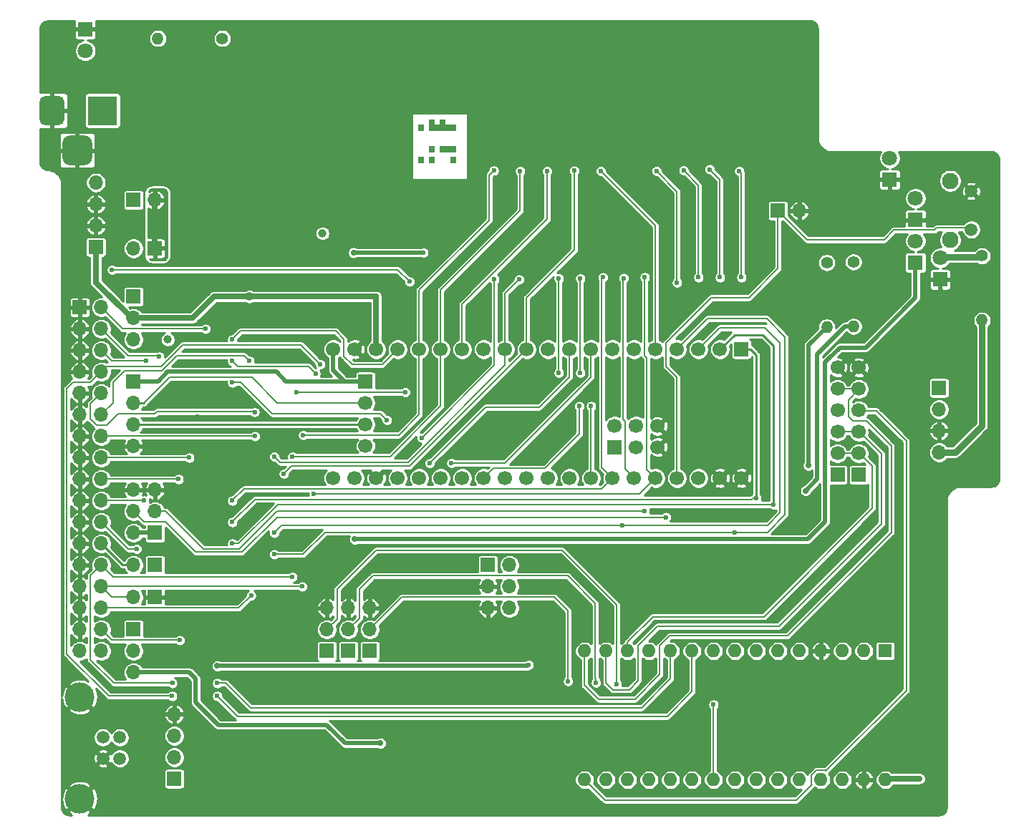
<source format=gbr>
G04 #@! TF.GenerationSoftware,KiCad,Pcbnew,(5.1.9)-1*
G04 #@! TF.CreationDate,2021-05-08T11:39:50+01:00*
G04 #@! TF.ProjectId,Greaseweazle F1 Plus Gotek,47726561-7365-4776-9561-7a6c65204631,1*
G04 #@! TF.SameCoordinates,PX6312cb0PY6bcb370*
G04 #@! TF.FileFunction,Copper,L2,Bot*
G04 #@! TF.FilePolarity,Positive*
%FSLAX46Y46*%
G04 Gerber Fmt 4.6, Leading zero omitted, Abs format (unit mm)*
G04 Created by KiCad (PCBNEW (5.1.9)-1) date 2021-05-08 11:39:50*
%MOMM*%
%LPD*%
G01*
G04 APERTURE LIST*
G04 #@! TA.AperFunction,EtchedComponent*
%ADD10C,0.100000*%
G04 #@! TD*
G04 #@! TA.AperFunction,ComponentPad*
%ADD11C,1.800000*%
G04 #@! TD*
G04 #@! TA.AperFunction,ComponentPad*
%ADD12R,1.800000X1.800000*%
G04 #@! TD*
G04 #@! TA.AperFunction,ComponentPad*
%ADD13C,1.700000*%
G04 #@! TD*
G04 #@! TA.AperFunction,ComponentPad*
%ADD14R,1.700000X1.700000*%
G04 #@! TD*
G04 #@! TA.AperFunction,ComponentPad*
%ADD15O,1.700000X1.700000*%
G04 #@! TD*
G04 #@! TA.AperFunction,ComponentPad*
%ADD16C,5.000000*%
G04 #@! TD*
G04 #@! TA.AperFunction,ComponentPad*
%ADD17C,1.400000*%
G04 #@! TD*
G04 #@! TA.AperFunction,ComponentPad*
%ADD18O,1.400000X1.400000*%
G04 #@! TD*
G04 #@! TA.AperFunction,ComponentPad*
%ADD19R,1.600000X1.600000*%
G04 #@! TD*
G04 #@! TA.AperFunction,ComponentPad*
%ADD20O,1.600000X1.600000*%
G04 #@! TD*
G04 #@! TA.AperFunction,ComponentPad*
%ADD21C,1.501140*%
G04 #@! TD*
G04 #@! TA.AperFunction,ComponentPad*
%ADD22C,3.500120*%
G04 #@! TD*
G04 #@! TA.AperFunction,ComponentPad*
%ADD23R,3.500000X3.500000*%
G04 #@! TD*
G04 #@! TA.AperFunction,ComponentPad*
%ADD24C,1.950000*%
G04 #@! TD*
G04 #@! TA.AperFunction,ComponentPad*
%ADD25C,1.508000*%
G04 #@! TD*
G04 #@! TA.AperFunction,ViaPad*
%ADD26C,0.600000*%
G04 #@! TD*
G04 #@! TA.AperFunction,ViaPad*
%ADD27C,0.700000*%
G04 #@! TD*
G04 #@! TA.AperFunction,ViaPad*
%ADD28C,1.000000*%
G04 #@! TD*
G04 #@! TA.AperFunction,Conductor*
%ADD29C,0.500000*%
G04 #@! TD*
G04 #@! TA.AperFunction,Conductor*
%ADD30C,0.750000*%
G04 #@! TD*
G04 #@! TA.AperFunction,Conductor*
%ADD31C,0.700000*%
G04 #@! TD*
G04 #@! TA.AperFunction,Conductor*
%ADD32C,0.200000*%
G04 #@! TD*
G04 #@! TA.AperFunction,Conductor*
%ADD33C,0.250000*%
G04 #@! TD*
G04 #@! TA.AperFunction,Conductor*
%ADD34C,0.254000*%
G04 #@! TD*
G04 #@! TA.AperFunction,Conductor*
%ADD35C,0.100000*%
G04 #@! TD*
G04 APERTURE END LIST*
D10*
G36*
X33909000Y61595000D02*
G01*
X34544000Y61595000D01*
X34544000Y62230000D01*
X33909000Y62230000D01*
X33909000Y61595000D01*
G37*
X33909000Y61595000D02*
X34544000Y61595000D01*
X34544000Y62230000D01*
X33909000Y62230000D01*
X33909000Y61595000D01*
G36*
X33909000Y57785000D02*
G01*
X34544000Y57785000D01*
X34544000Y58420000D01*
X33909000Y58420000D01*
X33909000Y57785000D01*
G37*
X33909000Y57785000D02*
X34544000Y57785000D01*
X34544000Y58420000D01*
X33909000Y58420000D01*
X33909000Y57785000D01*
G36*
X35179000Y62230000D02*
G01*
X35814000Y62230000D01*
X35814000Y62865000D01*
X35179000Y62865000D01*
X35179000Y62230000D01*
G37*
X35179000Y62230000D02*
X35814000Y62230000D01*
X35814000Y62865000D01*
X35179000Y62865000D01*
X35179000Y62230000D01*
G36*
X35179000Y61595000D02*
G01*
X35814000Y61595000D01*
X35814000Y62230000D01*
X35179000Y62230000D01*
X35179000Y61595000D01*
G37*
X35179000Y61595000D02*
X35814000Y61595000D01*
X35814000Y62230000D01*
X35179000Y62230000D01*
X35179000Y61595000D01*
G36*
X35814000Y61595000D02*
G01*
X36449000Y61595000D01*
X36449000Y62230000D01*
X35814000Y62230000D01*
X35814000Y61595000D01*
G37*
X35814000Y61595000D02*
X36449000Y61595000D01*
X36449000Y62230000D01*
X35814000Y62230000D01*
X35814000Y61595000D01*
G36*
X36449000Y61595000D02*
G01*
X37084000Y61595000D01*
X37084000Y62230000D01*
X36449000Y62230000D01*
X36449000Y61595000D01*
G37*
X36449000Y61595000D02*
X37084000Y61595000D01*
X37084000Y62230000D01*
X36449000Y62230000D01*
X36449000Y61595000D01*
G36*
X36449000Y62230000D02*
G01*
X37084000Y62230000D01*
X37084000Y62865000D01*
X36449000Y62865000D01*
X36449000Y62230000D01*
G37*
X36449000Y62230000D02*
X37084000Y62230000D01*
X37084000Y62865000D01*
X36449000Y62865000D01*
X36449000Y62230000D01*
G36*
X37084000Y61595000D02*
G01*
X37719000Y61595000D01*
X37719000Y62230000D01*
X37084000Y62230000D01*
X37084000Y61595000D01*
G37*
X37084000Y61595000D02*
X37719000Y61595000D01*
X37719000Y62230000D01*
X37084000Y62230000D01*
X37084000Y61595000D01*
G36*
X37719000Y61595000D02*
G01*
X38354000Y61595000D01*
X38354000Y62230000D01*
X37719000Y62230000D01*
X37719000Y61595000D01*
G37*
X37719000Y61595000D02*
X38354000Y61595000D01*
X38354000Y62230000D01*
X37719000Y62230000D01*
X37719000Y61595000D01*
G36*
X37719000Y59055000D02*
G01*
X38354000Y59055000D01*
X38354000Y59690000D01*
X37719000Y59690000D01*
X37719000Y59055000D01*
G37*
X37719000Y59055000D02*
X38354000Y59055000D01*
X38354000Y59690000D01*
X37719000Y59690000D01*
X37719000Y59055000D01*
G36*
X37084000Y59055000D02*
G01*
X37719000Y59055000D01*
X37719000Y59690000D01*
X37084000Y59690000D01*
X37084000Y59055000D01*
G37*
X37084000Y59055000D02*
X37719000Y59055000D01*
X37719000Y59690000D01*
X37084000Y59690000D01*
X37084000Y59055000D01*
G36*
X36449000Y59055000D02*
G01*
X37084000Y59055000D01*
X37084000Y59690000D01*
X36449000Y59690000D01*
X36449000Y59055000D01*
G37*
X36449000Y59055000D02*
X37084000Y59055000D01*
X37084000Y59690000D01*
X36449000Y59690000D01*
X36449000Y59055000D01*
G36*
X35179000Y59055000D02*
G01*
X35814000Y59055000D01*
X35814000Y59690000D01*
X35179000Y59690000D01*
X35179000Y59055000D01*
G37*
X35179000Y59055000D02*
X35814000Y59055000D01*
X35814000Y59690000D01*
X35179000Y59690000D01*
X35179000Y59055000D01*
G36*
X35179000Y57785000D02*
G01*
X35814000Y57785000D01*
X35814000Y58420000D01*
X35179000Y58420000D01*
X35179000Y57785000D01*
G37*
X35179000Y57785000D02*
X35814000Y57785000D01*
X35814000Y58420000D01*
X35179000Y58420000D01*
X35179000Y57785000D01*
G36*
X37719000Y57785000D02*
G01*
X38354000Y57785000D01*
X38354000Y58420000D01*
X37719000Y58420000D01*
X37719000Y57785000D01*
G37*
X37719000Y57785000D02*
X38354000Y57785000D01*
X38354000Y58420000D01*
X37719000Y58420000D01*
X37719000Y57785000D01*
D11*
X89662000Y58293000D03*
D12*
X89662000Y55753000D03*
D13*
X57150000Y26657300D03*
X59690000Y26657300D03*
X62230000Y26593800D03*
D14*
X57150000Y24117300D03*
D13*
X62230000Y24117300D03*
X59690000Y24117300D03*
X23876000Y35687000D03*
X23876000Y20447000D03*
X26416000Y35687000D03*
X26416000Y20447000D03*
X28956000Y35687000D03*
X28956000Y20447000D03*
X31496000Y35687000D03*
X31496000Y20447000D03*
X34036000Y35687000D03*
X34036000Y20447000D03*
X36576000Y35687000D03*
X36576000Y20447000D03*
X39116000Y35687000D03*
X39116000Y20447000D03*
X41656000Y35687000D03*
X41656000Y20447000D03*
X44196000Y35687000D03*
X44196000Y20447000D03*
X46736000Y35687000D03*
X46736000Y20447000D03*
X49276000Y35687000D03*
X49276000Y20447000D03*
X51816000Y35687000D03*
X51816000Y20447000D03*
X54356000Y35687000D03*
X54356000Y20447000D03*
X56896000Y35687000D03*
X56896000Y20447000D03*
X59436000Y35687000D03*
X59436000Y20447000D03*
X61976000Y35687000D03*
X61976000Y20447000D03*
X64516000Y35687000D03*
X64516000Y20447000D03*
X67056000Y35687000D03*
X67056000Y20447000D03*
X69596000Y35687000D03*
X69596000Y20447000D03*
D14*
X72136000Y35687000D03*
D13*
X72136000Y20447000D03*
X27686000Y24257000D03*
X27686000Y26797000D03*
X27686000Y29337000D03*
D14*
X27686000Y31877000D03*
D13*
X83489800Y33528000D03*
X83489800Y30988000D03*
X83489800Y28448000D03*
X83489800Y25908000D03*
X83489800Y23368000D03*
D14*
X83489800Y20828000D03*
D15*
X254000Y10160000D03*
D14*
X2794000Y10160000D03*
D15*
X254000Y6350000D03*
D14*
X2794000Y6350000D03*
D13*
X86014000Y33528000D03*
X86014000Y30988000D03*
X86014000Y28448000D03*
X86014000Y25908000D03*
X86014000Y23368000D03*
D14*
X86014000Y20828000D03*
D15*
X2794000Y53340000D03*
D14*
X254000Y53340000D03*
D12*
X-5448300Y73533000D03*
D11*
X-5448300Y70993000D03*
D15*
X5080000Y-7493000D03*
X5080000Y-10033000D03*
X5080000Y-12573000D03*
D14*
X5080000Y-15113000D03*
D16*
X85471000Y52387500D03*
X35687000Y2667000D03*
X14605000Y2667000D03*
X35687000Y52387500D03*
X14605000Y52387500D03*
D17*
X82219800Y45948600D03*
D18*
X82219800Y38328600D03*
X85369400Y38404800D03*
D17*
X85369400Y46024800D03*
X100584000Y46736000D03*
D18*
X100584000Y39116000D03*
X3136900Y72453500D03*
D17*
X10756900Y72453500D03*
D15*
X254000Y47625000D03*
D14*
X2794000Y47625000D03*
D15*
X-4191000Y55397400D03*
X-4191000Y52857400D03*
X-4191000Y50317400D03*
D14*
X-4191000Y47777400D03*
X254000Y31851600D03*
D15*
X254000Y29311600D03*
X254000Y26771600D03*
X254000Y24231600D03*
X254000Y36830000D03*
X254000Y39370000D03*
D14*
X254000Y41910000D03*
X76454000Y52070000D03*
D15*
X78994000Y52070000D03*
D19*
X89154000Y0D03*
D20*
X56134000Y-15240000D03*
X86614000Y0D03*
X58674000Y-15240000D03*
X84074000Y0D03*
X61214000Y-15240000D03*
X81534000Y0D03*
X63754000Y-15240000D03*
X78994000Y0D03*
X66294000Y-15240000D03*
X76454000Y0D03*
X68834000Y-15240000D03*
X73914000Y0D03*
X71374000Y-15240000D03*
X71374000Y0D03*
X73914000Y-15240000D03*
X68834000Y0D03*
X76454000Y-15240000D03*
X66294000Y0D03*
X78994000Y-15240000D03*
X63754000Y0D03*
X81534000Y-15240000D03*
X61214000Y0D03*
X84074000Y-15240000D03*
X58674000Y0D03*
X86614000Y-15240000D03*
X56134000Y0D03*
X89154000Y-15240000D03*
X53594000Y0D03*
X53594000Y-15240000D03*
D21*
X-3378200Y-10225400D03*
X-3378200Y-12714600D03*
X-1371600Y-12714600D03*
X-1371600Y-10225400D03*
D22*
X-6096000Y-5450200D03*
X-6096000Y-17489800D03*
D14*
X28194000Y0D03*
D15*
X28194000Y2540000D03*
X28194000Y5080000D03*
D14*
X25654000Y0D03*
D15*
X25654000Y2540000D03*
X25654000Y5080000D03*
D14*
X23114000Y0D03*
D15*
X23114000Y2540000D03*
X23114000Y5080000D03*
D14*
X254000Y2540000D03*
D15*
X254000Y0D03*
X254000Y-2540000D03*
D14*
X42164000Y10160000D03*
D15*
X44704000Y10160000D03*
X42164000Y7620000D03*
X44704000Y7620000D03*
X42164000Y5080000D03*
X44704000Y5080000D03*
D14*
X2794000Y13970000D03*
D15*
X254000Y13970000D03*
X2794000Y16510000D03*
X254000Y16510000D03*
X2794000Y19050000D03*
X254000Y19050000D03*
D23*
X-3398000Y63919100D03*
G04 #@! TA.AperFunction,ComponentPad*
G36*
G01*
X-10898000Y62919100D02*
X-10898000Y64919100D01*
G75*
G02*
X-10148000Y65669100I750000J0D01*
G01*
X-8648000Y65669100D01*
G75*
G02*
X-7898000Y64919100I0J-750000D01*
G01*
X-7898000Y62919100D01*
G75*
G02*
X-8648000Y62169100I-750000J0D01*
G01*
X-10148000Y62169100D01*
G75*
G02*
X-10898000Y62919100I0J750000D01*
G01*
G37*
G04 #@! TD.AperFunction*
G04 #@! TA.AperFunction,ComponentPad*
G36*
G01*
X-8148000Y58344100D02*
X-8148000Y60094100D01*
G75*
G02*
X-7273000Y60969100I875000J0D01*
G01*
X-5523000Y60969100D01*
G75*
G02*
X-4648000Y60094100I0J-875000D01*
G01*
X-4648000Y58344100D01*
G75*
G02*
X-5523000Y57469100I-875000J0D01*
G01*
X-7273000Y57469100D01*
G75*
G02*
X-8148000Y58344100I0J875000D01*
G01*
G37*
G04 #@! TD.AperFunction*
D12*
X95631000Y43942000D03*
D11*
X95631000Y46482000D03*
D14*
X95504000Y31115000D03*
D15*
X95504000Y28575000D03*
X95504000Y26035000D03*
X95504000Y23495000D03*
D12*
X92710000Y45948600D03*
D11*
X92710000Y48488600D03*
D12*
X92710000Y51003200D03*
D11*
X92710000Y53543200D03*
D24*
X96814000Y55620800D03*
X96814000Y48620800D03*
D25*
X99314000Y54395800D03*
X99314000Y49845800D03*
D14*
X-6096000Y40640000D03*
D15*
X-3556000Y40640000D03*
X-6096000Y38100000D03*
X-3556000Y38100000D03*
X-6096000Y35560000D03*
X-3556000Y35560000D03*
X-6096000Y33020000D03*
X-3556000Y33020000D03*
X-6096000Y30480000D03*
X-3556000Y30480000D03*
X-6096000Y27940000D03*
X-3556000Y27940000D03*
X-6096000Y25400000D03*
X-3556000Y25400000D03*
X-6096000Y22860000D03*
X-3556000Y22860000D03*
X-6096000Y20320000D03*
X-3556000Y20320000D03*
X-6096000Y17780000D03*
X-3556000Y17780000D03*
X-6096000Y15240000D03*
X-3556000Y15240000D03*
X-6096000Y12700000D03*
X-3556000Y12700000D03*
X-6096000Y10160000D03*
X-3556000Y10160000D03*
X-6096000Y7620000D03*
X-3556000Y7620000D03*
X-6096000Y5080000D03*
X-3556000Y5080000D03*
X-6096000Y2540000D03*
X-3556000Y2540000D03*
X-6096000Y0D03*
X-3556000Y0D03*
D26*
X95631000Y19050000D03*
X95504000Y-16510000D03*
X65760600Y18643600D03*
X68376800Y15773400D03*
X95504000Y-7620000D03*
X95504000Y2540000D03*
X95504000Y11430000D03*
X12954000Y73660000D03*
X80264000Y73660000D03*
X80264000Y59690000D03*
X80264000Y67310000D03*
X101854000Y58420000D03*
X71374000Y73660000D03*
X101854000Y35560000D03*
X101854000Y21590000D03*
X101854000Y48006000D03*
X63500000Y10439400D03*
X43992800Y27914600D03*
X54864000Y6985000D03*
X95173800Y38506400D03*
X68834000Y8890000D03*
X89281000Y-11430000D03*
X89154000Y-3937000D03*
X73914000Y-6350000D03*
X51054000Y-8890000D03*
X42164000Y-11430000D03*
X21844000Y-15494000D03*
X-7366000Y-11430000D03*
X21590000Y8890000D03*
X8382000Y19812000D03*
X89154000Y44450000D03*
X65151000Y4953000D03*
X58547000Y8509000D03*
X30734000Y29210000D03*
X89154000Y11430000D03*
X32004000Y-3810000D03*
X30099000Y-2921000D03*
X29464000Y10160000D03*
X46964600Y-3606800D03*
X47040800Y-14046200D03*
X69977000Y-12446000D03*
X90424000Y30988000D03*
X38100000Y30480000D03*
X20574000Y73660000D03*
X24384000Y73660000D03*
X28194000Y73660000D03*
X30734000Y73660000D03*
X86817200Y12115800D03*
X79730600Y5080000D03*
X61214000Y60960000D03*
X58674000Y60960000D03*
X56134000Y60960000D03*
X53594000Y60960000D03*
X51054000Y60960000D03*
X48514000Y60960000D03*
X45974000Y60960000D03*
X43434000Y60960000D03*
X40894000Y60960000D03*
X35814000Y73660000D03*
X40894000Y73660000D03*
X45974000Y73660000D03*
X51054000Y73660000D03*
X56134000Y73660000D03*
X61214000Y73660000D03*
X66294000Y73660000D03*
X76454000Y73660000D03*
X80264000Y63500000D03*
X80264000Y70485000D03*
X101854000Y52070000D03*
X95504000Y15240000D03*
X95504000Y6985000D03*
X95504000Y-2540000D03*
X95504000Y-12700000D03*
X-381000Y-18415000D03*
X4699000Y-18415000D03*
X8509000Y-18415000D03*
X12319000Y-18415000D03*
X16129000Y-18415000D03*
X19939000Y-18415000D03*
X23114000Y-18415000D03*
X26289000Y-18415000D03*
X-7366000Y-8890000D03*
X-7366000Y-13970000D03*
X-7366000Y-2540000D03*
X-7366000Y47625000D03*
X-7366000Y50165000D03*
X-7366000Y52705000D03*
X-7366000Y55245000D03*
X-9906000Y57785000D03*
X-7366000Y67310000D03*
X81534000Y-8255000D03*
X12954000Y46990000D03*
X2286000Y44323000D03*
X87249000Y5715000D03*
X78359000Y10160000D03*
X80264000Y16510000D03*
X91694000Y27305000D03*
X41529000Y1270000D03*
X19304000Y-3937000D03*
X19685000Y635000D03*
X9906000Y-6604000D03*
X40259000Y-15875000D03*
X78994000Y45720000D03*
X90424000Y33655000D03*
X7874000Y27686000D03*
X7874000Y24130000D03*
X21336000Y13843000D03*
X2159000Y21590000D03*
X77724000Y-12065000D03*
X78994000Y-5080000D03*
X68834000Y-4445000D03*
X85979000Y-6985000D03*
X58724800Y4495800D03*
X12954000Y57150000D03*
X18034000Y46990000D03*
X9702800Y-11303000D03*
X12954000Y-11430000D03*
X26416000Y61404500D03*
X26416000Y59055000D03*
X26416000Y55943500D03*
X21844000Y68580000D03*
X21844000Y71247000D03*
X20955000Y66992500D03*
X18415000Y69850000D03*
X63754000Y60960000D03*
X66294000Y60960000D03*
X71374000Y60960000D03*
X76454000Y60960000D03*
X8128000Y62230000D03*
X15240000Y-10922000D03*
X28638500Y-12319000D03*
X26289000Y-12255500D03*
X35877500Y-14351000D03*
X38354000Y-14351000D03*
X8509000Y-2032000D03*
X5842000Y10541000D03*
X16256000Y24384000D03*
X7620000Y17145000D03*
X7874000Y14351000D03*
X4953000Y12827000D03*
X-1270000Y-15240000D03*
X31496000Y27432000D03*
X21336000Y36449000D03*
X8001000Y34163000D03*
X74676000Y36068000D03*
X75184000Y31115000D03*
X75184000Y25273000D03*
X85979000Y13589000D03*
X82296000Y10033000D03*
X56134000Y-4953000D03*
X56642000Y29845000D03*
X76454000Y57150000D03*
X49784000Y0D03*
X40259000Y44450000D03*
X74549000Y46355000D03*
X75184000Y41275000D03*
X71374000Y27940000D03*
X66929000Y27940000D03*
X72009000Y23495000D03*
X69469000Y23495000D03*
X48514000Y40640000D03*
X40894000Y40005000D03*
X32639000Y38735000D03*
X78359000Y26035000D03*
X79629000Y38735000D03*
X7366000Y63500000D03*
X7937500Y31369000D03*
X5715000Y31432500D03*
X11938000Y40576500D03*
X11938000Y38227000D03*
X11938000Y21526500D03*
X11874500Y19113500D03*
X19939000Y66040000D03*
X17653000Y66040000D03*
X32258000Y-12509500D03*
X40195500Y-5397500D03*
X37782500Y-5397500D03*
X42354500Y-3492500D03*
X25273000Y57150000D03*
X25336500Y60198000D03*
X26416000Y58293000D03*
X48895000Y24384000D03*
X53086000Y23749000D03*
X59309000Y30734000D03*
X32512000Y23495000D03*
X19431000Y35052000D03*
X59309000Y-2667000D03*
X60706000Y-3429000D03*
X63119000Y-5842000D03*
X65151000Y-2413000D03*
X65786000Y-12319000D03*
D27*
X79730602Y18948398D03*
D26*
X34544000Y47117000D03*
D27*
X26289000Y47116998D03*
D26*
X93218000Y-15113000D03*
D28*
X13970000Y41910000D03*
D26*
X71374000Y14046200D03*
X16891000Y11430000D03*
X64516000Y43561000D03*
X62081401Y56785563D03*
X14160501Y6540501D03*
X52372500Y56817500D03*
X18034000Y20955000D03*
X42847500Y56817500D03*
X20193000Y7620000D03*
X20320000Y25527000D03*
X4851400Y-3810000D03*
X10160001Y-3810001D03*
X45974000Y56769000D03*
X19050000Y8763000D03*
X19050000Y22987000D03*
X16891000Y13970000D03*
X58039000Y14859000D03*
X67056000Y44196000D03*
X65287154Y56848683D03*
X45846988Y43942000D03*
X16891000Y22987000D03*
X75946000Y17297404D03*
X11938000Y12700000D03*
X69596000Y44196000D03*
X68389636Y56976345D03*
X73914000Y18074010D03*
X11938000Y15240000D03*
X71882000Y56769000D03*
X72136000Y44195972D03*
X4826000Y-5334000D03*
X10160000Y-5334000D03*
X49149000Y56769000D03*
X22352000Y33909000D03*
X11938000Y36830000D03*
X35276000Y22195000D03*
X37846004Y22225004D03*
D27*
X26416000Y13208000D03*
D26*
X60680600Y16560800D03*
X63201001Y15830001D03*
D27*
X10160000Y-1778000D03*
D26*
X46990000Y-1651000D03*
D27*
X80060806Y21945600D03*
D26*
X54940200Y-3759140D03*
X57404000Y-3937000D03*
D27*
X29464000Y-10922000D03*
D26*
X51638200Y-3606760D03*
D28*
X22606000Y49403000D03*
X4318000Y36830000D03*
D26*
X8763000Y38100000D03*
X3302000Y34798000D03*
X1778000Y34290000D03*
X30226000Y27305000D03*
X11938000Y31750000D03*
X34353494Y25209494D03*
X42926000Y43942000D03*
X11938000Y34290000D03*
X52959000Y28956000D03*
X50546000Y32893000D03*
X50546000Y44069000D03*
X21780500Y32829500D03*
X14570010Y28263362D03*
X14605000Y25400000D03*
X60706000Y44196000D03*
X21590000Y18542000D03*
X19558000Y30607000D03*
X32385007Y30607005D03*
X58212953Y44105829D03*
X13970000Y34290000D03*
X6858000Y22860000D03*
X53086000Y32893000D03*
X53086000Y44069000D03*
X54356000Y28956000D03*
X68834000Y-6350000D03*
X11938000Y17780000D03*
X55753000Y44196000D03*
X5588000Y20320000D03*
X1524000Y17780000D03*
X635000Y12065000D03*
X5715000Y1270000D03*
X-2286000Y45085000D03*
X55498999Y56768999D03*
X32893000Y43688000D03*
D29*
X25196800Y31877000D02*
X27686000Y31877000D01*
X23876000Y35687000D02*
X23876000Y33197800D01*
X23876000Y33197800D02*
X25196800Y31877000D01*
X254000Y13970000D02*
X2794000Y13970000D01*
X81102200Y20319996D02*
X79730602Y18948398D01*
X81102200Y35128200D02*
X81102200Y20319996D01*
X84378800Y38404800D02*
X81102200Y35128200D01*
X85369400Y38404800D02*
X84378800Y38404800D01*
X254000Y31851600D02*
X254000Y31750000D01*
X4315939Y33020000D02*
X3147539Y31851600D01*
X27686000Y31877000D02*
X18288000Y31877000D01*
X17145000Y33020000D02*
X4315939Y33020000D01*
X18288000Y31877000D02*
X17145000Y33020000D01*
X3147539Y31851600D02*
X254000Y31851600D01*
X34544000Y47117000D02*
X26289002Y47117000D01*
X26289002Y47117000D02*
X26289000Y47116998D01*
D30*
X100584000Y26663650D02*
X100584000Y39116000D01*
X97415350Y23495000D02*
X100584000Y26663650D01*
X95504000Y23495000D02*
X97415350Y23495000D01*
D31*
X89281000Y-15113000D02*
X89154000Y-15240000D01*
X93218000Y-15113000D02*
X89281000Y-15113000D01*
X7239000Y39370000D02*
X9779000Y41910000D01*
X254000Y39370000D02*
X2921000Y39370000D01*
X9779000Y41910000D02*
X13970000Y41910000D01*
X28956000Y41910000D02*
X28956000Y35687000D01*
X13970000Y41910000D02*
X28956000Y41910000D01*
X2921000Y39370000D02*
X7239000Y39370000D01*
X-4191000Y43574998D02*
X-4191000Y47777400D01*
X13998Y39370000D02*
X-4191000Y43574998D01*
X254000Y39370000D02*
X13998Y39370000D01*
D32*
X77292200Y16136536D02*
X75201864Y14046200D01*
X77292200Y37134800D02*
X77292200Y16136536D01*
X75107800Y39319200D02*
X77292200Y37134800D01*
X75201864Y14046200D02*
X71374000Y14046200D01*
X68148200Y39319200D02*
X75107800Y39319200D01*
X64516000Y35687000D02*
X68148200Y39319200D01*
X24206200Y14046200D02*
X71374000Y14046200D01*
X24206200Y14046200D02*
X22936200Y14046200D01*
X20320000Y11430000D02*
X16891000Y11430000D01*
X22936200Y14046200D02*
X20320000Y11430000D01*
X64516000Y54350964D02*
X62081401Y56785563D01*
X64516000Y43561000D02*
X64516000Y54350964D01*
X-3556000Y5080000D02*
X12700000Y5080000D01*
X12700000Y5080000D02*
X14160501Y6540501D01*
X52372500Y56393236D02*
X52372500Y56817500D01*
X52372500Y47419500D02*
X52372500Y56393236D01*
X46736000Y41783000D02*
X52372500Y47419500D01*
X46736000Y35687000D02*
X46736000Y41783000D01*
X18922998Y21843998D02*
X18034000Y20955000D01*
X32892998Y21843998D02*
X18922998Y21843998D01*
X46736000Y35687000D02*
X32892998Y21843998D01*
X-2286000Y6350000D02*
X254000Y6350000D01*
X-3556000Y7620000D02*
X-2286000Y6350000D01*
X42323501Y56293501D02*
X42847500Y56817500D01*
X34036000Y42672000D02*
X42323501Y50959501D01*
X42323501Y50959501D02*
X42323501Y56293501D01*
X34036000Y35687000D02*
X34036000Y42672000D01*
X-3556000Y7620000D02*
X20193000Y7620000D01*
X34036000Y35687000D02*
X34036000Y27940000D01*
X34036000Y27940000D02*
X31623000Y25527000D01*
X31623000Y25527000D02*
X20320000Y25527000D01*
X11176001Y-3810001D02*
X10160001Y-3810001D01*
X60325000Y-6731000D02*
X14097000Y-6731000D01*
X14097000Y-6731000D02*
X11176001Y-3810001D01*
X63754000Y-3302000D02*
X60325000Y-6731000D01*
X63754000Y0D02*
X63754000Y-3302000D01*
X45974000Y56344736D02*
X45974000Y56769000D01*
X45974000Y52070000D02*
X45974000Y56344736D01*
X36576000Y42672000D02*
X45974000Y52070000D01*
X36576000Y35687000D02*
X36576000Y42672000D01*
X-2159000Y8763000D02*
X19050000Y8763000D01*
X-3556000Y10160000D02*
X-2159000Y8763000D01*
X30607000Y22987000D02*
X19050000Y22987000D01*
X36576000Y35687000D02*
X36576000Y28956000D01*
X36576000Y28956000D02*
X30607000Y22987000D01*
X4427136Y-3810000D02*
X4851400Y-3810000D01*
X-2057400Y-3810000D02*
X4427136Y-3810000D01*
X-4826000Y-1041400D02*
X-2057400Y-3810000D01*
X-4826000Y8890000D02*
X-4826000Y-1041400D01*
X-3556000Y10160000D02*
X-4826000Y8890000D01*
X67056000Y35687000D02*
X69596000Y38227000D01*
X74930000Y38227000D02*
X76708000Y36449000D01*
X16891000Y13970000D02*
X17780000Y14859000D01*
X69596000Y38227000D02*
X74930000Y38227000D01*
X17780000Y14859000D02*
X58039000Y14859000D01*
X76708000Y36449000D02*
X76708000Y16344900D01*
X75222100Y14859000D02*
X58039000Y14859000D01*
X76708000Y16344900D02*
X75222100Y14859000D01*
X67056000Y55079837D02*
X65287154Y56848683D01*
X67056000Y44196000D02*
X67056000Y55079837D01*
X44196000Y35687000D02*
X44196000Y42291012D01*
X44196000Y42291012D02*
X45846988Y43942000D01*
X44196000Y35687000D02*
X44196000Y33782000D01*
X44196000Y33782000D02*
X32720001Y22306001D01*
X32720001Y22306001D02*
X17571999Y22306001D01*
X17571999Y22306001D02*
X16891000Y22987000D01*
D33*
X75946000Y36118800D02*
X75946000Y17297404D01*
X74650600Y37414200D02*
X75946000Y36118800D01*
X71323200Y37414200D02*
X74650600Y37414200D01*
X69596000Y35687000D02*
X71323200Y37414200D01*
D32*
X12700000Y12700000D02*
X11938000Y12700000D01*
X17297404Y17297404D02*
X12700000Y12700000D01*
X75946000Y17297404D02*
X17297404Y17297404D01*
X69596000Y44196000D02*
X69596000Y55769981D01*
X69596000Y55769981D02*
X68389636Y56976345D01*
D33*
X73236000Y35687000D02*
X73914000Y35009000D01*
X72136000Y35687000D02*
X73236000Y35687000D01*
X73914000Y35009000D02*
X73914000Y18074010D01*
D32*
X72136000Y56515000D02*
X72136000Y44195972D01*
X71882000Y56769000D02*
X72136000Y56515000D01*
X11938000Y15240000D02*
X14639998Y17941998D01*
X73357724Y17941998D02*
X73489736Y18074010D01*
X14639998Y17941998D02*
X73357724Y17941998D01*
X73489736Y18074010D02*
X73914000Y18074010D01*
X12573000Y-7747000D02*
X10160000Y-5334000D01*
X63373000Y-7747000D02*
X12573000Y-7747000D01*
X66294000Y0D02*
X66294000Y-4826000D01*
X66294000Y-4826000D02*
X63373000Y-7747000D01*
X-2641600Y-5334000D02*
X4826000Y-5334000D01*
X-7620000Y-355600D02*
X-2641600Y-5334000D01*
X-7620000Y31038800D02*
X-7620000Y-355600D01*
X-6908800Y31750000D02*
X-7620000Y31038800D01*
X-4826000Y31750000D02*
X-6908800Y31750000D01*
X-3556000Y33020000D02*
X-4826000Y31750000D01*
X39116000Y35687000D02*
X39116000Y41020004D01*
X49149000Y56344736D02*
X49149000Y56769000D01*
X39116000Y41020004D02*
X49149000Y51053004D01*
X49149000Y51053004D02*
X49149000Y56344736D01*
X20066000Y36195000D02*
X22352000Y33909000D01*
X3555706Y33674011D02*
X6076695Y36195000D01*
X-3556000Y33020000D02*
X-2901989Y33674011D01*
X-2901989Y33674011D02*
X3555706Y33674011D01*
X6076695Y36195000D02*
X20066000Y36195000D01*
X24155400Y37846000D02*
X17526000Y37846000D01*
X25146000Y36855400D02*
X24155400Y37846000D01*
X25146000Y34823400D02*
X25146000Y36855400D01*
X26085800Y33883600D02*
X25146000Y34823400D01*
X29692600Y33883600D02*
X26085800Y33883600D01*
X31496000Y35687000D02*
X29692600Y33883600D01*
X12954000Y37846000D02*
X11938000Y36830000D01*
X17526000Y37846000D02*
X12954000Y37846000D01*
X41910000Y28829000D02*
X35276000Y22195000D01*
X51816000Y32410400D02*
X48234600Y28829000D01*
X51816000Y35687000D02*
X51816000Y32410400D01*
X48234600Y28829000D02*
X41910000Y28829000D01*
X54356000Y35687000D02*
X54356000Y32385000D01*
X54356000Y32385000D02*
X44196004Y22225004D01*
X44196004Y22225004D02*
X37846004Y22225004D01*
D29*
X82042000Y34163000D02*
X82042000Y15272120D01*
X82430212Y34551212D02*
X82042000Y34163000D01*
X82430212Y34557562D02*
X82430212Y34551212D01*
X83762850Y35890200D02*
X82430212Y34557562D01*
X86817200Y35890200D02*
X83762850Y35890200D01*
X92710000Y41783000D02*
X86817200Y35890200D01*
X79977880Y13208000D02*
X26416000Y13208000D01*
X82042000Y15272120D02*
X79977880Y13208000D01*
X92710000Y45948600D02*
X92710000Y41783000D01*
D32*
X99314000Y50353800D02*
X99314000Y49845800D01*
X63246000Y33655000D02*
X64516000Y32385000D01*
X68580000Y41783000D02*
X63246000Y36449000D01*
X64516000Y28793998D02*
X64516000Y20447000D01*
X64516000Y32385000D02*
X64516000Y28793998D01*
X73025000Y41783000D02*
X68580000Y41783000D01*
X63246000Y36449000D02*
X63246000Y33655000D01*
X76454000Y45212000D02*
X73025000Y41783000D01*
X76454000Y52070000D02*
X76454000Y45212000D01*
X79883000Y48641000D02*
X76454000Y52070000D01*
X89027000Y48641000D02*
X79883000Y48641000D01*
X90170000Y49784000D02*
X89027000Y48641000D01*
X94996000Y49784000D02*
X90170000Y49784000D01*
X95250000Y50038000D02*
X94996000Y49784000D01*
X99121800Y50038000D02*
X95250000Y50038000D01*
X99314000Y49845800D02*
X99121800Y50038000D01*
D33*
X95758000Y46609000D02*
X95631000Y46482000D01*
X100584000Y46736000D02*
X100457000Y46609000D01*
D30*
X100457000Y46609000D02*
X95758000Y46609000D01*
D33*
X1456081Y29311600D02*
X254000Y29311600D01*
X1481481Y29337000D02*
X1456081Y29311600D01*
D32*
X14258999Y32350001D02*
X4494482Y32350001D01*
X4494482Y32350001D02*
X1481481Y29337000D01*
X17272000Y29337000D02*
X14258999Y32350001D01*
X27686000Y29337000D02*
X17272000Y29337000D01*
D33*
X279400Y26797000D02*
X254000Y26771600D01*
X27686000Y26797000D02*
X279400Y26797000D01*
D32*
X3996081Y16510000D02*
X2794000Y16510000D01*
X4064000Y16510000D02*
X3996081Y16510000D01*
X8474002Y12099998D02*
X4064000Y16510000D01*
X12734998Y12099998D02*
X8474002Y12099998D01*
X17195800Y16560800D02*
X12734998Y12099998D01*
X60680600Y16560800D02*
X17195800Y16560800D01*
X63201001Y15830001D02*
X17227001Y15830001D01*
X13096987Y11699987D02*
X7604013Y11699987D01*
X7604013Y11699987D02*
X4019001Y15284999D01*
X1479001Y15284999D02*
X254000Y16510000D01*
X17227001Y15830001D02*
X13096987Y11699987D01*
X4019001Y15284999D02*
X1479001Y15284999D01*
D31*
X2794000Y53340000D02*
X2794000Y47625000D01*
D29*
X10160000Y-1778000D02*
X46863000Y-1778000D01*
X46863000Y-1778000D02*
X46990000Y-1651000D01*
X80060806Y36169606D02*
X80060806Y21945600D01*
X82219800Y38328600D02*
X80060806Y36169606D01*
D32*
X25654000Y2540000D02*
X25679400Y2540000D01*
X54940200Y-3334876D02*
X54940200Y-3759140D01*
X54864000Y-3258676D02*
X54940200Y-3334876D01*
X54864000Y5613400D02*
X54864000Y-3258676D01*
X51587400Y8890000D02*
X54864000Y5613400D01*
X28575000Y8890000D02*
X51587400Y8890000D01*
X26968999Y7283999D02*
X28575000Y8890000D01*
X26968999Y3854999D02*
X26968999Y7283999D01*
X25654000Y2540000D02*
X26968999Y3854999D01*
X23114000Y2540000D02*
X24339001Y3765001D01*
X24339001Y3765001D02*
X24339001Y7312599D01*
X24339001Y7312599D02*
X28939002Y11912600D01*
X28939002Y11912600D02*
X50952400Y11912600D01*
X50952400Y11912600D02*
X57404000Y5461000D01*
X57404000Y5461000D02*
X57404000Y-3937000D01*
X86156800Y28397200D02*
X86106000Y28448000D01*
X88061800Y28397200D02*
X86156800Y28397200D01*
X91617800Y24841200D02*
X88061800Y28397200D01*
X91617800Y-4673600D02*
X91617800Y24841200D01*
X82106701Y-14184699D02*
X91617800Y-4673600D01*
X82062001Y-14139999D02*
X82106701Y-14184699D01*
X80433999Y-14711999D02*
X81005999Y-14139999D01*
X80433999Y-15768001D02*
X80433999Y-14711999D01*
X78638400Y-17653000D02*
X80478699Y-15812701D01*
X56007000Y-17653000D02*
X78638400Y-17653000D01*
X81005999Y-14139999D02*
X82062001Y-14139999D01*
X80478699Y-15812701D02*
X80433999Y-15768001D01*
X53594000Y-15240000D02*
X56007000Y-17653000D01*
X83489800Y30988000D02*
X86014000Y30988000D01*
X84785200Y29667200D02*
X86106000Y30988000D01*
X53594000Y0D02*
X53594000Y-4064000D01*
X55245000Y-5715000D02*
X59563000Y-5715000D01*
X59563000Y-5715000D02*
X62484000Y-2794000D01*
X62484000Y-2794000D02*
X62484000Y609600D01*
X62484000Y609600D02*
X63652400Y1778000D01*
X86893400Y27203400D02*
X85318600Y27203400D01*
X63652400Y1778000D02*
X77571600Y1778000D01*
X77571600Y1778000D02*
X89839800Y14046200D01*
X53594000Y-4064000D02*
X55245000Y-5715000D01*
X89839800Y14046200D02*
X89839800Y24257000D01*
X89839800Y24257000D02*
X86893400Y27203400D01*
X84785200Y27736800D02*
X84785200Y29667200D01*
X85318600Y27203400D02*
X84785200Y27736800D01*
X88696800Y23317200D02*
X86106000Y25908000D01*
X59944000Y660400D02*
X62204600Y2921000D01*
X59944000Y-3530600D02*
X59944000Y660400D01*
X88696800Y15053798D02*
X88696800Y23317200D01*
X58877200Y-4597400D02*
X59944000Y-3530600D01*
X76564002Y2921000D02*
X88696800Y15053798D01*
X56921400Y-4597400D02*
X58877200Y-4597400D01*
X56134000Y-3810000D02*
X56921400Y-4597400D01*
X62204600Y2921000D02*
X76564002Y2921000D01*
X56134000Y0D02*
X56134000Y-3810000D01*
X83489800Y25908000D02*
X86014000Y25908000D01*
X83489800Y23368000D02*
X86014000Y23368000D01*
X87604600Y21869400D02*
X86106000Y23368000D01*
X87604600Y16865600D02*
X87604600Y21869400D01*
X74777600Y4038600D02*
X87604600Y16865600D01*
X61645800Y4038600D02*
X74777600Y4038600D01*
X58674000Y1066800D02*
X61645800Y4038600D01*
X58674000Y0D02*
X58674000Y1066800D01*
D29*
X10287000Y-8763000D02*
X23114000Y-8763000D01*
X25273000Y-10922000D02*
X29464000Y-10922000D01*
X7620000Y-6096000D02*
X10287000Y-8763000D01*
X7620000Y-3302000D02*
X7620000Y-6096000D01*
X6858000Y-2540000D02*
X7620000Y-3302000D01*
X23114000Y-8763000D02*
X25273000Y-10922000D01*
X254000Y-2540000D02*
X6858000Y-2540000D01*
D32*
X51638200Y-3182496D02*
X51638200Y-3606760D01*
X51638200Y4749800D02*
X51638200Y-3182496D01*
X50038000Y6350000D02*
X51638200Y4749800D01*
X32004000Y6350000D02*
X50038000Y6350000D01*
X28194000Y2540000D02*
X32004000Y6350000D01*
D33*
X-1016000Y10160000D02*
X-3556000Y12700000D01*
X254000Y10160000D02*
X-1016000Y10160000D01*
D32*
X-1016000Y38100000D02*
X8763000Y38100000D01*
X-3556000Y40640000D02*
X-1016000Y38100000D01*
X-3117300Y38100000D02*
X-3556000Y38100000D01*
X-381002Y34925002D02*
X3174998Y34925002D01*
X-3556000Y38100000D02*
X-381002Y34925002D01*
X3174998Y34925002D02*
X3302000Y34798000D01*
X-3556000Y35560000D02*
X-2286000Y34290000D01*
X-2286000Y34290000D02*
X1778000Y34290000D01*
X16636002Y28067000D02*
X12953002Y31750000D01*
X29464000Y28067000D02*
X16636002Y28067000D01*
X30226000Y27305000D02*
X29464000Y28067000D01*
X12953002Y31750000D02*
X11938000Y31750000D01*
X34353494Y25209494D02*
X42926000Y33782000D01*
X42926000Y33782000D02*
X42926000Y43942000D01*
X42806001Y21597001D02*
X48902001Y21597001D01*
X41656000Y20447000D02*
X42806001Y21597001D01*
X52959000Y25654000D02*
X52959000Y28956000D01*
X48902001Y21597001D02*
X52959000Y25654000D01*
X50546000Y32893000D02*
X50546000Y44069000D01*
X11938000Y34290000D02*
X12573000Y33655000D01*
X12573000Y33655000D02*
X20955000Y33655000D01*
X20955000Y33655000D02*
X21780500Y32829500D01*
X3048000Y28321000D02*
X14512372Y28321000D01*
X-1524000Y28067000D02*
X2794000Y28067000D01*
X14512372Y28321000D02*
X14570010Y28263362D01*
X2794000Y28067000D02*
X3048000Y28321000D01*
X-2921000Y26670000D02*
X-1524000Y28067000D01*
X-4064000Y26670000D02*
X-2921000Y26670000D01*
X-4826000Y27432000D02*
X-4064000Y26670000D01*
X-4826000Y29210000D02*
X-4826000Y27432000D01*
X-3556000Y30480000D02*
X-4826000Y29210000D01*
X-3556000Y25400000D02*
X14605000Y25400000D01*
X60071000Y18542000D02*
X21590000Y18542000D01*
X61976000Y20447000D02*
X60071000Y18542000D01*
X60960000Y34671000D02*
X60706000Y34925000D01*
X60706000Y34925000D02*
X60706000Y44196000D01*
X60960000Y21463000D02*
X60960000Y34671000D01*
X61976000Y20447000D02*
X60960000Y21463000D01*
X68897500Y-571500D02*
X68834000Y-635000D01*
X19558005Y30607005D02*
X19558000Y30607000D01*
X32385007Y30607005D02*
X19558005Y30607005D01*
X58166000Y27417302D02*
X58166000Y44058876D01*
X58166000Y44058876D02*
X58212953Y44105829D01*
X58350001Y27233301D02*
X58166000Y27417302D01*
X58350001Y21532999D02*
X58350001Y27233301D01*
X59436000Y20447000D02*
X58350001Y21532999D01*
X3594395Y33147000D02*
X-780602Y33147000D01*
X-2159000Y29337000D02*
X-3556000Y27940000D01*
X5372395Y34925000D02*
X3594395Y33147000D01*
X13335000Y34925000D02*
X5372395Y34925000D01*
X-780602Y33147000D02*
X-2159000Y31768602D01*
X-2159000Y31768602D02*
X-2159000Y29337000D01*
X13970000Y34290000D02*
X13335000Y34925000D01*
X-3556000Y22860000D02*
X6858000Y22860000D01*
X53086000Y32893000D02*
X53086000Y44069000D01*
X54356000Y20447000D02*
X54356000Y28956000D01*
X68834000Y-6350000D02*
X68834000Y-15240000D01*
X13335000Y19177000D02*
X11938000Y17780000D01*
X56896000Y20447000D02*
X55626000Y19177000D01*
X55626000Y19177000D02*
X13335000Y19177000D01*
X55626000Y44069000D02*
X55753000Y44196000D01*
X55626000Y21717000D02*
X55626000Y44069000D01*
X56896000Y20447000D02*
X55626000Y21717000D01*
X5588000Y20320000D02*
X-3556000Y20320000D01*
X1524000Y17780000D02*
X-3556000Y17780000D01*
X-381000Y12065000D02*
X635000Y12065000D01*
X-3556000Y15240000D02*
X-381000Y12065000D01*
X-2286000Y1270000D02*
X-3556000Y2540000D01*
X5715000Y1270000D02*
X-2286000Y1270000D01*
X61976000Y35687000D02*
X61976000Y50291998D01*
X61976000Y50291998D02*
X55498999Y56768999D01*
X-2286000Y45085000D02*
X31496000Y45085000D01*
X31496000Y45085000D02*
X32893000Y43688000D01*
D34*
X80431442Y74505661D02*
X80592512Y74457031D01*
X80741064Y74378045D01*
X80871449Y74271706D01*
X80978697Y74142065D01*
X81058717Y73994071D01*
X81108470Y73833344D01*
X81128000Y73647530D01*
X81128001Y60686059D01*
X81129757Y60668230D01*
X81129702Y60660338D01*
X81130255Y60654696D01*
X81156163Y60408193D01*
X81163564Y60372140D01*
X81170458Y60336000D01*
X81172096Y60330573D01*
X81245391Y60093797D01*
X81259651Y60059874D01*
X81273435Y60025758D01*
X81276096Y60020752D01*
X81393984Y59802722D01*
X81414584Y59772181D01*
X81434711Y59741424D01*
X81438294Y59737030D01*
X81596287Y59546050D01*
X81622438Y59520080D01*
X81648143Y59493832D01*
X81652505Y59490223D01*
X81652511Y59490217D01*
X81652518Y59490213D01*
X81844589Y59333563D01*
X81875265Y59313182D01*
X81905602Y59292410D01*
X81910583Y59289716D01*
X81910587Y59289713D01*
X81910591Y59289711D01*
X82129436Y59173350D01*
X82163473Y59159321D01*
X82197278Y59144832D01*
X82202687Y59143158D01*
X82202694Y59143155D01*
X82202701Y59143154D01*
X82439974Y59071516D01*
X82476090Y59064365D01*
X82512065Y59056718D01*
X82517701Y59056125D01*
X82517703Y59056125D01*
X82764381Y59031938D01*
X82764382Y59031938D01*
X82784059Y59030000D01*
X88613802Y59030000D01*
X88526793Y58899781D01*
X88430228Y58666654D01*
X88381000Y58419167D01*
X88381000Y58166833D01*
X88430228Y57919346D01*
X88526793Y57686219D01*
X88666982Y57476410D01*
X88845410Y57297982D01*
X89055219Y57157793D01*
X89288346Y57061228D01*
X89425030Y57034040D01*
X88762000Y57035843D01*
X88687311Y57028487D01*
X88615492Y57006701D01*
X88549304Y56971322D01*
X88491289Y56923711D01*
X88443678Y56865696D01*
X88408299Y56799508D01*
X88386513Y56727689D01*
X88379157Y56653000D01*
X88381000Y55975250D01*
X88476250Y55880000D01*
X89535000Y55880000D01*
X89535000Y55900000D01*
X89789000Y55900000D01*
X89789000Y55880000D01*
X90847750Y55880000D01*
X90943000Y55975250D01*
X90944843Y56653000D01*
X90937487Y56727689D01*
X90915701Y56799508D01*
X90880322Y56865696D01*
X90832711Y56923711D01*
X90774696Y56971322D01*
X90708508Y57006701D01*
X90636689Y57028487D01*
X90562000Y57035843D01*
X89898970Y57034040D01*
X90035654Y57061228D01*
X90268781Y57157793D01*
X90478590Y57297982D01*
X90657018Y57476410D01*
X90797207Y57686219D01*
X90893772Y57919346D01*
X90943000Y58166833D01*
X90943000Y58419167D01*
X90893772Y58666654D01*
X90797207Y58899781D01*
X90710198Y59030000D01*
X101674146Y59030000D01*
X101861441Y59011636D01*
X102022501Y58963008D01*
X102171054Y58884021D01*
X102301430Y58777690D01*
X102408674Y58648054D01*
X102488695Y58500058D01*
X102538446Y58339339D01*
X102558000Y58153293D01*
X102558001Y20339864D01*
X102539636Y20152559D01*
X102491008Y19991497D01*
X102412023Y19842949D01*
X102305689Y19712570D01*
X102176054Y19605326D01*
X102028058Y19525305D01*
X101867339Y19475554D01*
X101681293Y19456000D01*
X98024059Y19456000D01*
X98006220Y19454243D01*
X97998339Y19454298D01*
X97992697Y19453745D01*
X97746193Y19427837D01*
X97710140Y19420436D01*
X97674000Y19413542D01*
X97668573Y19411904D01*
X97431797Y19338609D01*
X97397874Y19324349D01*
X97363758Y19310565D01*
X97358752Y19307904D01*
X97140722Y19190016D01*
X97110181Y19169416D01*
X97079424Y19149289D01*
X97075030Y19145706D01*
X96884050Y18987713D01*
X96858116Y18961597D01*
X96831831Y18935857D01*
X96828217Y18931489D01*
X96671563Y18739411D01*
X96651199Y18708762D01*
X96630409Y18678398D01*
X96627719Y18673422D01*
X96627713Y18673413D01*
X96627709Y18673404D01*
X96511350Y18454564D01*
X96497326Y18420539D01*
X96482832Y18386722D01*
X96481156Y18381307D01*
X96409516Y18144026D01*
X96402365Y18107910D01*
X96394718Y18071935D01*
X96394125Y18066297D01*
X96369938Y17819619D01*
X96368000Y17799940D01*
X96368001Y-18522136D01*
X96349636Y-18709441D01*
X96301008Y-18870503D01*
X96222023Y-19019051D01*
X96115689Y-19149430D01*
X95986054Y-19256674D01*
X95838058Y-19336695D01*
X95677339Y-19386446D01*
X95491293Y-19406000D01*
X-5152199Y-19406000D01*
X-4942294Y-19293805D01*
X-4741766Y-19023639D01*
X-6096000Y-17669405D01*
X-7450234Y-19023639D01*
X-7249706Y-19293805D01*
X-7029271Y-19406000D01*
X-7346146Y-19406000D01*
X-7533441Y-19387636D01*
X-7694503Y-19339008D01*
X-7843051Y-19260023D01*
X-7973430Y-19153689D01*
X-8080674Y-19024054D01*
X-8160695Y-18876058D01*
X-8210446Y-18715339D01*
X-8230000Y-18529293D01*
X-8230000Y-17591188D01*
X-8187416Y-17949631D01*
X-8057521Y-18348810D01*
X-7900005Y-18643506D01*
X-7629839Y-18844034D01*
X-6275605Y-17489800D01*
X-5916395Y-17489800D01*
X-4562161Y-18844034D01*
X-4291995Y-18643506D01*
X-4101582Y-18269393D01*
X-3987813Y-17865322D01*
X-3955061Y-17446820D01*
X-4004584Y-17029969D01*
X-4134479Y-16630790D01*
X-4291995Y-16336094D01*
X-4562161Y-16135566D01*
X-5916395Y-17489800D01*
X-6275605Y-17489800D01*
X-7629839Y-16135566D01*
X-7900005Y-16336094D01*
X-8090418Y-16710207D01*
X-8204187Y-17114278D01*
X-8230000Y-17444114D01*
X-8230000Y-15955961D01*
X-7450234Y-15955961D01*
X-6096000Y-17310195D01*
X-4741766Y-15955961D01*
X-4942294Y-15685795D01*
X-5316407Y-15495382D01*
X-5720478Y-15381613D01*
X-6138980Y-15348861D01*
X-6555831Y-15398384D01*
X-6955010Y-15528279D01*
X-7249706Y-15685795D01*
X-7450234Y-15955961D01*
X-8230000Y-15955961D01*
X-8230000Y-14263000D01*
X3847157Y-14263000D01*
X3847157Y-15963000D01*
X3854513Y-16037689D01*
X3876299Y-16109508D01*
X3911678Y-16175696D01*
X3959289Y-16233711D01*
X4017304Y-16281322D01*
X4083492Y-16316701D01*
X4155311Y-16338487D01*
X4230000Y-16345843D01*
X5930000Y-16345843D01*
X6004689Y-16338487D01*
X6076508Y-16316701D01*
X6142696Y-16281322D01*
X6200711Y-16233711D01*
X6248322Y-16175696D01*
X6283701Y-16109508D01*
X6305487Y-16037689D01*
X6312843Y-15963000D01*
X6312843Y-14263000D01*
X6305487Y-14188311D01*
X6283701Y-14116492D01*
X6248322Y-14050304D01*
X6200711Y-13992289D01*
X6142696Y-13944678D01*
X6076508Y-13909299D01*
X6004689Y-13887513D01*
X5930000Y-13880157D01*
X4230000Y-13880157D01*
X4155311Y-13887513D01*
X4083492Y-13909299D01*
X4017304Y-13944678D01*
X3959289Y-13992289D01*
X3911678Y-14050304D01*
X3876299Y-14116492D01*
X3854513Y-14188311D01*
X3847157Y-14263000D01*
X-8230000Y-14263000D01*
X-8230000Y-13535569D01*
X-4019564Y-13535569D01*
X-3939612Y-13703381D01*
X-3735922Y-13793908D01*
X-3518486Y-13842958D01*
X-3295659Y-13848645D01*
X-3076004Y-13810752D01*
X-2867962Y-13730734D01*
X-2816788Y-13703381D01*
X-2736836Y-13535569D01*
X-3378200Y-12894205D01*
X-4019564Y-13535569D01*
X-8230000Y-13535569D01*
X-8230000Y-12797141D01*
X-4512245Y-12797141D01*
X-4474352Y-13016796D01*
X-4394334Y-13224838D01*
X-4366981Y-13276012D01*
X-4199169Y-13355964D01*
X-3557805Y-12714600D01*
X-3198595Y-12714600D01*
X-2557231Y-13355964D01*
X-2389419Y-13276012D01*
X-2376188Y-13246243D01*
X-2374384Y-13250599D01*
X-2250548Y-13435934D01*
X-2092934Y-13593548D01*
X-1907599Y-13717384D01*
X-1701667Y-13802684D01*
X-1483050Y-13846170D01*
X-1260150Y-13846170D01*
X-1041533Y-13802684D01*
X-835601Y-13717384D01*
X-650266Y-13593548D01*
X-492652Y-13435934D01*
X-368816Y-13250599D01*
X-283516Y-13044667D01*
X-240030Y-12826050D01*
X-240030Y-12603150D01*
X-270144Y-12451757D01*
X3849000Y-12451757D01*
X3849000Y-12694243D01*
X3896307Y-12932069D01*
X3989102Y-13156097D01*
X4123820Y-13357717D01*
X4295283Y-13529180D01*
X4496903Y-13663898D01*
X4720931Y-13756693D01*
X4958757Y-13804000D01*
X5201243Y-13804000D01*
X5439069Y-13756693D01*
X5663097Y-13663898D01*
X5864717Y-13529180D01*
X6036180Y-13357717D01*
X6170898Y-13156097D01*
X6263693Y-12932069D01*
X6311000Y-12694243D01*
X6311000Y-12451757D01*
X6263693Y-12213931D01*
X6170898Y-11989903D01*
X6036180Y-11788283D01*
X5864717Y-11616820D01*
X5663097Y-11482102D01*
X5439069Y-11389307D01*
X5201243Y-11342000D01*
X4958757Y-11342000D01*
X4720931Y-11389307D01*
X4496903Y-11482102D01*
X4295283Y-11616820D01*
X4123820Y-11788283D01*
X3989102Y-11989903D01*
X3896307Y-12213931D01*
X3849000Y-12451757D01*
X-270144Y-12451757D01*
X-283516Y-12384533D01*
X-368816Y-12178601D01*
X-492652Y-11993266D01*
X-650266Y-11835652D01*
X-835601Y-11711816D01*
X-1041533Y-11626516D01*
X-1260150Y-11583030D01*
X-1483050Y-11583030D01*
X-1701667Y-11626516D01*
X-1907599Y-11711816D01*
X-2092934Y-11835652D01*
X-2250548Y-11993266D01*
X-2374384Y-12178601D01*
X-2375018Y-12180131D01*
X-2389419Y-12153188D01*
X-2557231Y-12073236D01*
X-3198595Y-12714600D01*
X-3557805Y-12714600D01*
X-4199169Y-12073236D01*
X-4366981Y-12153188D01*
X-4457508Y-12356878D01*
X-4506558Y-12574314D01*
X-4512245Y-12797141D01*
X-8230000Y-12797141D01*
X-8230000Y-11893631D01*
X-4019564Y-11893631D01*
X-3378200Y-12534995D01*
X-2736836Y-11893631D01*
X-2816788Y-11725819D01*
X-3020478Y-11635292D01*
X-3237914Y-11586242D01*
X-3460741Y-11580555D01*
X-3680396Y-11618448D01*
X-3888438Y-11698466D01*
X-3939612Y-11725819D01*
X-4019564Y-11893631D01*
X-8230000Y-11893631D01*
X-8230000Y-10113950D01*
X-4509770Y-10113950D01*
X-4509770Y-10336850D01*
X-4466284Y-10555467D01*
X-4380984Y-10761399D01*
X-4257148Y-10946734D01*
X-4099534Y-11104348D01*
X-3914199Y-11228184D01*
X-3708267Y-11313484D01*
X-3489650Y-11356970D01*
X-3266750Y-11356970D01*
X-3048133Y-11313484D01*
X-2842201Y-11228184D01*
X-2656866Y-11104348D01*
X-2499252Y-10946734D01*
X-2375416Y-10761399D01*
X-2374900Y-10760153D01*
X-2374384Y-10761399D01*
X-2250548Y-10946734D01*
X-2092934Y-11104348D01*
X-1907599Y-11228184D01*
X-1701667Y-11313484D01*
X-1483050Y-11356970D01*
X-1260150Y-11356970D01*
X-1041533Y-11313484D01*
X-835601Y-11228184D01*
X-650266Y-11104348D01*
X-492652Y-10946734D01*
X-368816Y-10761399D01*
X-283516Y-10555467D01*
X-240030Y-10336850D01*
X-240030Y-10113950D01*
X-280249Y-9911757D01*
X3849000Y-9911757D01*
X3849000Y-10154243D01*
X3896307Y-10392069D01*
X3989102Y-10616097D01*
X4123820Y-10817717D01*
X4295283Y-10989180D01*
X4496903Y-11123898D01*
X4720931Y-11216693D01*
X4958757Y-11264000D01*
X5201243Y-11264000D01*
X5439069Y-11216693D01*
X5663097Y-11123898D01*
X5864717Y-10989180D01*
X6036180Y-10817717D01*
X6170898Y-10616097D01*
X6263693Y-10392069D01*
X6311000Y-10154243D01*
X6311000Y-9911757D01*
X6263693Y-9673931D01*
X6170898Y-9449903D01*
X6036180Y-9248283D01*
X5864717Y-9076820D01*
X5663097Y-8942102D01*
X5439069Y-8849307D01*
X5201243Y-8802000D01*
X4958757Y-8802000D01*
X4720931Y-8849307D01*
X4496903Y-8942102D01*
X4295283Y-9076820D01*
X4123820Y-9248283D01*
X3989102Y-9449903D01*
X3896307Y-9673931D01*
X3849000Y-9911757D01*
X-280249Y-9911757D01*
X-283516Y-9895333D01*
X-368816Y-9689401D01*
X-492652Y-9504066D01*
X-650266Y-9346452D01*
X-835601Y-9222616D01*
X-1041533Y-9137316D01*
X-1260150Y-9093830D01*
X-1483050Y-9093830D01*
X-1701667Y-9137316D01*
X-1907599Y-9222616D01*
X-2092934Y-9346452D01*
X-2250548Y-9504066D01*
X-2374384Y-9689401D01*
X-2374900Y-9690647D01*
X-2375416Y-9689401D01*
X-2499252Y-9504066D01*
X-2656866Y-9346452D01*
X-2842201Y-9222616D01*
X-3048133Y-9137316D01*
X-3266750Y-9093830D01*
X-3489650Y-9093830D01*
X-3708267Y-9137316D01*
X-3914199Y-9222616D01*
X-4099534Y-9346452D01*
X-4257148Y-9504066D01*
X-4380984Y-9689401D01*
X-4466284Y-9895333D01*
X-4509770Y-10113950D01*
X-8230000Y-10113950D01*
X-8230000Y-7809980D01*
X3890511Y-7809980D01*
X3914866Y-7890288D01*
X4014761Y-8109961D01*
X4155592Y-8305924D01*
X4331948Y-8470647D01*
X4537051Y-8597799D01*
X4763019Y-8682495D01*
X4953000Y-8622187D01*
X4953000Y-7620000D01*
X5207000Y-7620000D01*
X5207000Y-8622187D01*
X5396981Y-8682495D01*
X5622949Y-8597799D01*
X5828052Y-8470647D01*
X6004408Y-8305924D01*
X6145239Y-8109961D01*
X6245134Y-7890288D01*
X6269489Y-7809980D01*
X6208627Y-7620000D01*
X5207000Y-7620000D01*
X4953000Y-7620000D01*
X3951373Y-7620000D01*
X3890511Y-7809980D01*
X-8230000Y-7809980D01*
X-8230000Y-6984039D01*
X-7450234Y-6984039D01*
X-7249706Y-7254205D01*
X-6875593Y-7444618D01*
X-6471522Y-7558387D01*
X-6053020Y-7591139D01*
X-5636169Y-7541616D01*
X-5236990Y-7411721D01*
X-4942294Y-7254205D01*
X-4884262Y-7176020D01*
X3890511Y-7176020D01*
X3951373Y-7366000D01*
X4953000Y-7366000D01*
X4953000Y-6363813D01*
X5207000Y-6363813D01*
X5207000Y-7366000D01*
X6208627Y-7366000D01*
X6269489Y-7176020D01*
X6245134Y-7095712D01*
X6145239Y-6876039D01*
X6004408Y-6680076D01*
X5828052Y-6515353D01*
X5622949Y-6388201D01*
X5396981Y-6303505D01*
X5207000Y-6363813D01*
X4953000Y-6363813D01*
X4763019Y-6303505D01*
X4537051Y-6388201D01*
X4331948Y-6515353D01*
X4155592Y-6680076D01*
X4014761Y-6876039D01*
X3914866Y-7095712D01*
X3890511Y-7176020D01*
X-4884262Y-7176020D01*
X-4741766Y-6984039D01*
X-6096000Y-5629805D01*
X-7450234Y-6984039D01*
X-8230000Y-6984039D01*
X-8230000Y-5551588D01*
X-8187416Y-5910031D01*
X-8057521Y-6309210D01*
X-7900005Y-6603906D01*
X-7629839Y-6804434D01*
X-6275605Y-5450200D01*
X-7629839Y-4095966D01*
X-7900005Y-4296494D01*
X-8090418Y-4670607D01*
X-8204187Y-5074678D01*
X-8230000Y-5404514D01*
X-8230000Y31038800D01*
X-8103327Y31038800D01*
X-8101000Y31015174D01*
X-8100999Y-331964D01*
X-8103327Y-355600D01*
X-8094040Y-449892D01*
X-8083897Y-483327D01*
X-8066535Y-540561D01*
X-8021871Y-624122D01*
X-7961763Y-697364D01*
X-7943411Y-712425D01*
X-5079450Y-3576386D01*
X-5316407Y-3455782D01*
X-5720478Y-3342013D01*
X-6138980Y-3309261D01*
X-6555831Y-3358784D01*
X-6955010Y-3488679D01*
X-7249706Y-3646195D01*
X-7450234Y-3916361D01*
X-6096000Y-5270595D01*
X-6081857Y-5256453D01*
X-5902252Y-5436058D01*
X-5916395Y-5450200D01*
X-4562161Y-6804434D01*
X-4291995Y-6603906D01*
X-4101582Y-6229793D01*
X-3987813Y-5825722D01*
X-3955061Y-5407220D01*
X-4004584Y-4990369D01*
X-4134479Y-4591190D01*
X-4214663Y-4441173D01*
X-2998425Y-5657412D01*
X-2983364Y-5675764D01*
X-2910122Y-5735872D01*
X-2826561Y-5780536D01*
X-2763397Y-5799696D01*
X-2735893Y-5808040D01*
X-2641600Y-5817327D01*
X-2617974Y-5815000D01*
X4343921Y-5815000D01*
X4391888Y-5862967D01*
X4503426Y-5937494D01*
X4627360Y-5988829D01*
X4758927Y-6015000D01*
X4893073Y-6015000D01*
X5024640Y-5988829D01*
X5148574Y-5937494D01*
X5260112Y-5862967D01*
X5354967Y-5768112D01*
X5429494Y-5656574D01*
X5480829Y-5532640D01*
X5507000Y-5401073D01*
X5507000Y-5266927D01*
X5480829Y-5135360D01*
X5429494Y-5011426D01*
X5354967Y-4899888D01*
X5260112Y-4805033D01*
X5148574Y-4730506D01*
X5024640Y-4679171D01*
X4893073Y-4653000D01*
X4758927Y-4653000D01*
X4627360Y-4679171D01*
X4503426Y-4730506D01*
X4391888Y-4805033D01*
X4343921Y-4853000D01*
X-2442363Y-4853000D01*
X-6064364Y-1231000D01*
X-5974757Y-1231000D01*
X-5736931Y-1183693D01*
X-5512903Y-1090898D01*
X-5311283Y-956180D01*
X-5306999Y-951896D01*
X-5306999Y-1017764D01*
X-5309327Y-1041400D01*
X-5300040Y-1135692D01*
X-5279409Y-1203701D01*
X-5272535Y-1226361D01*
X-5227871Y-1309922D01*
X-5167763Y-1383164D01*
X-5149411Y-1398225D01*
X-2414225Y-4133412D01*
X-2399164Y-4151764D01*
X-2325922Y-4211872D01*
X-2287026Y-4232662D01*
X-2242362Y-4256536D01*
X-2151693Y-4284040D01*
X-2057400Y-4293327D01*
X-2033774Y-4291000D01*
X4369321Y-4291000D01*
X4417288Y-4338967D01*
X4528826Y-4413494D01*
X4652760Y-4464829D01*
X4784327Y-4491000D01*
X4918473Y-4491000D01*
X5050040Y-4464829D01*
X5173974Y-4413494D01*
X5285512Y-4338967D01*
X5380367Y-4244112D01*
X5454894Y-4132574D01*
X5506229Y-4008640D01*
X5532400Y-3877073D01*
X5532400Y-3742927D01*
X5506229Y-3611360D01*
X5454894Y-3487426D01*
X5380367Y-3375888D01*
X5285512Y-3281033D01*
X5173974Y-3206506D01*
X5088255Y-3171000D01*
X6596632Y-3171000D01*
X6989000Y-3563369D01*
X6989001Y-6065000D01*
X6985948Y-6096000D01*
X6998130Y-6219697D01*
X7034211Y-6338641D01*
X7092804Y-6448260D01*
X7151897Y-6520265D01*
X7151900Y-6520268D01*
X7171658Y-6544343D01*
X7195733Y-6564101D01*
X9818899Y-9187268D01*
X9838657Y-9211343D01*
X9862732Y-9231101D01*
X9862734Y-9231103D01*
X9934739Y-9290196D01*
X10044358Y-9348789D01*
X10163302Y-9384870D01*
X10287000Y-9397053D01*
X10317998Y-9394000D01*
X22852632Y-9394000D01*
X24804899Y-11346268D01*
X24824657Y-11370343D01*
X24920739Y-11449196D01*
X25030358Y-11507789D01*
X25149302Y-11543870D01*
X25242002Y-11553000D01*
X25242011Y-11553000D01*
X25272999Y-11556052D01*
X25303987Y-11553000D01*
X29092593Y-11553000D01*
X29117742Y-11569804D01*
X29250775Y-11624908D01*
X29392003Y-11653000D01*
X29535997Y-11653000D01*
X29677225Y-11624908D01*
X29810258Y-11569804D01*
X29929985Y-11489805D01*
X30031805Y-11387985D01*
X30111804Y-11268258D01*
X30166908Y-11135225D01*
X30195000Y-10993997D01*
X30195000Y-10850003D01*
X30166908Y-10708775D01*
X30111804Y-10575742D01*
X30031805Y-10456015D01*
X29929985Y-10354195D01*
X29810258Y-10274196D01*
X29677225Y-10219092D01*
X29535997Y-10191000D01*
X29392003Y-10191000D01*
X29250775Y-10219092D01*
X29117742Y-10274196D01*
X29092593Y-10291000D01*
X25534369Y-10291000D01*
X23582105Y-8338737D01*
X23562343Y-8314657D01*
X23466261Y-8235804D01*
X23451661Y-8228000D01*
X63349374Y-8228000D01*
X63373000Y-8230327D01*
X63396626Y-8228000D01*
X63467292Y-8221040D01*
X63557961Y-8193536D01*
X63641522Y-8148872D01*
X63714764Y-8088764D01*
X63729830Y-8070406D01*
X66617412Y-5182825D01*
X66635764Y-5167764D01*
X66695872Y-5094522D01*
X66740536Y-5010961D01*
X66768040Y-4920292D01*
X66775000Y-4849626D01*
X66777327Y-4826000D01*
X66775000Y-4802374D01*
X66775000Y-1079068D01*
X66853413Y-1046588D01*
X67046843Y-917342D01*
X67211342Y-752843D01*
X67340588Y-559413D01*
X67429614Y-344485D01*
X67475000Y-116318D01*
X67475000Y116318D01*
X67653000Y116318D01*
X67653000Y-116318D01*
X67698386Y-344485D01*
X67787412Y-559413D01*
X67916658Y-752843D01*
X68081157Y-917342D01*
X68274587Y-1046588D01*
X68489515Y-1135614D01*
X68717682Y-1181000D01*
X68950318Y-1181000D01*
X69178485Y-1135614D01*
X69393413Y-1046588D01*
X69586843Y-917342D01*
X69751342Y-752843D01*
X69880588Y-559413D01*
X69969614Y-344485D01*
X70015000Y-116318D01*
X70015000Y116318D01*
X70193000Y116318D01*
X70193000Y-116318D01*
X70238386Y-344485D01*
X70327412Y-559413D01*
X70456658Y-752843D01*
X70621157Y-917342D01*
X70814587Y-1046588D01*
X71029515Y-1135614D01*
X71257682Y-1181000D01*
X71490318Y-1181000D01*
X71718485Y-1135614D01*
X71933413Y-1046588D01*
X72126843Y-917342D01*
X72291342Y-752843D01*
X72420588Y-559413D01*
X72509614Y-344485D01*
X72555000Y-116318D01*
X72555000Y116318D01*
X72733000Y116318D01*
X72733000Y-116318D01*
X72778386Y-344485D01*
X72867412Y-559413D01*
X72996658Y-752843D01*
X73161157Y-917342D01*
X73354587Y-1046588D01*
X73569515Y-1135614D01*
X73797682Y-1181000D01*
X74030318Y-1181000D01*
X74258485Y-1135614D01*
X74473413Y-1046588D01*
X74666843Y-917342D01*
X74831342Y-752843D01*
X74960588Y-559413D01*
X75049614Y-344485D01*
X75095000Y-116318D01*
X75095000Y116318D01*
X75273000Y116318D01*
X75273000Y-116318D01*
X75318386Y-344485D01*
X75407412Y-559413D01*
X75536658Y-752843D01*
X75701157Y-917342D01*
X75894587Y-1046588D01*
X76109515Y-1135614D01*
X76337682Y-1181000D01*
X76570318Y-1181000D01*
X76798485Y-1135614D01*
X77013413Y-1046588D01*
X77206843Y-917342D01*
X77371342Y-752843D01*
X77500588Y-559413D01*
X77589614Y-344485D01*
X77635000Y-116318D01*
X77635000Y116318D01*
X77813000Y116318D01*
X77813000Y-116318D01*
X77858386Y-344485D01*
X77947412Y-559413D01*
X78076658Y-752843D01*
X78241157Y-917342D01*
X78434587Y-1046588D01*
X78649515Y-1135614D01*
X78877682Y-1181000D01*
X79110318Y-1181000D01*
X79338485Y-1135614D01*
X79553413Y-1046588D01*
X79746843Y-917342D01*
X79911342Y-752843D01*
X80040588Y-559413D01*
X80129614Y-344485D01*
X80136649Y-309115D01*
X80394165Y-309115D01*
X80476372Y-525546D01*
X80599223Y-721781D01*
X80757997Y-890278D01*
X80946592Y-1024562D01*
X81157761Y-1119473D01*
X81224886Y-1139829D01*
X81407000Y-1078297D01*
X81407000Y-127000D01*
X81661000Y-127000D01*
X81661000Y-1078297D01*
X81843114Y-1139829D01*
X81910239Y-1119473D01*
X82121408Y-1024562D01*
X82310003Y-890278D01*
X82468777Y-721781D01*
X82591628Y-525546D01*
X82673835Y-309115D01*
X82612908Y-127000D01*
X81661000Y-127000D01*
X81407000Y-127000D01*
X80455092Y-127000D01*
X80394165Y-309115D01*
X80136649Y-309115D01*
X80175000Y-116318D01*
X80175000Y116318D01*
X82893000Y116318D01*
X82893000Y-116318D01*
X82938386Y-344485D01*
X83027412Y-559413D01*
X83156658Y-752843D01*
X83321157Y-917342D01*
X83514587Y-1046588D01*
X83729515Y-1135614D01*
X83957682Y-1181000D01*
X84190318Y-1181000D01*
X84418485Y-1135614D01*
X84633413Y-1046588D01*
X84826843Y-917342D01*
X84991342Y-752843D01*
X85120588Y-559413D01*
X85209614Y-344485D01*
X85255000Y-116318D01*
X85255000Y116318D01*
X85433000Y116318D01*
X85433000Y-116318D01*
X85478386Y-344485D01*
X85567412Y-559413D01*
X85696658Y-752843D01*
X85861157Y-917342D01*
X86054587Y-1046588D01*
X86269515Y-1135614D01*
X86497682Y-1181000D01*
X86730318Y-1181000D01*
X86958485Y-1135614D01*
X87173413Y-1046588D01*
X87366843Y-917342D01*
X87531342Y-752843D01*
X87660588Y-559413D01*
X87749614Y-344485D01*
X87795000Y-116318D01*
X87795000Y116318D01*
X87749614Y344485D01*
X87660588Y559413D01*
X87531342Y752843D01*
X87484185Y800000D01*
X87971157Y800000D01*
X87971157Y-800000D01*
X87978513Y-874689D01*
X88000299Y-946508D01*
X88035678Y-1012696D01*
X88083289Y-1070711D01*
X88141304Y-1118322D01*
X88207492Y-1153701D01*
X88279311Y-1175487D01*
X88354000Y-1182843D01*
X89954000Y-1182843D01*
X90028689Y-1175487D01*
X90100508Y-1153701D01*
X90166696Y-1118322D01*
X90224711Y-1070711D01*
X90272322Y-1012696D01*
X90307701Y-946508D01*
X90329487Y-874689D01*
X90336843Y-800000D01*
X90336843Y800000D01*
X90329487Y874689D01*
X90307701Y946508D01*
X90272322Y1012696D01*
X90224711Y1070711D01*
X90166696Y1118322D01*
X90100508Y1153701D01*
X90028689Y1175487D01*
X89954000Y1182843D01*
X88354000Y1182843D01*
X88279311Y1175487D01*
X88207492Y1153701D01*
X88141304Y1118322D01*
X88083289Y1070711D01*
X88035678Y1012696D01*
X88000299Y946508D01*
X87978513Y874689D01*
X87971157Y800000D01*
X87484185Y800000D01*
X87366843Y917342D01*
X87173413Y1046588D01*
X86958485Y1135614D01*
X86730318Y1181000D01*
X86497682Y1181000D01*
X86269515Y1135614D01*
X86054587Y1046588D01*
X85861157Y917342D01*
X85696658Y752843D01*
X85567412Y559413D01*
X85478386Y344485D01*
X85433000Y116318D01*
X85255000Y116318D01*
X85209614Y344485D01*
X85120588Y559413D01*
X84991342Y752843D01*
X84826843Y917342D01*
X84633413Y1046588D01*
X84418485Y1135614D01*
X84190318Y1181000D01*
X83957682Y1181000D01*
X83729515Y1135614D01*
X83514587Y1046588D01*
X83321157Y917342D01*
X83156658Y752843D01*
X83027412Y559413D01*
X82938386Y344485D01*
X82893000Y116318D01*
X80175000Y116318D01*
X80136650Y309115D01*
X80394165Y309115D01*
X80455092Y127000D01*
X81407000Y127000D01*
X81407000Y1078297D01*
X81661000Y1078297D01*
X81661000Y127000D01*
X82612908Y127000D01*
X82673835Y309115D01*
X82591628Y525546D01*
X82468777Y721781D01*
X82310003Y890278D01*
X82121408Y1024562D01*
X81910239Y1119473D01*
X81843114Y1139829D01*
X81661000Y1078297D01*
X81407000Y1078297D01*
X81224886Y1139829D01*
X81157761Y1119473D01*
X80946592Y1024562D01*
X80757997Y890278D01*
X80599223Y721781D01*
X80476372Y525546D01*
X80394165Y309115D01*
X80136650Y309115D01*
X80129614Y344485D01*
X80040588Y559413D01*
X79911342Y752843D01*
X79746843Y917342D01*
X79553413Y1046588D01*
X79338485Y1135614D01*
X79110318Y1181000D01*
X78877682Y1181000D01*
X78649515Y1135614D01*
X78434587Y1046588D01*
X78241157Y917342D01*
X78076658Y752843D01*
X77947412Y559413D01*
X77858386Y344485D01*
X77813000Y116318D01*
X77635000Y116318D01*
X77589614Y344485D01*
X77500588Y559413D01*
X77371342Y752843D01*
X77206843Y917342D01*
X77013413Y1046588D01*
X76798485Y1135614D01*
X76570318Y1181000D01*
X76337682Y1181000D01*
X76109515Y1135614D01*
X75894587Y1046588D01*
X75701157Y917342D01*
X75536658Y752843D01*
X75407412Y559413D01*
X75318386Y344485D01*
X75273000Y116318D01*
X75095000Y116318D01*
X75049614Y344485D01*
X74960588Y559413D01*
X74831342Y752843D01*
X74666843Y917342D01*
X74473413Y1046588D01*
X74258485Y1135614D01*
X74030318Y1181000D01*
X73797682Y1181000D01*
X73569515Y1135614D01*
X73354587Y1046588D01*
X73161157Y917342D01*
X72996658Y752843D01*
X72867412Y559413D01*
X72778386Y344485D01*
X72733000Y116318D01*
X72555000Y116318D01*
X72509614Y344485D01*
X72420588Y559413D01*
X72291342Y752843D01*
X72126843Y917342D01*
X71933413Y1046588D01*
X71718485Y1135614D01*
X71490318Y1181000D01*
X71257682Y1181000D01*
X71029515Y1135614D01*
X70814587Y1046588D01*
X70621157Y917342D01*
X70456658Y752843D01*
X70327412Y559413D01*
X70238386Y344485D01*
X70193000Y116318D01*
X70015000Y116318D01*
X69969614Y344485D01*
X69880588Y559413D01*
X69751342Y752843D01*
X69586843Y917342D01*
X69393413Y1046588D01*
X69178485Y1135614D01*
X68950318Y1181000D01*
X68717682Y1181000D01*
X68489515Y1135614D01*
X68274587Y1046588D01*
X68081157Y917342D01*
X67916658Y752843D01*
X67787412Y559413D01*
X67698386Y344485D01*
X67653000Y116318D01*
X67475000Y116318D01*
X67429614Y344485D01*
X67340588Y559413D01*
X67211342Y752843D01*
X67046843Y917342D01*
X66853413Y1046588D01*
X66638485Y1135614D01*
X66410318Y1181000D01*
X66177682Y1181000D01*
X65949515Y1135614D01*
X65734587Y1046588D01*
X65541157Y917342D01*
X65376658Y752843D01*
X65247412Y559413D01*
X65158386Y344485D01*
X65113000Y116318D01*
X65113000Y-116318D01*
X65158386Y-344485D01*
X65247412Y-559413D01*
X65376658Y-752843D01*
X65541157Y-917342D01*
X65734587Y-1046588D01*
X65813000Y-1079068D01*
X65813001Y-4626762D01*
X63173764Y-7266000D01*
X12772237Y-7266000D01*
X10841000Y-5334764D01*
X10841000Y-5266927D01*
X10814829Y-5135360D01*
X10763494Y-5011426D01*
X10688967Y-4899888D01*
X10594112Y-4805033D01*
X10482574Y-4730506D01*
X10358640Y-4679171D01*
X10227073Y-4653000D01*
X10092927Y-4653000D01*
X9961360Y-4679171D01*
X9837426Y-4730506D01*
X9725888Y-4805033D01*
X9631033Y-4899888D01*
X9556506Y-5011426D01*
X9505171Y-5135360D01*
X9479000Y-5266927D01*
X9479000Y-5401073D01*
X9505171Y-5532640D01*
X9556506Y-5656574D01*
X9631033Y-5768112D01*
X9725888Y-5862967D01*
X9837426Y-5937494D01*
X9961360Y-5988829D01*
X10092927Y-6015000D01*
X10160764Y-6015000D01*
X12216175Y-8070412D01*
X12231236Y-8088764D01*
X12283919Y-8132000D01*
X10548369Y-8132000D01*
X8251000Y-5834632D01*
X8251000Y-3332990D01*
X8254052Y-3302000D01*
X8251000Y-3271009D01*
X8251000Y-3271002D01*
X8241870Y-3178302D01*
X8205789Y-3059358D01*
X8147196Y-2949739D01*
X8096807Y-2888340D01*
X8088103Y-2877734D01*
X8088101Y-2877732D01*
X8068343Y-2853657D01*
X8044269Y-2833900D01*
X7326105Y-2115737D01*
X7306343Y-2091657D01*
X7210261Y-2012804D01*
X7100642Y-1954211D01*
X6981698Y-1918130D01*
X6888998Y-1909000D01*
X6888990Y-1909000D01*
X6858000Y-1905948D01*
X6827010Y-1909000D01*
X1312890Y-1909000D01*
X1210180Y-1755283D01*
X1160900Y-1706003D01*
X9429000Y-1706003D01*
X9429000Y-1849997D01*
X9457092Y-1991225D01*
X9512196Y-2124258D01*
X9592195Y-2243985D01*
X9694015Y-2345805D01*
X9813742Y-2425804D01*
X9946775Y-2480908D01*
X10088003Y-2509000D01*
X10231997Y-2509000D01*
X10373225Y-2480908D01*
X10506258Y-2425804D01*
X10531407Y-2409000D01*
X46832010Y-2409000D01*
X46863000Y-2412052D01*
X46893990Y-2409000D01*
X46893998Y-2409000D01*
X46986698Y-2399870D01*
X47105642Y-2363789D01*
X47215261Y-2305196D01*
X47240832Y-2284211D01*
X47312574Y-2254494D01*
X47424112Y-2179967D01*
X47518967Y-2085112D01*
X47593494Y-1973574D01*
X47644829Y-1849640D01*
X47671000Y-1718073D01*
X47671000Y-1583927D01*
X47644829Y-1452360D01*
X47593494Y-1328426D01*
X47518967Y-1216888D01*
X47424112Y-1122033D01*
X47312574Y-1047506D01*
X47188640Y-996171D01*
X47057073Y-970000D01*
X46922927Y-970000D01*
X46791360Y-996171D01*
X46667426Y-1047506D01*
X46555888Y-1122033D01*
X46530921Y-1147000D01*
X29282677Y-1147000D01*
X29314711Y-1120711D01*
X29362322Y-1062696D01*
X29397701Y-996508D01*
X29419487Y-924689D01*
X29426843Y-850000D01*
X29426843Y850000D01*
X29419487Y924689D01*
X29397701Y996508D01*
X29362322Y1062696D01*
X29314711Y1120711D01*
X29256696Y1168322D01*
X29190508Y1203701D01*
X29118689Y1225487D01*
X29044000Y1232843D01*
X27344000Y1232843D01*
X27269311Y1225487D01*
X27197492Y1203701D01*
X27131304Y1168322D01*
X27073289Y1120711D01*
X27025678Y1062696D01*
X26990299Y996508D01*
X26968513Y924689D01*
X26961157Y850000D01*
X26961157Y-850000D01*
X26968513Y-924689D01*
X26990299Y-996508D01*
X27025678Y-1062696D01*
X27073289Y-1120711D01*
X27105323Y-1147000D01*
X26742677Y-1147000D01*
X26774711Y-1120711D01*
X26822322Y-1062696D01*
X26857701Y-996508D01*
X26879487Y-924689D01*
X26886843Y-850000D01*
X26886843Y850000D01*
X26879487Y924689D01*
X26857701Y996508D01*
X26822322Y1062696D01*
X26774711Y1120711D01*
X26716696Y1168322D01*
X26650508Y1203701D01*
X26578689Y1225487D01*
X26504000Y1232843D01*
X24804000Y1232843D01*
X24729311Y1225487D01*
X24657492Y1203701D01*
X24591304Y1168322D01*
X24533289Y1120711D01*
X24485678Y1062696D01*
X24450299Y996508D01*
X24428513Y924689D01*
X24421157Y850000D01*
X24421157Y-850000D01*
X24428513Y-924689D01*
X24450299Y-996508D01*
X24485678Y-1062696D01*
X24533289Y-1120711D01*
X24565323Y-1147000D01*
X24202677Y-1147000D01*
X24234711Y-1120711D01*
X24282322Y-1062696D01*
X24317701Y-996508D01*
X24339487Y-924689D01*
X24346843Y-850000D01*
X24346843Y850000D01*
X24339487Y924689D01*
X24317701Y996508D01*
X24282322Y1062696D01*
X24234711Y1120711D01*
X24176696Y1168322D01*
X24110508Y1203701D01*
X24038689Y1225487D01*
X23964000Y1232843D01*
X22264000Y1232843D01*
X22189311Y1225487D01*
X22117492Y1203701D01*
X22051304Y1168322D01*
X21993289Y1120711D01*
X21945678Y1062696D01*
X21910299Y996508D01*
X21888513Y924689D01*
X21881157Y850000D01*
X21881157Y-850000D01*
X21888513Y-924689D01*
X21910299Y-996508D01*
X21945678Y-1062696D01*
X21993289Y-1120711D01*
X22025323Y-1147000D01*
X10531407Y-1147000D01*
X10506258Y-1130196D01*
X10373225Y-1075092D01*
X10231997Y-1047000D01*
X10088003Y-1047000D01*
X9946775Y-1075092D01*
X9813742Y-1130196D01*
X9694015Y-1210195D01*
X9592195Y-1312015D01*
X9512196Y-1431742D01*
X9457092Y-1564775D01*
X9429000Y-1706003D01*
X1160900Y-1706003D01*
X1038717Y-1583820D01*
X837097Y-1449102D01*
X613069Y-1356307D01*
X375243Y-1309000D01*
X132757Y-1309000D01*
X-105069Y-1356307D01*
X-329097Y-1449102D01*
X-530717Y-1583820D01*
X-702180Y-1755283D01*
X-836898Y-1956903D01*
X-929693Y-2180931D01*
X-977000Y-2418757D01*
X-977000Y-2661243D01*
X-929693Y-2899069D01*
X-836898Y-3123097D01*
X-702180Y-3324717D01*
X-697897Y-3329000D01*
X-1858163Y-3329000D01*
X-4065980Y-1121184D01*
X-3915069Y-1183693D01*
X-3677243Y-1231000D01*
X-3434757Y-1231000D01*
X-3196931Y-1183693D01*
X-2972903Y-1090898D01*
X-2771283Y-956180D01*
X-2599820Y-784717D01*
X-2465102Y-583097D01*
X-2372307Y-359069D01*
X-2325000Y-121243D01*
X-2325000Y121243D01*
X-2372307Y359069D01*
X-2465102Y583097D01*
X-2599820Y784717D01*
X-2771283Y956180D01*
X-2972903Y1090898D01*
X-3196931Y1183693D01*
X-3434757Y1231000D01*
X-3677243Y1231000D01*
X-3915069Y1183693D01*
X-4139097Y1090898D01*
X-4340717Y956180D01*
X-4345000Y951897D01*
X-4345000Y1588103D01*
X-4340717Y1583820D01*
X-4139097Y1449102D01*
X-3915069Y1356307D01*
X-3677243Y1309000D01*
X-3434757Y1309000D01*
X-3196931Y1356307D01*
X-3094834Y1398597D01*
X-2642825Y946588D01*
X-2627764Y928236D01*
X-2554522Y868128D01*
X-2470961Y823464D01*
X-2380292Y795960D01*
X-2309626Y789000D01*
X-2309625Y789000D01*
X-2286001Y786673D01*
X-2262377Y789000D01*
X-697897Y789000D01*
X-702180Y784717D01*
X-836898Y583097D01*
X-929693Y359069D01*
X-977000Y121243D01*
X-977000Y-121243D01*
X-929693Y-359069D01*
X-836898Y-583097D01*
X-702180Y-784717D01*
X-530717Y-956180D01*
X-329097Y-1090898D01*
X-105069Y-1183693D01*
X132757Y-1231000D01*
X375243Y-1231000D01*
X613069Y-1183693D01*
X837097Y-1090898D01*
X1038717Y-956180D01*
X1210180Y-784717D01*
X1344898Y-583097D01*
X1437693Y-359069D01*
X1485000Y-121243D01*
X1485000Y121243D01*
X1437693Y359069D01*
X1344898Y583097D01*
X1210180Y784717D01*
X1205897Y789000D01*
X5232921Y789000D01*
X5280888Y741033D01*
X5392426Y666506D01*
X5516360Y615171D01*
X5647927Y589000D01*
X5782073Y589000D01*
X5913640Y615171D01*
X6037574Y666506D01*
X6149112Y741033D01*
X6243967Y835888D01*
X6318494Y947426D01*
X6369829Y1071360D01*
X6396000Y1202927D01*
X6396000Y1337073D01*
X6369829Y1468640D01*
X6318494Y1592574D01*
X6243967Y1704112D01*
X6149112Y1798967D01*
X6037574Y1873494D01*
X5913640Y1924829D01*
X5782073Y1951000D01*
X5647927Y1951000D01*
X5516360Y1924829D01*
X5392426Y1873494D01*
X5280888Y1798967D01*
X5232921Y1751000D01*
X1486843Y1751000D01*
X1486843Y3390000D01*
X1479487Y3464689D01*
X1457701Y3536508D01*
X1422322Y3602696D01*
X1374711Y3660711D01*
X1316696Y3708322D01*
X1250508Y3743701D01*
X1178689Y3765487D01*
X1104000Y3772843D01*
X-596000Y3772843D01*
X-670689Y3765487D01*
X-742508Y3743701D01*
X-808696Y3708322D01*
X-866711Y3660711D01*
X-914322Y3602696D01*
X-949701Y3536508D01*
X-971487Y3464689D01*
X-978843Y3390000D01*
X-978843Y1751000D01*
X-2086763Y1751000D01*
X-2414597Y2078834D01*
X-2372307Y2180931D01*
X-2325000Y2418757D01*
X-2325000Y2661243D01*
X-2372307Y2899069D01*
X-2465102Y3123097D01*
X-2599820Y3324717D01*
X-2771283Y3496180D01*
X-2972903Y3630898D01*
X-3196931Y3723693D01*
X-3434757Y3771000D01*
X-3677243Y3771000D01*
X-3915069Y3723693D01*
X-4139097Y3630898D01*
X-4340717Y3496180D01*
X-4345000Y3491897D01*
X-4345000Y4128103D01*
X-4340717Y4123820D01*
X-4139097Y3989102D01*
X-3915069Y3896307D01*
X-3677243Y3849000D01*
X-3434757Y3849000D01*
X-3196931Y3896307D01*
X-2972903Y3989102D01*
X-2771283Y4123820D01*
X-2599820Y4295283D01*
X-2465102Y4496903D01*
X-2422812Y4599000D01*
X12676374Y4599000D01*
X12700000Y4596673D01*
X12723626Y4599000D01*
X12794292Y4605960D01*
X12884961Y4633464D01*
X12968522Y4678128D01*
X13041764Y4738236D01*
X13056830Y4756594D01*
X13063256Y4763020D01*
X21924511Y4763020D01*
X21948866Y4682712D01*
X22048761Y4463039D01*
X22189592Y4267076D01*
X22365948Y4102353D01*
X22571051Y3975201D01*
X22797019Y3890505D01*
X22987000Y3950813D01*
X22987000Y4953000D01*
X21985373Y4953000D01*
X21924511Y4763020D01*
X13063256Y4763020D01*
X13697216Y5396980D01*
X21924511Y5396980D01*
X21985373Y5207000D01*
X22987000Y5207000D01*
X22987000Y6209187D01*
X22797019Y6269495D01*
X22571051Y6184799D01*
X22365948Y6057647D01*
X22189592Y5892924D01*
X22048761Y5696961D01*
X21948866Y5477288D01*
X21924511Y5396980D01*
X13697216Y5396980D01*
X14159738Y5859501D01*
X14227574Y5859501D01*
X14359141Y5885672D01*
X14483075Y5937007D01*
X14594613Y6011534D01*
X14689468Y6106389D01*
X14763995Y6217927D01*
X14815330Y6341861D01*
X14841501Y6473428D01*
X14841501Y6607574D01*
X14815330Y6739141D01*
X14763995Y6863075D01*
X14689468Y6974613D01*
X14594613Y7069468D01*
X14490551Y7139000D01*
X19710921Y7139000D01*
X19758888Y7091033D01*
X19870426Y7016506D01*
X19994360Y6965171D01*
X20125927Y6939000D01*
X20260073Y6939000D01*
X20391640Y6965171D01*
X20515574Y7016506D01*
X20627112Y7091033D01*
X20721967Y7185888D01*
X20796494Y7297426D01*
X20847829Y7421360D01*
X20874000Y7552927D01*
X20874000Y7687073D01*
X20847829Y7818640D01*
X20796494Y7942574D01*
X20721967Y8054112D01*
X20627112Y8148967D01*
X20515574Y8223494D01*
X20391640Y8274829D01*
X20260073Y8301000D01*
X20125927Y8301000D01*
X19994360Y8274829D01*
X19870426Y8223494D01*
X19758888Y8148967D01*
X19710921Y8101000D01*
X19212590Y8101000D01*
X19248640Y8108171D01*
X19372574Y8159506D01*
X19484112Y8234033D01*
X19578967Y8328888D01*
X19653494Y8440426D01*
X19704829Y8564360D01*
X19731000Y8695927D01*
X19731000Y8830073D01*
X19704829Y8961640D01*
X19653494Y9085574D01*
X19578967Y9197112D01*
X19484112Y9291967D01*
X19372574Y9366494D01*
X19248640Y9417829D01*
X19117073Y9444000D01*
X18982927Y9444000D01*
X18851360Y9417829D01*
X18727426Y9366494D01*
X18615888Y9291967D01*
X18567921Y9244000D01*
X4020343Y9244000D01*
X4026843Y9310000D01*
X4026843Y11010000D01*
X4019487Y11084689D01*
X3997701Y11156508D01*
X3962322Y11222696D01*
X3914711Y11280711D01*
X3856696Y11328322D01*
X3790508Y11363701D01*
X3718689Y11385487D01*
X3644000Y11392843D01*
X1944000Y11392843D01*
X1869311Y11385487D01*
X1797492Y11363701D01*
X1731304Y11328322D01*
X1673289Y11280711D01*
X1625678Y11222696D01*
X1590299Y11156508D01*
X1568513Y11084689D01*
X1561157Y11010000D01*
X1561157Y9310000D01*
X1567657Y9244000D01*
X1078897Y9244000D01*
X1210180Y9375283D01*
X1344898Y9576903D01*
X1437693Y9800931D01*
X1485000Y10038757D01*
X1485000Y10281243D01*
X1437693Y10519069D01*
X1344898Y10743097D01*
X1210180Y10944717D01*
X1038717Y11116180D01*
X837097Y11250898D01*
X613069Y11343693D01*
X375243Y11391000D01*
X132757Y11391000D01*
X-105069Y11343693D01*
X-329097Y11250898D01*
X-530717Y11116180D01*
X-702180Y10944717D01*
X-836898Y10743097D01*
X-850549Y10710141D01*
X-2404242Y12263833D01*
X-2372307Y12340931D01*
X-2325000Y12578757D01*
X-2325000Y12821243D01*
X-2372307Y13059069D01*
X-2465102Y13283097D01*
X-2599820Y13484717D01*
X-2771283Y13656180D01*
X-2972903Y13790898D01*
X-3196931Y13883693D01*
X-3434757Y13931000D01*
X-3677243Y13931000D01*
X-3915069Y13883693D01*
X-4139097Y13790898D01*
X-4340717Y13656180D01*
X-4512180Y13484717D01*
X-4646898Y13283097D01*
X-4739693Y13059069D01*
X-4787000Y12821243D01*
X-4787000Y12578757D01*
X-4739693Y12340931D01*
X-4646898Y12116903D01*
X-4512180Y11915283D01*
X-4340717Y11743820D01*
X-4139097Y11609102D01*
X-3915069Y11516307D01*
X-3677243Y11469000D01*
X-3434757Y11469000D01*
X-3196931Y11516307D01*
X-3119833Y11548242D01*
X-1391372Y9819780D01*
X-1375527Y9800473D01*
X-1298479Y9737241D01*
X-1210575Y9690255D01*
X-1137393Y9668056D01*
X-1115194Y9661322D01*
X-1105306Y9660348D01*
X-1040854Y9654000D01*
X-1040847Y9654000D01*
X-1016001Y9651553D01*
X-991155Y9654000D01*
X-868832Y9654000D01*
X-836898Y9576903D01*
X-702180Y9375283D01*
X-570897Y9244000D01*
X-1959763Y9244000D01*
X-2414597Y9698834D01*
X-2372307Y9800931D01*
X-2325000Y10038757D01*
X-2325000Y10281243D01*
X-2372307Y10519069D01*
X-2465102Y10743097D01*
X-2599820Y10944717D01*
X-2771283Y11116180D01*
X-2972903Y11250898D01*
X-3196931Y11343693D01*
X-3434757Y11391000D01*
X-3677243Y11391000D01*
X-3915069Y11343693D01*
X-4139097Y11250898D01*
X-4340717Y11116180D01*
X-4512180Y10944717D01*
X-4646898Y10743097D01*
X-4739693Y10519069D01*
X-4787000Y10281243D01*
X-4787000Y10038757D01*
X-4739693Y9800931D01*
X-4697403Y9698833D01*
X-5149406Y9246830D01*
X-5167764Y9231764D01*
X-5227872Y9158522D01*
X-5272536Y9074960D01*
X-5285928Y9030813D01*
X-5300040Y8984292D01*
X-5309327Y8890000D01*
X-5307000Y8866374D01*
X-5307000Y8559400D01*
X-5347948Y8597647D01*
X-5553051Y8724799D01*
X-5779019Y8809495D01*
X-5969000Y8749187D01*
X-5969000Y7747000D01*
X-5949000Y7747000D01*
X-5949000Y7493000D01*
X-5969000Y7493000D01*
X-5969000Y6490813D01*
X-5779019Y6430505D01*
X-5553051Y6515201D01*
X-5347948Y6642353D01*
X-5307000Y6680600D01*
X-5307000Y6019400D01*
X-5347948Y6057647D01*
X-5553051Y6184799D01*
X-5779019Y6269495D01*
X-5969000Y6209187D01*
X-5969000Y5207000D01*
X-5949000Y5207000D01*
X-5949000Y4953000D01*
X-5969000Y4953000D01*
X-5969000Y3950813D01*
X-5779019Y3890505D01*
X-5553051Y3975201D01*
X-5347948Y4102353D01*
X-5307000Y4140600D01*
X-5306999Y3479400D01*
X-5347948Y3517647D01*
X-5553051Y3644799D01*
X-5779019Y3729495D01*
X-5969000Y3669187D01*
X-5969000Y2667000D01*
X-5949000Y2667000D01*
X-5949000Y2413000D01*
X-5969000Y2413000D01*
X-5969000Y1410813D01*
X-5779019Y1350505D01*
X-5553051Y1435201D01*
X-5347948Y1562353D01*
X-5306999Y1600601D01*
X-5306999Y951896D01*
X-5311283Y956180D01*
X-5512903Y1090898D01*
X-5736931Y1183693D01*
X-5974757Y1231000D01*
X-6217243Y1231000D01*
X-6455069Y1183693D01*
X-6679097Y1090898D01*
X-6880717Y956180D01*
X-7052180Y784717D01*
X-7139000Y654782D01*
X-7139000Y1892094D01*
X-7020408Y1727076D01*
X-6844052Y1562353D01*
X-6638949Y1435201D01*
X-6412981Y1350505D01*
X-6223000Y1410813D01*
X-6223000Y2413000D01*
X-6243000Y2413000D01*
X-6243000Y2667000D01*
X-6223000Y2667000D01*
X-6223000Y3669187D01*
X-6412981Y3729495D01*
X-6638949Y3644799D01*
X-6844052Y3517647D01*
X-7020408Y3352924D01*
X-7139000Y3187906D01*
X-7139000Y4432094D01*
X-7020408Y4267076D01*
X-6844052Y4102353D01*
X-6638949Y3975201D01*
X-6412981Y3890505D01*
X-6223000Y3950813D01*
X-6223000Y4953000D01*
X-6243000Y4953000D01*
X-6243000Y5207000D01*
X-6223000Y5207000D01*
X-6223000Y6209187D01*
X-6412981Y6269495D01*
X-6638949Y6184799D01*
X-6844052Y6057647D01*
X-7020408Y5892924D01*
X-7139000Y5727906D01*
X-7139000Y6972094D01*
X-7020408Y6807076D01*
X-6844052Y6642353D01*
X-6638949Y6515201D01*
X-6412981Y6430505D01*
X-6223000Y6490813D01*
X-6223000Y7493000D01*
X-6243000Y7493000D01*
X-6243000Y7747000D01*
X-6223000Y7747000D01*
X-6223000Y8749187D01*
X-6412981Y8809495D01*
X-6638949Y8724799D01*
X-6844052Y8597647D01*
X-7020408Y8432924D01*
X-7139000Y8267906D01*
X-7139000Y9512094D01*
X-7020408Y9347076D01*
X-6844052Y9182353D01*
X-6638949Y9055201D01*
X-6412981Y8970505D01*
X-6223000Y9030813D01*
X-6223000Y10033000D01*
X-5969000Y10033000D01*
X-5969000Y9030813D01*
X-5779019Y8970505D01*
X-5553051Y9055201D01*
X-5347948Y9182353D01*
X-5171592Y9347076D01*
X-5030761Y9543039D01*
X-4930866Y9762712D01*
X-4906511Y9843020D01*
X-4967373Y10033000D01*
X-5969000Y10033000D01*
X-6223000Y10033000D01*
X-6243000Y10033000D01*
X-6243000Y10287000D01*
X-6223000Y10287000D01*
X-6223000Y11289187D01*
X-5969000Y11289187D01*
X-5969000Y10287000D01*
X-4967373Y10287000D01*
X-4906511Y10476980D01*
X-4930866Y10557288D01*
X-5030761Y10776961D01*
X-5171592Y10972924D01*
X-5347948Y11137647D01*
X-5553051Y11264799D01*
X-5779019Y11349495D01*
X-5969000Y11289187D01*
X-6223000Y11289187D01*
X-6412981Y11349495D01*
X-6638949Y11264799D01*
X-6844052Y11137647D01*
X-7020408Y10972924D01*
X-7139000Y10807906D01*
X-7139000Y12052094D01*
X-7020408Y11887076D01*
X-6844052Y11722353D01*
X-6638949Y11595201D01*
X-6412981Y11510505D01*
X-6223000Y11570813D01*
X-6223000Y12573000D01*
X-5969000Y12573000D01*
X-5969000Y11570813D01*
X-5779019Y11510505D01*
X-5553051Y11595201D01*
X-5347948Y11722353D01*
X-5171592Y11887076D01*
X-5030761Y12083039D01*
X-4930866Y12302712D01*
X-4906511Y12383020D01*
X-4967373Y12573000D01*
X-5969000Y12573000D01*
X-6223000Y12573000D01*
X-6243000Y12573000D01*
X-6243000Y12827000D01*
X-6223000Y12827000D01*
X-6223000Y13829187D01*
X-5969000Y13829187D01*
X-5969000Y12827000D01*
X-4967373Y12827000D01*
X-4906511Y13016980D01*
X-4930866Y13097288D01*
X-5030761Y13316961D01*
X-5171592Y13512924D01*
X-5347948Y13677647D01*
X-5553051Y13804799D01*
X-5779019Y13889495D01*
X-5969000Y13829187D01*
X-6223000Y13829187D01*
X-6412981Y13889495D01*
X-6638949Y13804799D01*
X-6844052Y13677647D01*
X-7020408Y13512924D01*
X-7139000Y13347906D01*
X-7139000Y14592094D01*
X-7020408Y14427076D01*
X-6844052Y14262353D01*
X-6638949Y14135201D01*
X-6412981Y14050505D01*
X-6223000Y14110813D01*
X-6223000Y15113000D01*
X-5969000Y15113000D01*
X-5969000Y14110813D01*
X-5779019Y14050505D01*
X-5553051Y14135201D01*
X-5347948Y14262353D01*
X-5171592Y14427076D01*
X-5030761Y14623039D01*
X-4930866Y14842712D01*
X-4906511Y14923020D01*
X-4967373Y15113000D01*
X-5969000Y15113000D01*
X-6223000Y15113000D01*
X-6243000Y15113000D01*
X-6243000Y15361243D01*
X-4787000Y15361243D01*
X-4787000Y15118757D01*
X-4739693Y14880931D01*
X-4646898Y14656903D01*
X-4512180Y14455283D01*
X-4340717Y14283820D01*
X-4139097Y14149102D01*
X-3915069Y14056307D01*
X-3677243Y14009000D01*
X-3434757Y14009000D01*
X-3196931Y14056307D01*
X-3094833Y14098597D01*
X-737825Y11741588D01*
X-722764Y11723236D01*
X-649522Y11663128D01*
X-565961Y11618464D01*
X-502797Y11599304D01*
X-475293Y11590960D01*
X-381001Y11581673D01*
X-357374Y11584000D01*
X152921Y11584000D01*
X200888Y11536033D01*
X312426Y11461506D01*
X436360Y11410171D01*
X567927Y11384000D01*
X702073Y11384000D01*
X833640Y11410171D01*
X957574Y11461506D01*
X1069112Y11536033D01*
X1163967Y11630888D01*
X1238494Y11742426D01*
X1289829Y11866360D01*
X1316000Y11997927D01*
X1316000Y12132073D01*
X1289829Y12263640D01*
X1238494Y12387574D01*
X1163967Y12499112D01*
X1069112Y12593967D01*
X957574Y12668494D01*
X833640Y12719829D01*
X702073Y12746000D01*
X567927Y12746000D01*
X436360Y12719829D01*
X312426Y12668494D01*
X200888Y12593967D01*
X152921Y12546000D01*
X-181763Y12546000D01*
X-2414597Y14778833D01*
X-2372307Y14880931D01*
X-2325000Y15118757D01*
X-2325000Y15361243D01*
X-2372307Y15599069D01*
X-2465102Y15823097D01*
X-2599820Y16024717D01*
X-2771283Y16196180D01*
X-2972903Y16330898D01*
X-3196931Y16423693D01*
X-3434757Y16471000D01*
X-3677243Y16471000D01*
X-3915069Y16423693D01*
X-4139097Y16330898D01*
X-4340717Y16196180D01*
X-4512180Y16024717D01*
X-4646898Y15823097D01*
X-4739693Y15599069D01*
X-4787000Y15361243D01*
X-6243000Y15361243D01*
X-6243000Y15367000D01*
X-6223000Y15367000D01*
X-6223000Y16369187D01*
X-5969000Y16369187D01*
X-5969000Y15367000D01*
X-4967373Y15367000D01*
X-4906511Y15556980D01*
X-4930866Y15637288D01*
X-5030761Y15856961D01*
X-5171592Y16052924D01*
X-5347948Y16217647D01*
X-5553051Y16344799D01*
X-5779019Y16429495D01*
X-5969000Y16369187D01*
X-6223000Y16369187D01*
X-6412981Y16429495D01*
X-6638949Y16344799D01*
X-6844052Y16217647D01*
X-7020408Y16052924D01*
X-7139000Y15887906D01*
X-7139000Y17132094D01*
X-7020408Y16967076D01*
X-6844052Y16802353D01*
X-6638949Y16675201D01*
X-6412981Y16590505D01*
X-6223000Y16650813D01*
X-6223000Y17653000D01*
X-5969000Y17653000D01*
X-5969000Y16650813D01*
X-5779019Y16590505D01*
X-5553051Y16675201D01*
X-5347948Y16802353D01*
X-5171592Y16967076D01*
X-5030761Y17163039D01*
X-4930866Y17382712D01*
X-4906511Y17463020D01*
X-4967373Y17653000D01*
X-5969000Y17653000D01*
X-6223000Y17653000D01*
X-6243000Y17653000D01*
X-6243000Y17907000D01*
X-6223000Y17907000D01*
X-6223000Y18909187D01*
X-5969000Y18909187D01*
X-5969000Y17907000D01*
X-4967373Y17907000D01*
X-4906511Y18096980D01*
X-4930866Y18177288D01*
X-5030761Y18396961D01*
X-5171592Y18592924D01*
X-5347948Y18757647D01*
X-5553051Y18884799D01*
X-5779019Y18969495D01*
X-5969000Y18909187D01*
X-6223000Y18909187D01*
X-6412981Y18969495D01*
X-6638949Y18884799D01*
X-6844052Y18757647D01*
X-7020408Y18592924D01*
X-7139000Y18427906D01*
X-7139000Y19672094D01*
X-7020408Y19507076D01*
X-6844052Y19342353D01*
X-6638949Y19215201D01*
X-6412981Y19130505D01*
X-6223000Y19190813D01*
X-6223000Y20193000D01*
X-5969000Y20193000D01*
X-5969000Y19190813D01*
X-5779019Y19130505D01*
X-5553051Y19215201D01*
X-5347948Y19342353D01*
X-5171592Y19507076D01*
X-5030761Y19703039D01*
X-4930866Y19922712D01*
X-4906511Y20003020D01*
X-4967373Y20193000D01*
X-5969000Y20193000D01*
X-6223000Y20193000D01*
X-6243000Y20193000D01*
X-6243000Y20441243D01*
X-4787000Y20441243D01*
X-4787000Y20198757D01*
X-4739693Y19960931D01*
X-4646898Y19736903D01*
X-4512180Y19535283D01*
X-4340717Y19363820D01*
X-4139097Y19229102D01*
X-3915069Y19136307D01*
X-3677243Y19089000D01*
X-3434757Y19089000D01*
X-3196931Y19136307D01*
X-2972903Y19229102D01*
X-2771283Y19363820D01*
X-2599820Y19535283D01*
X-2465102Y19736903D01*
X-2422812Y19839000D01*
X-687601Y19839000D01*
X-811239Y19666961D01*
X-911134Y19447288D01*
X-935489Y19366980D01*
X-874627Y19177000D01*
X127000Y19177000D01*
X127000Y19197000D01*
X381000Y19197000D01*
X381000Y19177000D01*
X1382627Y19177000D01*
X1443489Y19366980D01*
X1419134Y19447288D01*
X1319239Y19666961D01*
X1195601Y19839000D01*
X1852399Y19839000D01*
X1728761Y19666961D01*
X1628866Y19447288D01*
X1604511Y19366980D01*
X1665373Y19177000D01*
X2667000Y19177000D01*
X2667000Y19197000D01*
X2921000Y19197000D01*
X2921000Y19177000D01*
X3922627Y19177000D01*
X3983489Y19366980D01*
X3959134Y19447288D01*
X3859239Y19666961D01*
X3735601Y19839000D01*
X5105921Y19839000D01*
X5153888Y19791033D01*
X5265426Y19716506D01*
X5389360Y19665171D01*
X5520927Y19639000D01*
X5655073Y19639000D01*
X5786640Y19665171D01*
X5910574Y19716506D01*
X6022112Y19791033D01*
X6116967Y19885888D01*
X6191494Y19997426D01*
X6242829Y20121360D01*
X6269000Y20252927D01*
X6269000Y20387073D01*
X6242829Y20518640D01*
X6191494Y20642574D01*
X6116967Y20754112D01*
X6022112Y20848967D01*
X5910574Y20923494D01*
X5786640Y20974829D01*
X5655073Y21001000D01*
X5520927Y21001000D01*
X5389360Y20974829D01*
X5265426Y20923494D01*
X5153888Y20848967D01*
X5105921Y20801000D01*
X-2422812Y20801000D01*
X-2465102Y20903097D01*
X-2599820Y21104717D01*
X-2771283Y21276180D01*
X-2972903Y21410898D01*
X-3196931Y21503693D01*
X-3434757Y21551000D01*
X-3677243Y21551000D01*
X-3915069Y21503693D01*
X-4139097Y21410898D01*
X-4340717Y21276180D01*
X-4512180Y21104717D01*
X-4646898Y20903097D01*
X-4739693Y20679069D01*
X-4787000Y20441243D01*
X-6243000Y20441243D01*
X-6243000Y20447000D01*
X-6223000Y20447000D01*
X-6223000Y21449187D01*
X-5969000Y21449187D01*
X-5969000Y20447000D01*
X-4967373Y20447000D01*
X-4906511Y20636980D01*
X-4930866Y20717288D01*
X-5030761Y20936961D01*
X-5171592Y21132924D01*
X-5347948Y21297647D01*
X-5553051Y21424799D01*
X-5779019Y21509495D01*
X-5969000Y21449187D01*
X-6223000Y21449187D01*
X-6412981Y21509495D01*
X-6638949Y21424799D01*
X-6844052Y21297647D01*
X-7020408Y21132924D01*
X-7139000Y20967906D01*
X-7139000Y22212094D01*
X-7020408Y22047076D01*
X-6844052Y21882353D01*
X-6638949Y21755201D01*
X-6412981Y21670505D01*
X-6223000Y21730813D01*
X-6223000Y22733000D01*
X-5969000Y22733000D01*
X-5969000Y21730813D01*
X-5779019Y21670505D01*
X-5553051Y21755201D01*
X-5347948Y21882353D01*
X-5171592Y22047076D01*
X-5030761Y22243039D01*
X-4930866Y22462712D01*
X-4906511Y22543020D01*
X-4967373Y22733000D01*
X-5969000Y22733000D01*
X-6223000Y22733000D01*
X-6243000Y22733000D01*
X-6243000Y22981243D01*
X-4787000Y22981243D01*
X-4787000Y22738757D01*
X-4739693Y22500931D01*
X-4646898Y22276903D01*
X-4512180Y22075283D01*
X-4340717Y21903820D01*
X-4139097Y21769102D01*
X-3915069Y21676307D01*
X-3677243Y21629000D01*
X-3434757Y21629000D01*
X-3196931Y21676307D01*
X-2972903Y21769102D01*
X-2771283Y21903820D01*
X-2599820Y22075283D01*
X-2465102Y22276903D01*
X-2422812Y22379000D01*
X6375921Y22379000D01*
X6423888Y22331033D01*
X6535426Y22256506D01*
X6659360Y22205171D01*
X6790927Y22179000D01*
X6925073Y22179000D01*
X7056640Y22205171D01*
X7180574Y22256506D01*
X7292112Y22331033D01*
X7386967Y22425888D01*
X7461494Y22537426D01*
X7512829Y22661360D01*
X7539000Y22792927D01*
X7539000Y22927073D01*
X7512829Y23058640D01*
X7461494Y23182574D01*
X7386967Y23294112D01*
X7292112Y23388967D01*
X7180574Y23463494D01*
X7056640Y23514829D01*
X6925073Y23541000D01*
X6790927Y23541000D01*
X6659360Y23514829D01*
X6535426Y23463494D01*
X6423888Y23388967D01*
X6375921Y23341000D01*
X1095246Y23341000D01*
X1178408Y23418676D01*
X1319239Y23614639D01*
X1419134Y23834312D01*
X1443489Y23914620D01*
X1382627Y24104600D01*
X381000Y24104600D01*
X381000Y24084600D01*
X127000Y24084600D01*
X127000Y24104600D01*
X-874627Y24104600D01*
X-935489Y23914620D01*
X-911134Y23834312D01*
X-811239Y23614639D01*
X-670408Y23418676D01*
X-587246Y23341000D01*
X-2422812Y23341000D01*
X-2465102Y23443097D01*
X-2599820Y23644717D01*
X-2771283Y23816180D01*
X-2972903Y23950898D01*
X-3196931Y24043693D01*
X-3434757Y24091000D01*
X-3677243Y24091000D01*
X-3915069Y24043693D01*
X-4139097Y23950898D01*
X-4340717Y23816180D01*
X-4512180Y23644717D01*
X-4646898Y23443097D01*
X-4739693Y23219069D01*
X-4787000Y22981243D01*
X-6243000Y22981243D01*
X-6243000Y22987000D01*
X-6223000Y22987000D01*
X-6223000Y23989187D01*
X-5969000Y23989187D01*
X-5969000Y22987000D01*
X-4967373Y22987000D01*
X-4906511Y23176980D01*
X-4930866Y23257288D01*
X-5030761Y23476961D01*
X-5171592Y23672924D01*
X-5347948Y23837647D01*
X-5553051Y23964799D01*
X-5779019Y24049495D01*
X-5969000Y23989187D01*
X-6223000Y23989187D01*
X-6412981Y24049495D01*
X-6638949Y23964799D01*
X-6844052Y23837647D01*
X-7020408Y23672924D01*
X-7139000Y23507906D01*
X-7139000Y24752094D01*
X-7020408Y24587076D01*
X-6844052Y24422353D01*
X-6638949Y24295201D01*
X-6412981Y24210505D01*
X-6223000Y24270813D01*
X-6223000Y25273000D01*
X-5969000Y25273000D01*
X-5969000Y24270813D01*
X-5779019Y24210505D01*
X-5553051Y24295201D01*
X-5347948Y24422353D01*
X-5171592Y24587076D01*
X-5030761Y24783039D01*
X-4930866Y25002712D01*
X-4906511Y25083020D01*
X-4967373Y25273000D01*
X-5969000Y25273000D01*
X-6223000Y25273000D01*
X-6243000Y25273000D01*
X-6243000Y25527000D01*
X-6223000Y25527000D01*
X-6223000Y26529187D01*
X-5969000Y26529187D01*
X-5969000Y25527000D01*
X-4967373Y25527000D01*
X-4906511Y25716980D01*
X-4930866Y25797288D01*
X-5030761Y26016961D01*
X-5171592Y26212924D01*
X-5347948Y26377647D01*
X-5553051Y26504799D01*
X-5779019Y26589495D01*
X-5969000Y26529187D01*
X-6223000Y26529187D01*
X-6412981Y26589495D01*
X-6638949Y26504799D01*
X-6844052Y26377647D01*
X-7020408Y26212924D01*
X-7139000Y26047906D01*
X-7139000Y27292094D01*
X-7020408Y27127076D01*
X-6844052Y26962353D01*
X-6638949Y26835201D01*
X-6412981Y26750505D01*
X-6223000Y26810813D01*
X-6223000Y27813000D01*
X-6243000Y27813000D01*
X-6243000Y28067000D01*
X-6223000Y28067000D01*
X-6223000Y29069187D01*
X-6412981Y29129495D01*
X-6638949Y29044799D01*
X-6844052Y28917647D01*
X-7020408Y28752924D01*
X-7139000Y28587906D01*
X-7139000Y29832094D01*
X-7020408Y29667076D01*
X-6844052Y29502353D01*
X-6638949Y29375201D01*
X-6412981Y29290505D01*
X-6223000Y29350813D01*
X-6223000Y30353000D01*
X-5969000Y30353000D01*
X-5969000Y29350813D01*
X-5779019Y29290505D01*
X-5553051Y29375201D01*
X-5347948Y29502353D01*
X-5171592Y29667076D01*
X-5030761Y29863039D01*
X-4930866Y30082712D01*
X-4906511Y30163020D01*
X-4967373Y30353000D01*
X-5969000Y30353000D01*
X-6223000Y30353000D01*
X-6243000Y30353000D01*
X-6243000Y30607000D01*
X-6223000Y30607000D01*
X-6223000Y30627000D01*
X-5969000Y30627000D01*
X-5969000Y30607000D01*
X-4967373Y30607000D01*
X-4906511Y30796980D01*
X-4930866Y30877288D01*
X-5030761Y31096961D01*
X-5154399Y31269000D01*
X-4849626Y31269000D01*
X-4826000Y31266673D01*
X-4802374Y31269000D01*
X-4731708Y31275960D01*
X-4641039Y31303464D01*
X-4557478Y31348128D01*
X-4484236Y31408236D01*
X-4469170Y31426594D01*
X-4017167Y31878597D01*
X-3915069Y31836307D01*
X-3677243Y31789000D01*
X-3434757Y31789000D01*
X-3196931Y31836307D01*
X-2972903Y31929102D01*
X-2771283Y32063820D01*
X-2599820Y32235283D01*
X-2465102Y32436903D01*
X-2372307Y32660931D01*
X-2325000Y32898757D01*
X-2325000Y33141243D01*
X-2335297Y33193011D01*
X-1414828Y33193011D01*
X-2482406Y32125432D01*
X-2500764Y32110366D01*
X-2560872Y32037124D01*
X-2605536Y31953562D01*
X-2618459Y31910961D01*
X-2633040Y31862894D01*
X-2642327Y31768602D01*
X-2640000Y31744976D01*
X-2640000Y31304897D01*
X-2771283Y31436180D01*
X-2972903Y31570898D01*
X-3196931Y31663693D01*
X-3434757Y31711000D01*
X-3677243Y31711000D01*
X-3915069Y31663693D01*
X-4139097Y31570898D01*
X-4340717Y31436180D01*
X-4512180Y31264717D01*
X-4646898Y31063097D01*
X-4739693Y30839069D01*
X-4787000Y30601243D01*
X-4787000Y30358757D01*
X-4739693Y30120931D01*
X-4697403Y30018833D01*
X-5149406Y29566830D01*
X-5167764Y29551764D01*
X-5227872Y29478522D01*
X-5272536Y29394960D01*
X-5285928Y29350813D01*
X-5300040Y29304292D01*
X-5309327Y29210000D01*
X-5307000Y29186373D01*
X-5307000Y28879400D01*
X-5347948Y28917647D01*
X-5553051Y29044799D01*
X-5779019Y29129495D01*
X-5969000Y29069187D01*
X-5969000Y28067000D01*
X-5949000Y28067000D01*
X-5949000Y27813000D01*
X-5969000Y27813000D01*
X-5969000Y26810813D01*
X-5779019Y26750505D01*
X-5553051Y26835201D01*
X-5347948Y26962353D01*
X-5186539Y27113115D01*
X-5167763Y27090236D01*
X-5149411Y27075175D01*
X-4420826Y26346589D01*
X-4405764Y26328236D01*
X-4385385Y26311512D01*
X-4512180Y26184717D01*
X-4646898Y25983097D01*
X-4739693Y25759069D01*
X-4787000Y25521243D01*
X-4787000Y25278757D01*
X-4739693Y25040931D01*
X-4646898Y24816903D01*
X-4512180Y24615283D01*
X-4340717Y24443820D01*
X-4139097Y24309102D01*
X-3915069Y24216307D01*
X-3677243Y24169000D01*
X-3434757Y24169000D01*
X-3196931Y24216307D01*
X-2972903Y24309102D01*
X-2771283Y24443820D01*
X-2599820Y24615283D01*
X-2465102Y24816903D01*
X-2422812Y24919000D01*
X-760617Y24919000D01*
X-811239Y24848561D01*
X-911134Y24628888D01*
X-935489Y24548580D01*
X-874627Y24358600D01*
X127000Y24358600D01*
X127000Y24378600D01*
X381000Y24378600D01*
X381000Y24358600D01*
X1382627Y24358600D01*
X1443489Y24548580D01*
X1419134Y24628888D01*
X1319239Y24848561D01*
X1268617Y24919000D01*
X14122921Y24919000D01*
X14170888Y24871033D01*
X14282426Y24796506D01*
X14406360Y24745171D01*
X14537927Y24719000D01*
X14672073Y24719000D01*
X14803640Y24745171D01*
X14927574Y24796506D01*
X15039112Y24871033D01*
X15133967Y24965888D01*
X15208494Y25077426D01*
X15259829Y25201360D01*
X15286000Y25332927D01*
X15286000Y25467073D01*
X15259829Y25598640D01*
X15208494Y25722574D01*
X15133967Y25834112D01*
X15039112Y25928967D01*
X14927574Y26003494D01*
X14803640Y26054829D01*
X14672073Y26081000D01*
X14537927Y26081000D01*
X14406360Y26054829D01*
X14282426Y26003494D01*
X14170888Y25928967D01*
X14122921Y25881000D01*
X1104297Y25881000D01*
X1210180Y25986883D01*
X1344898Y26188503D01*
X1387353Y26291000D01*
X26563168Y26291000D01*
X26595102Y26213903D01*
X26729820Y26012283D01*
X26734103Y26008000D01*
X20802079Y26008000D01*
X20754112Y26055967D01*
X20642574Y26130494D01*
X20518640Y26181829D01*
X20387073Y26208000D01*
X20252927Y26208000D01*
X20121360Y26181829D01*
X19997426Y26130494D01*
X19885888Y26055967D01*
X19791033Y25961112D01*
X19716506Y25849574D01*
X19665171Y25725640D01*
X19639000Y25594073D01*
X19639000Y25459927D01*
X19665171Y25328360D01*
X19716506Y25204426D01*
X19791033Y25092888D01*
X19885888Y24998033D01*
X19997426Y24923506D01*
X20121360Y24872171D01*
X20252927Y24846000D01*
X20387073Y24846000D01*
X20518640Y24872171D01*
X20642574Y24923506D01*
X20754112Y24998033D01*
X20802079Y25046000D01*
X26726548Y25046000D01*
X26721970Y25041422D01*
X26793898Y24969494D01*
X26615922Y24877477D01*
X26515434Y24656793D01*
X26459931Y24420745D01*
X26451544Y24178404D01*
X26490598Y23939083D01*
X26575589Y23711980D01*
X26615922Y23636523D01*
X26793898Y23544506D01*
X26721970Y23472578D01*
X26726548Y23468000D01*
X19532079Y23468000D01*
X19484112Y23515967D01*
X19372574Y23590494D01*
X19248640Y23641829D01*
X19117073Y23668000D01*
X18982927Y23668000D01*
X18851360Y23641829D01*
X18727426Y23590494D01*
X18615888Y23515967D01*
X18521033Y23421112D01*
X18446506Y23309574D01*
X18395171Y23185640D01*
X18369000Y23054073D01*
X18369000Y22919927D01*
X18395171Y22788360D01*
X18395734Y22787001D01*
X17771236Y22787001D01*
X17572000Y22986237D01*
X17572000Y23054073D01*
X17545829Y23185640D01*
X17494494Y23309574D01*
X17419967Y23421112D01*
X17325112Y23515967D01*
X17213574Y23590494D01*
X17089640Y23641829D01*
X16958073Y23668000D01*
X16823927Y23668000D01*
X16692360Y23641829D01*
X16568426Y23590494D01*
X16456888Y23515967D01*
X16362033Y23421112D01*
X16287506Y23309574D01*
X16236171Y23185640D01*
X16210000Y23054073D01*
X16210000Y22919927D01*
X16236171Y22788360D01*
X16287506Y22664426D01*
X16362033Y22552888D01*
X16456888Y22458033D01*
X16568426Y22383506D01*
X16692360Y22332171D01*
X16823927Y22306000D01*
X16891763Y22306000D01*
X17215173Y21982590D01*
X17230235Y21964237D01*
X17303477Y21904129D01*
X17387038Y21859465D01*
X17450202Y21840305D01*
X17477706Y21831961D01*
X17571998Y21822674D01*
X17595625Y21825001D01*
X18223764Y21825001D01*
X18034764Y21636000D01*
X17966927Y21636000D01*
X17835360Y21609829D01*
X17711426Y21558494D01*
X17599888Y21483967D01*
X17505033Y21389112D01*
X17430506Y21277574D01*
X17379171Y21153640D01*
X17353000Y21022073D01*
X17353000Y20887927D01*
X17379171Y20756360D01*
X17430506Y20632426D01*
X17505033Y20520888D01*
X17599888Y20426033D01*
X17711426Y20351506D01*
X17835360Y20300171D01*
X17966927Y20274000D01*
X18101073Y20274000D01*
X18232640Y20300171D01*
X18356574Y20351506D01*
X18468112Y20426033D01*
X18562967Y20520888D01*
X18637494Y20632426D01*
X18688829Y20756360D01*
X18715000Y20887927D01*
X18715000Y20955764D01*
X19122235Y21362998D01*
X23051101Y21362998D01*
X22919820Y21231717D01*
X22785102Y21030097D01*
X22692307Y20806069D01*
X22645000Y20568243D01*
X22645000Y20325757D01*
X22692307Y20087931D01*
X22785102Y19863903D01*
X22919820Y19662283D01*
X22924103Y19658000D01*
X13358623Y19658000D01*
X13334999Y19660327D01*
X13311375Y19658000D01*
X13311374Y19658000D01*
X13240708Y19651040D01*
X13150039Y19623536D01*
X13066478Y19578872D01*
X12993236Y19518764D01*
X12978175Y19500412D01*
X11938764Y18461000D01*
X11870927Y18461000D01*
X11739360Y18434829D01*
X11615426Y18383494D01*
X11503888Y18308967D01*
X11409033Y18214112D01*
X11334506Y18102574D01*
X11283171Y17978640D01*
X11257000Y17847073D01*
X11257000Y17712927D01*
X11283171Y17581360D01*
X11334506Y17457426D01*
X11409033Y17345888D01*
X11503888Y17251033D01*
X11615426Y17176506D01*
X11739360Y17125171D01*
X11870927Y17099000D01*
X12005073Y17099000D01*
X12136640Y17125171D01*
X12260574Y17176506D01*
X12372112Y17251033D01*
X12466967Y17345888D01*
X12541494Y17457426D01*
X12592829Y17581360D01*
X12619000Y17712927D01*
X12619000Y17780764D01*
X13534237Y18696000D01*
X20926291Y18696000D01*
X20909000Y18609073D01*
X20909000Y18474927D01*
X20919330Y18422998D01*
X14663621Y18422998D01*
X14639997Y18425325D01*
X14616373Y18422998D01*
X14616372Y18422998D01*
X14545706Y18416038D01*
X14455037Y18388534D01*
X14371476Y18343870D01*
X14298234Y18283762D01*
X14283173Y18265410D01*
X11938764Y15921000D01*
X11870927Y15921000D01*
X11739360Y15894829D01*
X11615426Y15843494D01*
X11503888Y15768967D01*
X11409033Y15674112D01*
X11334506Y15562574D01*
X11283171Y15438640D01*
X11257000Y15307073D01*
X11257000Y15172927D01*
X11283171Y15041360D01*
X11334506Y14917426D01*
X11409033Y14805888D01*
X11503888Y14711033D01*
X11615426Y14636506D01*
X11739360Y14585171D01*
X11870927Y14559000D01*
X12005073Y14559000D01*
X12136640Y14585171D01*
X12260574Y14636506D01*
X12372112Y14711033D01*
X12466967Y14805888D01*
X12541494Y14917426D01*
X12592829Y15041360D01*
X12619000Y15172927D01*
X12619000Y15240764D01*
X14839235Y17460998D01*
X16780761Y17460998D01*
X12500764Y13181000D01*
X12420079Y13181000D01*
X12372112Y13228967D01*
X12260574Y13303494D01*
X12136640Y13354829D01*
X12005073Y13381000D01*
X11870927Y13381000D01*
X11739360Y13354829D01*
X11615426Y13303494D01*
X11503888Y13228967D01*
X11409033Y13134112D01*
X11334506Y13022574D01*
X11283171Y12898640D01*
X11257000Y12767073D01*
X11257000Y12632927D01*
X11267330Y12580998D01*
X8673239Y12580998D01*
X4420830Y16833406D01*
X4405764Y16851764D01*
X4332522Y16911872D01*
X4248961Y16956536D01*
X4158292Y16984040D01*
X4087626Y16991000D01*
X4064000Y16993327D01*
X4040374Y16991000D01*
X3927188Y16991000D01*
X3884898Y17093097D01*
X3750180Y17294717D01*
X3578717Y17466180D01*
X3377097Y17600898D01*
X3153069Y17693693D01*
X2915243Y17741000D01*
X2672757Y17741000D01*
X2434931Y17693693D01*
X2210903Y17600898D01*
X2177745Y17578742D01*
X2178829Y17581360D01*
X2205000Y17712927D01*
X2205000Y17847073D01*
X2178829Y17978640D01*
X2172512Y17993891D01*
X2251051Y17945201D01*
X2477019Y17860505D01*
X2667000Y17920813D01*
X2667000Y18923000D01*
X2921000Y18923000D01*
X2921000Y17920813D01*
X3110981Y17860505D01*
X3336949Y17945201D01*
X3542052Y18072353D01*
X3718408Y18237076D01*
X3859239Y18433039D01*
X3959134Y18652712D01*
X3983489Y18733020D01*
X3922627Y18923000D01*
X2921000Y18923000D01*
X2667000Y18923000D01*
X1665373Y18923000D01*
X1604511Y18733020D01*
X1628866Y18652712D01*
X1728761Y18433039D01*
X1729524Y18431978D01*
X1722640Y18434829D01*
X1591073Y18461000D01*
X1456927Y18461000D01*
X1325360Y18434829D01*
X1318476Y18431978D01*
X1319239Y18433039D01*
X1419134Y18652712D01*
X1443489Y18733020D01*
X1382627Y18923000D01*
X381000Y18923000D01*
X381000Y18903000D01*
X127000Y18903000D01*
X127000Y18923000D01*
X-874627Y18923000D01*
X-935489Y18733020D01*
X-911134Y18652712D01*
X-811239Y18433039D01*
X-687601Y18261000D01*
X-2422812Y18261000D01*
X-2465102Y18363097D01*
X-2599820Y18564717D01*
X-2771283Y18736180D01*
X-2972903Y18870898D01*
X-3196931Y18963693D01*
X-3434757Y19011000D01*
X-3677243Y19011000D01*
X-3915069Y18963693D01*
X-4139097Y18870898D01*
X-4340717Y18736180D01*
X-4512180Y18564717D01*
X-4646898Y18363097D01*
X-4739693Y18139069D01*
X-4787000Y17901243D01*
X-4787000Y17658757D01*
X-4739693Y17420931D01*
X-4646898Y17196903D01*
X-4512180Y16995283D01*
X-4340717Y16823820D01*
X-4139097Y16689102D01*
X-3915069Y16596307D01*
X-3677243Y16549000D01*
X-3434757Y16549000D01*
X-3196931Y16596307D01*
X-2972903Y16689102D01*
X-2771283Y16823820D01*
X-2599820Y16995283D01*
X-2465102Y17196903D01*
X-2422812Y17299000D01*
X-697897Y17299000D01*
X-702180Y17294717D01*
X-836898Y17093097D01*
X-929693Y16869069D01*
X-977000Y16631243D01*
X-977000Y16388757D01*
X-929693Y16150931D01*
X-836898Y15926903D01*
X-702180Y15725283D01*
X-530717Y15553820D01*
X-329097Y15419102D01*
X-105069Y15326307D01*
X132757Y15279000D01*
X375243Y15279000D01*
X613069Y15326307D01*
X715166Y15368597D01*
X1122176Y14961587D01*
X1137237Y14943235D01*
X1210479Y14883127D01*
X1294040Y14838463D01*
X1342454Y14823777D01*
X1384708Y14810959D01*
X1479000Y14801672D01*
X1502627Y14803999D01*
X1561157Y14803999D01*
X1561157Y14601000D01*
X1312890Y14601000D01*
X1210180Y14754717D01*
X1038717Y14926180D01*
X837097Y15060898D01*
X613069Y15153693D01*
X375243Y15201000D01*
X132757Y15201000D01*
X-105069Y15153693D01*
X-329097Y15060898D01*
X-530717Y14926180D01*
X-702180Y14754717D01*
X-836898Y14553097D01*
X-929693Y14329069D01*
X-977000Y14091243D01*
X-977000Y13848757D01*
X-929693Y13610931D01*
X-836898Y13386903D01*
X-702180Y13185283D01*
X-530717Y13013820D01*
X-329097Y12879102D01*
X-105069Y12786307D01*
X132757Y12739000D01*
X375243Y12739000D01*
X613069Y12786307D01*
X837097Y12879102D01*
X1038717Y13013820D01*
X1210180Y13185283D01*
X1312890Y13339000D01*
X1561157Y13339000D01*
X1561157Y13120000D01*
X1568513Y13045311D01*
X1590299Y12973492D01*
X1625678Y12907304D01*
X1673289Y12849289D01*
X1731304Y12801678D01*
X1797492Y12766299D01*
X1869311Y12744513D01*
X1944000Y12737157D01*
X3644000Y12737157D01*
X3718689Y12744513D01*
X3790508Y12766299D01*
X3856696Y12801678D01*
X3914711Y12849289D01*
X3962322Y12907304D01*
X3997701Y12973492D01*
X4019487Y13045311D01*
X4026843Y13120000D01*
X4026843Y14596921D01*
X7247183Y11376581D01*
X7262249Y11358223D01*
X7335491Y11298115D01*
X7368052Y11280711D01*
X7419051Y11253451D01*
X7509720Y11225947D01*
X7604013Y11216660D01*
X7627639Y11218987D01*
X13073361Y11218987D01*
X13096987Y11216660D01*
X13120613Y11218987D01*
X13191279Y11225947D01*
X13281948Y11253451D01*
X13365509Y11298115D01*
X13438751Y11358223D01*
X13453817Y11376581D01*
X16233761Y14156524D01*
X16210000Y14037073D01*
X16210000Y13902927D01*
X16236171Y13771360D01*
X16287506Y13647426D01*
X16362033Y13535888D01*
X16456888Y13441033D01*
X16568426Y13366506D01*
X16692360Y13315171D01*
X16823927Y13289000D01*
X16958073Y13289000D01*
X17089640Y13315171D01*
X17213574Y13366506D01*
X17325112Y13441033D01*
X17419967Y13535888D01*
X17494494Y13647426D01*
X17545829Y13771360D01*
X17572000Y13902927D01*
X17572000Y13970764D01*
X17979237Y14378000D01*
X22586259Y14378000D01*
X22579370Y14369606D01*
X20120764Y11911000D01*
X17373079Y11911000D01*
X17325112Y11958967D01*
X17213574Y12033494D01*
X17089640Y12084829D01*
X16958073Y12111000D01*
X16823927Y12111000D01*
X16692360Y12084829D01*
X16568426Y12033494D01*
X16456888Y11958967D01*
X16362033Y11864112D01*
X16287506Y11752574D01*
X16236171Y11628640D01*
X16210000Y11497073D01*
X16210000Y11362927D01*
X16236171Y11231360D01*
X16287506Y11107426D01*
X16362033Y10995888D01*
X16456888Y10901033D01*
X16568426Y10826506D01*
X16692360Y10775171D01*
X16823927Y10749000D01*
X16958073Y10749000D01*
X17089640Y10775171D01*
X17213574Y10826506D01*
X17325112Y10901033D01*
X17373079Y10949000D01*
X20296374Y10949000D01*
X20320000Y10946673D01*
X20343626Y10949000D01*
X20414292Y10955960D01*
X20504961Y10983464D01*
X20588522Y11028128D01*
X20661764Y11088236D01*
X20676830Y11106594D01*
X23135436Y13565200D01*
X25775507Y13565200D01*
X25768196Y13554258D01*
X25713092Y13421225D01*
X25685000Y13279997D01*
X25685000Y13136003D01*
X25713092Y12994775D01*
X25768196Y12861742D01*
X25848195Y12742015D01*
X25950015Y12640195D01*
X26069742Y12560196D01*
X26202775Y12505092D01*
X26344003Y12477000D01*
X26487997Y12477000D01*
X26629225Y12505092D01*
X26762258Y12560196D01*
X26787407Y12577000D01*
X79946890Y12577000D01*
X79977880Y12573948D01*
X80008870Y12577000D01*
X80008878Y12577000D01*
X80101578Y12586130D01*
X80220522Y12622211D01*
X80330141Y12680804D01*
X80426223Y12759657D01*
X80445985Y12783737D01*
X82466263Y14804015D01*
X82490343Y14823777D01*
X82569196Y14919859D01*
X82627789Y15029478D01*
X82663870Y15148422D01*
X82673000Y15241122D01*
X82673000Y15241131D01*
X82676052Y15272119D01*
X82673000Y15303107D01*
X82673000Y19595157D01*
X84339800Y19595157D01*
X84414489Y19602513D01*
X84486308Y19624299D01*
X84552496Y19659678D01*
X84610511Y19707289D01*
X84658122Y19765304D01*
X84693501Y19831492D01*
X84715287Y19903311D01*
X84722643Y19978000D01*
X84722643Y21678000D01*
X84715287Y21752689D01*
X84693501Y21824508D01*
X84658122Y21890696D01*
X84610511Y21948711D01*
X84552496Y21996322D01*
X84486308Y22031701D01*
X84414489Y22053487D01*
X84339800Y22060843D01*
X82673000Y22060843D01*
X82673000Y22443903D01*
X82705083Y22411820D01*
X82906703Y22277102D01*
X83130731Y22184307D01*
X83368557Y22137000D01*
X83611043Y22137000D01*
X83848869Y22184307D01*
X84072897Y22277102D01*
X84274517Y22411820D01*
X84445980Y22583283D01*
X84580698Y22784903D01*
X84622988Y22887000D01*
X84880812Y22887000D01*
X84923102Y22784903D01*
X85057820Y22583283D01*
X85229283Y22411820D01*
X85430903Y22277102D01*
X85654931Y22184307D01*
X85892757Y22137000D01*
X86135243Y22137000D01*
X86373069Y22184307D01*
X86540220Y22253543D01*
X86732920Y22060843D01*
X85164000Y22060843D01*
X85089311Y22053487D01*
X85017492Y22031701D01*
X84951304Y21996322D01*
X84893289Y21948711D01*
X84845678Y21890696D01*
X84810299Y21824508D01*
X84788513Y21752689D01*
X84781157Y21678000D01*
X84781157Y19978000D01*
X84788513Y19903311D01*
X84810299Y19831492D01*
X84845678Y19765304D01*
X84893289Y19707289D01*
X84951304Y19659678D01*
X85017492Y19624299D01*
X85089311Y19602513D01*
X85164000Y19595157D01*
X86864000Y19595157D01*
X86938689Y19602513D01*
X87010508Y19624299D01*
X87076696Y19659678D01*
X87123601Y19698171D01*
X87123600Y17064837D01*
X74578364Y4519600D01*
X61669426Y4519600D01*
X61645800Y4521927D01*
X61551507Y4512640D01*
X61524003Y4504296D01*
X61460839Y4485136D01*
X61377278Y4440472D01*
X61304036Y4380364D01*
X61288975Y4362012D01*
X58350589Y1423625D01*
X58332237Y1408564D01*
X58317176Y1390212D01*
X58272129Y1335322D01*
X58227465Y1251761D01*
X58199960Y1161092D01*
X58191834Y1078585D01*
X58114587Y1046588D01*
X57921157Y917342D01*
X57885000Y881185D01*
X57885000Y5437377D01*
X57887327Y5461001D01*
X57883486Y5500000D01*
X57878040Y5555292D01*
X57850536Y5645961D01*
X57805872Y5729522D01*
X57745764Y5802764D01*
X57727412Y5817825D01*
X51309230Y12236006D01*
X51294164Y12254364D01*
X51220922Y12314472D01*
X51137361Y12359136D01*
X51046692Y12386640D01*
X51037209Y12387574D01*
X50952400Y12395927D01*
X50928774Y12393600D01*
X28962628Y12393600D01*
X28939002Y12395927D01*
X28844709Y12386640D01*
X28832776Y12383020D01*
X28754041Y12359136D01*
X28670480Y12314472D01*
X28597238Y12254364D01*
X28582177Y12236012D01*
X24015590Y7669424D01*
X23997238Y7654363D01*
X23982177Y7636011D01*
X23937130Y7581121D01*
X23892466Y7497560D01*
X23864961Y7406891D01*
X23855674Y7312599D01*
X23858002Y7288963D01*
X23858002Y6060158D01*
X23656949Y6184799D01*
X23430981Y6269495D01*
X23241000Y6209187D01*
X23241000Y5207000D01*
X23261000Y5207000D01*
X23261000Y4953000D01*
X23241000Y4953000D01*
X23241000Y3950813D01*
X23430981Y3890505D01*
X23656949Y3975201D01*
X23858001Y4099842D01*
X23858001Y3964238D01*
X23575166Y3681403D01*
X23473069Y3723693D01*
X23235243Y3771000D01*
X22992757Y3771000D01*
X22754931Y3723693D01*
X22530903Y3630898D01*
X22329283Y3496180D01*
X22157820Y3324717D01*
X22023102Y3123097D01*
X21930307Y2899069D01*
X21883000Y2661243D01*
X21883000Y2418757D01*
X21930307Y2180931D01*
X22023102Y1956903D01*
X22157820Y1755283D01*
X22329283Y1583820D01*
X22530903Y1449102D01*
X22754931Y1356307D01*
X22992757Y1309000D01*
X23235243Y1309000D01*
X23473069Y1356307D01*
X23697097Y1449102D01*
X23898717Y1583820D01*
X24070180Y1755283D01*
X24204898Y1956903D01*
X24297693Y2180931D01*
X24345000Y2418757D01*
X24345000Y2661243D01*
X24297693Y2899069D01*
X24255403Y3001166D01*
X24662413Y3408176D01*
X24680765Y3423237D01*
X24740873Y3496479D01*
X24785537Y3580040D01*
X24810008Y3660711D01*
X24813041Y3670708D01*
X24822328Y3765000D01*
X24820001Y3788627D01*
X24820001Y4182631D01*
X24905948Y4102353D01*
X25111051Y3975201D01*
X25337019Y3890505D01*
X25527000Y3950813D01*
X25527000Y4953000D01*
X25507000Y4953000D01*
X25507000Y5207000D01*
X25527000Y5207000D01*
X25527000Y6209187D01*
X25337019Y6269495D01*
X25111051Y6184799D01*
X24905948Y6057647D01*
X24820001Y5977369D01*
X24820001Y7113363D01*
X29138239Y11431600D01*
X50753164Y11431600D01*
X56923000Y5261763D01*
X56923000Y881185D01*
X56886843Y917342D01*
X56693413Y1046588D01*
X56478485Y1135614D01*
X56250318Y1181000D01*
X56017682Y1181000D01*
X55789515Y1135614D01*
X55574587Y1046588D01*
X55381157Y917342D01*
X55345000Y881185D01*
X55345000Y5589774D01*
X55347327Y5613401D01*
X55338040Y5707693D01*
X55329696Y5735197D01*
X55310536Y5798361D01*
X55265872Y5881922D01*
X55205764Y5955164D01*
X55187412Y5970225D01*
X51944230Y9213406D01*
X51929164Y9231764D01*
X51855922Y9291872D01*
X51772361Y9336536D01*
X51681692Y9364040D01*
X51611026Y9371000D01*
X51587400Y9373327D01*
X51563774Y9371000D01*
X45655897Y9371000D01*
X45660180Y9375283D01*
X45794898Y9576903D01*
X45887693Y9800931D01*
X45935000Y10038757D01*
X45935000Y10281243D01*
X45887693Y10519069D01*
X45794898Y10743097D01*
X45660180Y10944717D01*
X45488717Y11116180D01*
X45287097Y11250898D01*
X45063069Y11343693D01*
X44825243Y11391000D01*
X44582757Y11391000D01*
X44344931Y11343693D01*
X44120903Y11250898D01*
X43919283Y11116180D01*
X43747820Y10944717D01*
X43613102Y10743097D01*
X43520307Y10519069D01*
X43473000Y10281243D01*
X43473000Y10038757D01*
X43520307Y9800931D01*
X43613102Y9576903D01*
X43747820Y9375283D01*
X43752103Y9371000D01*
X43396843Y9371000D01*
X43396843Y11010000D01*
X43389487Y11084689D01*
X43367701Y11156508D01*
X43332322Y11222696D01*
X43284711Y11280711D01*
X43226696Y11328322D01*
X43160508Y11363701D01*
X43088689Y11385487D01*
X43014000Y11392843D01*
X41314000Y11392843D01*
X41239311Y11385487D01*
X41167492Y11363701D01*
X41101304Y11328322D01*
X41043289Y11280711D01*
X40995678Y11222696D01*
X40960299Y11156508D01*
X40938513Y11084689D01*
X40931157Y11010000D01*
X40931157Y9371000D01*
X28598623Y9371000D01*
X28574999Y9373327D01*
X28551375Y9371000D01*
X28551374Y9371000D01*
X28480708Y9364040D01*
X28390039Y9336536D01*
X28306478Y9291872D01*
X28233236Y9231764D01*
X28218175Y9213412D01*
X26645588Y7640824D01*
X26627236Y7625763D01*
X26612175Y7607411D01*
X26567128Y7552521D01*
X26522464Y7468960D01*
X26494959Y7378291D01*
X26485672Y7283999D01*
X26488000Y7260363D01*
X26488000Y5977369D01*
X26402052Y6057647D01*
X26196949Y6184799D01*
X25970981Y6269495D01*
X25781000Y6209187D01*
X25781000Y5207000D01*
X25801000Y5207000D01*
X25801000Y4953000D01*
X25781000Y4953000D01*
X25781000Y3950813D01*
X25970981Y3890505D01*
X26196949Y3975201D01*
X26402052Y4102353D01*
X26487999Y4182631D01*
X26487999Y4054236D01*
X26115166Y3681403D01*
X26013069Y3723693D01*
X25775243Y3771000D01*
X25532757Y3771000D01*
X25294931Y3723693D01*
X25070903Y3630898D01*
X24869283Y3496180D01*
X24697820Y3324717D01*
X24563102Y3123097D01*
X24470307Y2899069D01*
X24423000Y2661243D01*
X24423000Y2418757D01*
X24470307Y2180931D01*
X24563102Y1956903D01*
X24697820Y1755283D01*
X24869283Y1583820D01*
X25070903Y1449102D01*
X25294931Y1356307D01*
X25532757Y1309000D01*
X25775243Y1309000D01*
X26013069Y1356307D01*
X26237097Y1449102D01*
X26438717Y1583820D01*
X26610180Y1755283D01*
X26744898Y1956903D01*
X26837693Y2180931D01*
X26885000Y2418757D01*
X26885000Y2661243D01*
X26837693Y2899069D01*
X26795403Y3001166D01*
X27292411Y3498174D01*
X27310763Y3513235D01*
X27370871Y3586477D01*
X27415535Y3670038D01*
X27443039Y3760707D01*
X27449999Y3831373D01*
X27449999Y3831382D01*
X27452325Y3854998D01*
X27449999Y3878614D01*
X27449999Y4099842D01*
X27651051Y3975201D01*
X27877019Y3890505D01*
X28067000Y3950813D01*
X28067000Y4953000D01*
X28321000Y4953000D01*
X28321000Y3950813D01*
X28510981Y3890505D01*
X28736949Y3975201D01*
X28942052Y4102353D01*
X29118408Y4267076D01*
X29259239Y4463039D01*
X29359134Y4682712D01*
X29383489Y4763020D01*
X29322627Y4953000D01*
X28321000Y4953000D01*
X28067000Y4953000D01*
X28047000Y4953000D01*
X28047000Y5207000D01*
X28067000Y5207000D01*
X28067000Y6209187D01*
X28321000Y6209187D01*
X28321000Y5207000D01*
X29322627Y5207000D01*
X29383489Y5396980D01*
X29359134Y5477288D01*
X29259239Y5696961D01*
X29118408Y5892924D01*
X28942052Y6057647D01*
X28736949Y6184799D01*
X28510981Y6269495D01*
X28321000Y6209187D01*
X28067000Y6209187D01*
X27877019Y6269495D01*
X27651051Y6184799D01*
X27449999Y6060158D01*
X27449999Y7084763D01*
X28774237Y8409000D01*
X41222399Y8409000D01*
X41098761Y8236961D01*
X40998866Y8017288D01*
X40974511Y7936980D01*
X41035373Y7747000D01*
X42037000Y7747000D01*
X42037000Y7767000D01*
X42291000Y7767000D01*
X42291000Y7747000D01*
X43292627Y7747000D01*
X43353489Y7936980D01*
X43329134Y8017288D01*
X43229239Y8236961D01*
X43105601Y8409000D01*
X43752103Y8409000D01*
X43747820Y8404717D01*
X43613102Y8203097D01*
X43520307Y7979069D01*
X43473000Y7741243D01*
X43473000Y7498757D01*
X43520307Y7260931D01*
X43613102Y7036903D01*
X43747820Y6835283D01*
X43752103Y6831000D01*
X43105601Y6831000D01*
X43229239Y7003039D01*
X43329134Y7222712D01*
X43353489Y7303020D01*
X43292627Y7493000D01*
X42291000Y7493000D01*
X42291000Y7473000D01*
X42037000Y7473000D01*
X42037000Y7493000D01*
X41035373Y7493000D01*
X40974511Y7303020D01*
X40998866Y7222712D01*
X41098761Y7003039D01*
X41222399Y6831000D01*
X32027626Y6831000D01*
X32004000Y6833327D01*
X31909707Y6824040D01*
X31819038Y6796536D01*
X31774374Y6772662D01*
X31735478Y6751872D01*
X31662236Y6691764D01*
X31647176Y6673413D01*
X28655167Y3681403D01*
X28553069Y3723693D01*
X28315243Y3771000D01*
X28072757Y3771000D01*
X27834931Y3723693D01*
X27610903Y3630898D01*
X27409283Y3496180D01*
X27237820Y3324717D01*
X27103102Y3123097D01*
X27010307Y2899069D01*
X26963000Y2661243D01*
X26963000Y2418757D01*
X27010307Y2180931D01*
X27103102Y1956903D01*
X27237820Y1755283D01*
X27409283Y1583820D01*
X27610903Y1449102D01*
X27834931Y1356307D01*
X28072757Y1309000D01*
X28315243Y1309000D01*
X28553069Y1356307D01*
X28777097Y1449102D01*
X28978717Y1583820D01*
X29150180Y1755283D01*
X29284898Y1956903D01*
X29377693Y2180931D01*
X29425000Y2418757D01*
X29425000Y2661243D01*
X29377693Y2899069D01*
X29335403Y3001167D01*
X31097256Y4763020D01*
X40974511Y4763020D01*
X40998866Y4682712D01*
X41098761Y4463039D01*
X41239592Y4267076D01*
X41415948Y4102353D01*
X41621051Y3975201D01*
X41847019Y3890505D01*
X42037000Y3950813D01*
X42037000Y4953000D01*
X42291000Y4953000D01*
X42291000Y3950813D01*
X42480981Y3890505D01*
X42706949Y3975201D01*
X42912052Y4102353D01*
X43088408Y4267076D01*
X43229239Y4463039D01*
X43329134Y4682712D01*
X43353489Y4763020D01*
X43292627Y4953000D01*
X42291000Y4953000D01*
X42037000Y4953000D01*
X41035373Y4953000D01*
X40974511Y4763020D01*
X31097256Y4763020D01*
X32203237Y5869000D01*
X41222399Y5869000D01*
X41098761Y5696961D01*
X40998866Y5477288D01*
X40974511Y5396980D01*
X41035373Y5207000D01*
X42037000Y5207000D01*
X42037000Y5227000D01*
X42291000Y5227000D01*
X42291000Y5207000D01*
X43292627Y5207000D01*
X43353489Y5396980D01*
X43329134Y5477288D01*
X43229239Y5696961D01*
X43105601Y5869000D01*
X43752103Y5869000D01*
X43747820Y5864717D01*
X43613102Y5663097D01*
X43520307Y5439069D01*
X43473000Y5201243D01*
X43473000Y4958757D01*
X43520307Y4720931D01*
X43613102Y4496903D01*
X43747820Y4295283D01*
X43919283Y4123820D01*
X44120903Y3989102D01*
X44344931Y3896307D01*
X44582757Y3849000D01*
X44825243Y3849000D01*
X45063069Y3896307D01*
X45287097Y3989102D01*
X45488717Y4123820D01*
X45660180Y4295283D01*
X45794898Y4496903D01*
X45887693Y4720931D01*
X45935000Y4958757D01*
X45935000Y5201243D01*
X45887693Y5439069D01*
X45794898Y5663097D01*
X45660180Y5864717D01*
X45655897Y5869000D01*
X49838764Y5869000D01*
X51157200Y4550564D01*
X51157201Y-3124680D01*
X51109233Y-3172648D01*
X51034706Y-3284186D01*
X50983371Y-3408120D01*
X50957200Y-3539687D01*
X50957200Y-3673833D01*
X50983371Y-3805400D01*
X51034706Y-3929334D01*
X51109233Y-4040872D01*
X51204088Y-4135727D01*
X51315626Y-4210254D01*
X51439560Y-4261589D01*
X51571127Y-4287760D01*
X51705273Y-4287760D01*
X51836840Y-4261589D01*
X51960774Y-4210254D01*
X52072312Y-4135727D01*
X52167167Y-4040872D01*
X52241694Y-3929334D01*
X52293029Y-3805400D01*
X52319200Y-3673833D01*
X52319200Y-3539687D01*
X52293029Y-3408120D01*
X52241694Y-3284186D01*
X52167167Y-3172648D01*
X52119200Y-3124681D01*
X52119200Y4726173D01*
X52121527Y4749800D01*
X52112240Y4844093D01*
X52084736Y4934762D01*
X52056835Y4986961D01*
X52040072Y5018322D01*
X51979964Y5091564D01*
X51961606Y5106630D01*
X50394830Y6673406D01*
X50379764Y6691764D01*
X50306522Y6751872D01*
X50222961Y6796536D01*
X50132292Y6824040D01*
X50061626Y6831000D01*
X50038000Y6833327D01*
X50014374Y6831000D01*
X45655897Y6831000D01*
X45660180Y6835283D01*
X45794898Y7036903D01*
X45887693Y7260931D01*
X45935000Y7498757D01*
X45935000Y7741243D01*
X45887693Y7979069D01*
X45794898Y8203097D01*
X45660180Y8404717D01*
X45655897Y8409000D01*
X51388164Y8409000D01*
X54383000Y5414163D01*
X54383001Y881184D01*
X54346843Y917342D01*
X54153413Y1046588D01*
X53938485Y1135614D01*
X53710318Y1181000D01*
X53477682Y1181000D01*
X53249515Y1135614D01*
X53034587Y1046588D01*
X52841157Y917342D01*
X52676658Y752843D01*
X52547412Y559413D01*
X52458386Y344485D01*
X52413000Y116318D01*
X52413000Y-116318D01*
X52458386Y-344485D01*
X52547412Y-559413D01*
X52676658Y-752843D01*
X52841157Y-917342D01*
X53034587Y-1046588D01*
X53113000Y-1079068D01*
X53113001Y-4040364D01*
X53110673Y-4064000D01*
X53119960Y-4158292D01*
X53140823Y-4227065D01*
X53147465Y-4248961D01*
X53192129Y-4332522D01*
X53252237Y-4405764D01*
X53270589Y-4420825D01*
X54888170Y-6038406D01*
X54903236Y-6056764D01*
X54976478Y-6116872D01*
X54995423Y-6126998D01*
X55060038Y-6161536D01*
X55150707Y-6189040D01*
X55245000Y-6198327D01*
X55268626Y-6196000D01*
X59539374Y-6196000D01*
X59563000Y-6198327D01*
X59586626Y-6196000D01*
X59657292Y-6189040D01*
X59747961Y-6161536D01*
X59831522Y-6116872D01*
X59904764Y-6056764D01*
X59919830Y-6038406D01*
X62807412Y-3150825D01*
X62825764Y-3135764D01*
X62885872Y-3062522D01*
X62930536Y-2978961D01*
X62949696Y-2915797D01*
X62958040Y-2888293D01*
X62967327Y-2794000D01*
X62965000Y-2770374D01*
X62965000Y-881185D01*
X63001157Y-917342D01*
X63194587Y-1046588D01*
X63273000Y-1079068D01*
X63273001Y-3102762D01*
X60125764Y-6250000D01*
X14296237Y-6250000D01*
X11532831Y-3486595D01*
X11517765Y-3468237D01*
X11444523Y-3408129D01*
X11360962Y-3363465D01*
X11270293Y-3335961D01*
X11199627Y-3329001D01*
X11176001Y-3326674D01*
X11152375Y-3329001D01*
X10642080Y-3329001D01*
X10594113Y-3281034D01*
X10482575Y-3206507D01*
X10358641Y-3155172D01*
X10227074Y-3129001D01*
X10092928Y-3129001D01*
X9961361Y-3155172D01*
X9837427Y-3206507D01*
X9725889Y-3281034D01*
X9631034Y-3375889D01*
X9556507Y-3487427D01*
X9505172Y-3611361D01*
X9479001Y-3742928D01*
X9479001Y-3877074D01*
X9505172Y-4008641D01*
X9556507Y-4132575D01*
X9631034Y-4244113D01*
X9725889Y-4338968D01*
X9837427Y-4413495D01*
X9961361Y-4464830D01*
X10092928Y-4491001D01*
X10227074Y-4491001D01*
X10358641Y-4464830D01*
X10482575Y-4413495D01*
X10594113Y-4338968D01*
X10642080Y-4291001D01*
X10976765Y-4291001D01*
X13740175Y-7054412D01*
X13755236Y-7072764D01*
X13828478Y-7132872D01*
X13912039Y-7177536D01*
X14002708Y-7205040D01*
X14073374Y-7212000D01*
X14073375Y-7212000D01*
X14096999Y-7214327D01*
X14120623Y-7212000D01*
X60301374Y-7212000D01*
X60325000Y-7214327D01*
X60348626Y-7212000D01*
X60419292Y-7205040D01*
X60509961Y-7177536D01*
X60593522Y-7132872D01*
X60666764Y-7072764D01*
X60681830Y-7054406D01*
X64077412Y-3658825D01*
X64095764Y-3643764D01*
X64155872Y-3570522D01*
X64200536Y-3486961D01*
X64228040Y-3396292D01*
X64235000Y-3325626D01*
X64235000Y-3325625D01*
X64237327Y-3302001D01*
X64235000Y-3278377D01*
X64235000Y-1079068D01*
X64313413Y-1046588D01*
X64506843Y-917342D01*
X64671342Y-752843D01*
X64800588Y-559413D01*
X64889614Y-344485D01*
X64935000Y-116318D01*
X64935000Y116318D01*
X64889614Y344485D01*
X64800588Y559413D01*
X64671342Y752843D01*
X64506843Y917342D01*
X64313413Y1046588D01*
X64098485Y1135614D01*
X63870318Y1181000D01*
X63735637Y1181000D01*
X63851637Y1297000D01*
X77547974Y1297000D01*
X77571600Y1294673D01*
X77595226Y1297000D01*
X77665892Y1303960D01*
X77756561Y1331464D01*
X77840122Y1376128D01*
X77913364Y1436236D01*
X77928430Y1454594D01*
X90163213Y13689376D01*
X90181564Y13704436D01*
X90241672Y13777678D01*
X90286336Y13861239D01*
X90307498Y13931000D01*
X90313840Y13951907D01*
X90323127Y14046200D01*
X90320800Y14069826D01*
X90320800Y24233374D01*
X90323127Y24257000D01*
X90313840Y24351293D01*
X90300683Y24394665D01*
X90286336Y24441961D01*
X90241672Y24525522D01*
X90181564Y24598764D01*
X90163212Y24613825D01*
X87250230Y27526806D01*
X87235164Y27545164D01*
X87161922Y27605272D01*
X87078361Y27649936D01*
X86987692Y27677440D01*
X86980137Y27678184D01*
X87104898Y27864903D01*
X87126146Y27916200D01*
X87862564Y27916200D01*
X91136801Y24641962D01*
X91136800Y-4474363D01*
X81952165Y-13658999D01*
X81029625Y-13658999D01*
X81005998Y-13656672D01*
X80911706Y-13665959D01*
X80884202Y-13674303D01*
X80821038Y-13693463D01*
X80737477Y-13738127D01*
X80664235Y-13798235D01*
X80649173Y-13816588D01*
X80110588Y-14355174D01*
X80092236Y-14370235D01*
X80077175Y-14388587D01*
X80032128Y-14443477D01*
X79987464Y-14527038D01*
X79972016Y-14577962D01*
X79911342Y-14487157D01*
X79746843Y-14322658D01*
X79553413Y-14193412D01*
X79338485Y-14104386D01*
X79110318Y-14059000D01*
X78877682Y-14059000D01*
X78649515Y-14104386D01*
X78434587Y-14193412D01*
X78241157Y-14322658D01*
X78076658Y-14487157D01*
X77947412Y-14680587D01*
X77858386Y-14895515D01*
X77813000Y-15123682D01*
X77813000Y-15356318D01*
X77858386Y-15584485D01*
X77947412Y-15799413D01*
X78076658Y-15992843D01*
X78241157Y-16157342D01*
X78434587Y-16286588D01*
X78649515Y-16375614D01*
X78877682Y-16421000D01*
X79110318Y-16421000D01*
X79209990Y-16401174D01*
X78439164Y-17172000D01*
X56206237Y-17172000D01*
X54697134Y-15662898D01*
X54729614Y-15584485D01*
X54775000Y-15356318D01*
X54775000Y-15123682D01*
X54953000Y-15123682D01*
X54953000Y-15356318D01*
X54998386Y-15584485D01*
X55087412Y-15799413D01*
X55216658Y-15992843D01*
X55381157Y-16157342D01*
X55574587Y-16286588D01*
X55789515Y-16375614D01*
X56017682Y-16421000D01*
X56250318Y-16421000D01*
X56478485Y-16375614D01*
X56693413Y-16286588D01*
X56886843Y-16157342D01*
X57051342Y-15992843D01*
X57180588Y-15799413D01*
X57269614Y-15584485D01*
X57315000Y-15356318D01*
X57315000Y-15123682D01*
X57493000Y-15123682D01*
X57493000Y-15356318D01*
X57538386Y-15584485D01*
X57627412Y-15799413D01*
X57756658Y-15992843D01*
X57921157Y-16157342D01*
X58114587Y-16286588D01*
X58329515Y-16375614D01*
X58557682Y-16421000D01*
X58790318Y-16421000D01*
X59018485Y-16375614D01*
X59233413Y-16286588D01*
X59426843Y-16157342D01*
X59591342Y-15992843D01*
X59720588Y-15799413D01*
X59809614Y-15584485D01*
X59855000Y-15356318D01*
X59855000Y-15123682D01*
X60033000Y-15123682D01*
X60033000Y-15356318D01*
X60078386Y-15584485D01*
X60167412Y-15799413D01*
X60296658Y-15992843D01*
X60461157Y-16157342D01*
X60654587Y-16286588D01*
X60869515Y-16375614D01*
X61097682Y-16421000D01*
X61330318Y-16421000D01*
X61558485Y-16375614D01*
X61773413Y-16286588D01*
X61966843Y-16157342D01*
X62131342Y-15992843D01*
X62260588Y-15799413D01*
X62349614Y-15584485D01*
X62395000Y-15356318D01*
X62395000Y-15123682D01*
X62573000Y-15123682D01*
X62573000Y-15356318D01*
X62618386Y-15584485D01*
X62707412Y-15799413D01*
X62836658Y-15992843D01*
X63001157Y-16157342D01*
X63194587Y-16286588D01*
X63409515Y-16375614D01*
X63637682Y-16421000D01*
X63870318Y-16421000D01*
X64098485Y-16375614D01*
X64313413Y-16286588D01*
X64506843Y-16157342D01*
X64671342Y-15992843D01*
X64800588Y-15799413D01*
X64889614Y-15584485D01*
X64935000Y-15356318D01*
X64935000Y-15123682D01*
X65113000Y-15123682D01*
X65113000Y-15356318D01*
X65158386Y-15584485D01*
X65247412Y-15799413D01*
X65376658Y-15992843D01*
X65541157Y-16157342D01*
X65734587Y-16286588D01*
X65949515Y-16375614D01*
X66177682Y-16421000D01*
X66410318Y-16421000D01*
X66638485Y-16375614D01*
X66853413Y-16286588D01*
X67046843Y-16157342D01*
X67211342Y-15992843D01*
X67340588Y-15799413D01*
X67429614Y-15584485D01*
X67475000Y-15356318D01*
X67475000Y-15123682D01*
X67653000Y-15123682D01*
X67653000Y-15356318D01*
X67698386Y-15584485D01*
X67787412Y-15799413D01*
X67916658Y-15992843D01*
X68081157Y-16157342D01*
X68274587Y-16286588D01*
X68489515Y-16375614D01*
X68717682Y-16421000D01*
X68950318Y-16421000D01*
X69178485Y-16375614D01*
X69393413Y-16286588D01*
X69586843Y-16157342D01*
X69751342Y-15992843D01*
X69880588Y-15799413D01*
X69969614Y-15584485D01*
X70015000Y-15356318D01*
X70015000Y-15123682D01*
X70193000Y-15123682D01*
X70193000Y-15356318D01*
X70238386Y-15584485D01*
X70327412Y-15799413D01*
X70456658Y-15992843D01*
X70621157Y-16157342D01*
X70814587Y-16286588D01*
X71029515Y-16375614D01*
X71257682Y-16421000D01*
X71490318Y-16421000D01*
X71718485Y-16375614D01*
X71933413Y-16286588D01*
X72126843Y-16157342D01*
X72291342Y-15992843D01*
X72420588Y-15799413D01*
X72509614Y-15584485D01*
X72555000Y-15356318D01*
X72555000Y-15123682D01*
X72733000Y-15123682D01*
X72733000Y-15356318D01*
X72778386Y-15584485D01*
X72867412Y-15799413D01*
X72996658Y-15992843D01*
X73161157Y-16157342D01*
X73354587Y-16286588D01*
X73569515Y-16375614D01*
X73797682Y-16421000D01*
X74030318Y-16421000D01*
X74258485Y-16375614D01*
X74473413Y-16286588D01*
X74666843Y-16157342D01*
X74831342Y-15992843D01*
X74960588Y-15799413D01*
X75049614Y-15584485D01*
X75095000Y-15356318D01*
X75095000Y-15123682D01*
X75273000Y-15123682D01*
X75273000Y-15356318D01*
X75318386Y-15584485D01*
X75407412Y-15799413D01*
X75536658Y-15992843D01*
X75701157Y-16157342D01*
X75894587Y-16286588D01*
X76109515Y-16375614D01*
X76337682Y-16421000D01*
X76570318Y-16421000D01*
X76798485Y-16375614D01*
X77013413Y-16286588D01*
X77206843Y-16157342D01*
X77371342Y-15992843D01*
X77500588Y-15799413D01*
X77589614Y-15584485D01*
X77635000Y-15356318D01*
X77635000Y-15123682D01*
X77589614Y-14895515D01*
X77500588Y-14680587D01*
X77371342Y-14487157D01*
X77206843Y-14322658D01*
X77013413Y-14193412D01*
X76798485Y-14104386D01*
X76570318Y-14059000D01*
X76337682Y-14059000D01*
X76109515Y-14104386D01*
X75894587Y-14193412D01*
X75701157Y-14322658D01*
X75536658Y-14487157D01*
X75407412Y-14680587D01*
X75318386Y-14895515D01*
X75273000Y-15123682D01*
X75095000Y-15123682D01*
X75049614Y-14895515D01*
X74960588Y-14680587D01*
X74831342Y-14487157D01*
X74666843Y-14322658D01*
X74473413Y-14193412D01*
X74258485Y-14104386D01*
X74030318Y-14059000D01*
X73797682Y-14059000D01*
X73569515Y-14104386D01*
X73354587Y-14193412D01*
X73161157Y-14322658D01*
X72996658Y-14487157D01*
X72867412Y-14680587D01*
X72778386Y-14895515D01*
X72733000Y-15123682D01*
X72555000Y-15123682D01*
X72509614Y-14895515D01*
X72420588Y-14680587D01*
X72291342Y-14487157D01*
X72126843Y-14322658D01*
X71933413Y-14193412D01*
X71718485Y-14104386D01*
X71490318Y-14059000D01*
X71257682Y-14059000D01*
X71029515Y-14104386D01*
X70814587Y-14193412D01*
X70621157Y-14322658D01*
X70456658Y-14487157D01*
X70327412Y-14680587D01*
X70238386Y-14895515D01*
X70193000Y-15123682D01*
X70015000Y-15123682D01*
X69969614Y-14895515D01*
X69880588Y-14680587D01*
X69751342Y-14487157D01*
X69586843Y-14322658D01*
X69393413Y-14193412D01*
X69315000Y-14160932D01*
X69315000Y-6832079D01*
X69362967Y-6784112D01*
X69437494Y-6672574D01*
X69488829Y-6548640D01*
X69515000Y-6417073D01*
X69515000Y-6282927D01*
X69488829Y-6151360D01*
X69437494Y-6027426D01*
X69362967Y-5915888D01*
X69268112Y-5821033D01*
X69156574Y-5746506D01*
X69032640Y-5695171D01*
X68901073Y-5669000D01*
X68766927Y-5669000D01*
X68635360Y-5695171D01*
X68511426Y-5746506D01*
X68399888Y-5821033D01*
X68305033Y-5915888D01*
X68230506Y-6027426D01*
X68179171Y-6151360D01*
X68153000Y-6282927D01*
X68153000Y-6417073D01*
X68179171Y-6548640D01*
X68230506Y-6672574D01*
X68305033Y-6784112D01*
X68353000Y-6832079D01*
X68353001Y-14160932D01*
X68274587Y-14193412D01*
X68081157Y-14322658D01*
X67916658Y-14487157D01*
X67787412Y-14680587D01*
X67698386Y-14895515D01*
X67653000Y-15123682D01*
X67475000Y-15123682D01*
X67429614Y-14895515D01*
X67340588Y-14680587D01*
X67211342Y-14487157D01*
X67046843Y-14322658D01*
X66853413Y-14193412D01*
X66638485Y-14104386D01*
X66410318Y-14059000D01*
X66177682Y-14059000D01*
X65949515Y-14104386D01*
X65734587Y-14193412D01*
X65541157Y-14322658D01*
X65376658Y-14487157D01*
X65247412Y-14680587D01*
X65158386Y-14895515D01*
X65113000Y-15123682D01*
X64935000Y-15123682D01*
X64889614Y-14895515D01*
X64800588Y-14680587D01*
X64671342Y-14487157D01*
X64506843Y-14322658D01*
X64313413Y-14193412D01*
X64098485Y-14104386D01*
X63870318Y-14059000D01*
X63637682Y-14059000D01*
X63409515Y-14104386D01*
X63194587Y-14193412D01*
X63001157Y-14322658D01*
X62836658Y-14487157D01*
X62707412Y-14680587D01*
X62618386Y-14895515D01*
X62573000Y-15123682D01*
X62395000Y-15123682D01*
X62349614Y-14895515D01*
X62260588Y-14680587D01*
X62131342Y-14487157D01*
X61966843Y-14322658D01*
X61773413Y-14193412D01*
X61558485Y-14104386D01*
X61330318Y-14059000D01*
X61097682Y-14059000D01*
X60869515Y-14104386D01*
X60654587Y-14193412D01*
X60461157Y-14322658D01*
X60296658Y-14487157D01*
X60167412Y-14680587D01*
X60078386Y-14895515D01*
X60033000Y-15123682D01*
X59855000Y-15123682D01*
X59809614Y-14895515D01*
X59720588Y-14680587D01*
X59591342Y-14487157D01*
X59426843Y-14322658D01*
X59233413Y-14193412D01*
X59018485Y-14104386D01*
X58790318Y-14059000D01*
X58557682Y-14059000D01*
X58329515Y-14104386D01*
X58114587Y-14193412D01*
X57921157Y-14322658D01*
X57756658Y-14487157D01*
X57627412Y-14680587D01*
X57538386Y-14895515D01*
X57493000Y-15123682D01*
X57315000Y-15123682D01*
X57269614Y-14895515D01*
X57180588Y-14680587D01*
X57051342Y-14487157D01*
X56886843Y-14322658D01*
X56693413Y-14193412D01*
X56478485Y-14104386D01*
X56250318Y-14059000D01*
X56017682Y-14059000D01*
X55789515Y-14104386D01*
X55574587Y-14193412D01*
X55381157Y-14322658D01*
X55216658Y-14487157D01*
X55087412Y-14680587D01*
X54998386Y-14895515D01*
X54953000Y-15123682D01*
X54775000Y-15123682D01*
X54729614Y-14895515D01*
X54640588Y-14680587D01*
X54511342Y-14487157D01*
X54346843Y-14322658D01*
X54153413Y-14193412D01*
X53938485Y-14104386D01*
X53710318Y-14059000D01*
X53477682Y-14059000D01*
X53249515Y-14104386D01*
X53034587Y-14193412D01*
X52841157Y-14322658D01*
X52676658Y-14487157D01*
X52547412Y-14680587D01*
X52458386Y-14895515D01*
X52413000Y-15123682D01*
X52413000Y-15356318D01*
X52458386Y-15584485D01*
X52547412Y-15799413D01*
X52676658Y-15992843D01*
X52841157Y-16157342D01*
X53034587Y-16286588D01*
X53249515Y-16375614D01*
X53477682Y-16421000D01*
X53710318Y-16421000D01*
X53938485Y-16375614D01*
X54016898Y-16343134D01*
X55650175Y-17976412D01*
X55665236Y-17994764D01*
X55738478Y-18054872D01*
X55822039Y-18099536D01*
X55912708Y-18127040D01*
X55983374Y-18134000D01*
X55983375Y-18134000D01*
X56006999Y-18136327D01*
X56030623Y-18134000D01*
X78614774Y-18134000D01*
X78638400Y-18136327D01*
X78662026Y-18134000D01*
X78732692Y-18127040D01*
X78823361Y-18099536D01*
X78906922Y-18054872D01*
X78980164Y-17994764D01*
X78995230Y-17976406D01*
X80801022Y-16170615D01*
X80974587Y-16286588D01*
X81189515Y-16375614D01*
X81417682Y-16421000D01*
X81650318Y-16421000D01*
X81878485Y-16375614D01*
X82093413Y-16286588D01*
X82286843Y-16157342D01*
X82451342Y-15992843D01*
X82580588Y-15799413D01*
X82669614Y-15584485D01*
X82715000Y-15356318D01*
X82715000Y-15123682D01*
X82893000Y-15123682D01*
X82893000Y-15356318D01*
X82938386Y-15584485D01*
X83027412Y-15799413D01*
X83156658Y-15992843D01*
X83321157Y-16157342D01*
X83514587Y-16286588D01*
X83729515Y-16375614D01*
X83957682Y-16421000D01*
X84190318Y-16421000D01*
X84418485Y-16375614D01*
X84633413Y-16286588D01*
X84826843Y-16157342D01*
X84991342Y-15992843D01*
X85120588Y-15799413D01*
X85209614Y-15584485D01*
X85216649Y-15549115D01*
X85474165Y-15549115D01*
X85556372Y-15765546D01*
X85679223Y-15961781D01*
X85837997Y-16130278D01*
X86026592Y-16264562D01*
X86237761Y-16359473D01*
X86304886Y-16379829D01*
X86487000Y-16318297D01*
X86487000Y-15367000D01*
X86741000Y-15367000D01*
X86741000Y-16318297D01*
X86923114Y-16379829D01*
X86990239Y-16359473D01*
X87201408Y-16264562D01*
X87390003Y-16130278D01*
X87548777Y-15961781D01*
X87671628Y-15765546D01*
X87753835Y-15549115D01*
X87692908Y-15367000D01*
X86741000Y-15367000D01*
X86487000Y-15367000D01*
X85535092Y-15367000D01*
X85474165Y-15549115D01*
X85216649Y-15549115D01*
X85255000Y-15356318D01*
X85255000Y-15123682D01*
X87973000Y-15123682D01*
X87973000Y-15356318D01*
X88018386Y-15584485D01*
X88107412Y-15799413D01*
X88236658Y-15992843D01*
X88401157Y-16157342D01*
X88594587Y-16286588D01*
X88809515Y-16375614D01*
X89037682Y-16421000D01*
X89270318Y-16421000D01*
X89498485Y-16375614D01*
X89713413Y-16286588D01*
X89906843Y-16157342D01*
X90071342Y-15992843D01*
X90170796Y-15844000D01*
X93253901Y-15844000D01*
X93361301Y-15833422D01*
X93499095Y-15791623D01*
X93626086Y-15723744D01*
X93737395Y-15632395D01*
X93828744Y-15521086D01*
X93896623Y-15394095D01*
X93938422Y-15256301D01*
X93952536Y-15113000D01*
X93938422Y-14969699D01*
X93896623Y-14831905D01*
X93828744Y-14704914D01*
X93737395Y-14593605D01*
X93626086Y-14502256D01*
X93499095Y-14434377D01*
X93361301Y-14392578D01*
X93253901Y-14382000D01*
X89966185Y-14382000D01*
X89906843Y-14322658D01*
X89713413Y-14193412D01*
X89498485Y-14104386D01*
X89270318Y-14059000D01*
X89037682Y-14059000D01*
X88809515Y-14104386D01*
X88594587Y-14193412D01*
X88401157Y-14322658D01*
X88236658Y-14487157D01*
X88107412Y-14680587D01*
X88018386Y-14895515D01*
X87973000Y-15123682D01*
X85255000Y-15123682D01*
X85216650Y-14930885D01*
X85474165Y-14930885D01*
X85535092Y-15113000D01*
X86487000Y-15113000D01*
X86487000Y-14161703D01*
X86741000Y-14161703D01*
X86741000Y-15113000D01*
X87692908Y-15113000D01*
X87753835Y-14930885D01*
X87671628Y-14714454D01*
X87548777Y-14518219D01*
X87390003Y-14349722D01*
X87201408Y-14215438D01*
X86990239Y-14120527D01*
X86923114Y-14100171D01*
X86741000Y-14161703D01*
X86487000Y-14161703D01*
X86304886Y-14100171D01*
X86237761Y-14120527D01*
X86026592Y-14215438D01*
X85837997Y-14349722D01*
X85679223Y-14518219D01*
X85556372Y-14714454D01*
X85474165Y-14930885D01*
X85216650Y-14930885D01*
X85209614Y-14895515D01*
X85120588Y-14680587D01*
X84991342Y-14487157D01*
X84826843Y-14322658D01*
X84633413Y-14193412D01*
X84418485Y-14104386D01*
X84190318Y-14059000D01*
X83957682Y-14059000D01*
X83729515Y-14104386D01*
X83514587Y-14193412D01*
X83321157Y-14322658D01*
X83156658Y-14487157D01*
X83027412Y-14680587D01*
X82938386Y-14895515D01*
X82893000Y-15123682D01*
X82715000Y-15123682D01*
X82669614Y-14895515D01*
X82580588Y-14680587D01*
X82464615Y-14507021D01*
X91941212Y-5030425D01*
X91959564Y-5015364D01*
X92019672Y-4942122D01*
X92064336Y-4858561D01*
X92091840Y-4767892D01*
X92098800Y-4697226D01*
X92098800Y-4697225D01*
X92101127Y-4673601D01*
X92098800Y-4649974D01*
X92098800Y23616243D01*
X94273000Y23616243D01*
X94273000Y23373757D01*
X94320307Y23135931D01*
X94413102Y22911903D01*
X94547820Y22710283D01*
X94719283Y22538820D01*
X94920903Y22404102D01*
X95144931Y22311307D01*
X95382757Y22264000D01*
X95625243Y22264000D01*
X95863069Y22311307D01*
X96087097Y22404102D01*
X96288717Y22538820D01*
X96460180Y22710283D01*
X96479368Y22739000D01*
X97378221Y22739000D01*
X97415350Y22735343D01*
X97452479Y22739000D01*
X97563552Y22749940D01*
X97706058Y22793168D01*
X97837393Y22863368D01*
X97952509Y22957841D01*
X97976188Y22986694D01*
X101092318Y26102822D01*
X101121159Y26126491D01*
X101215632Y26241607D01*
X101285832Y26372942D01*
X101329060Y26515448D01*
X101340000Y26626521D01*
X101340000Y26626522D01*
X101343657Y26663650D01*
X101340000Y26700779D01*
X101340000Y38343236D01*
X101423667Y38426903D01*
X101541969Y38603955D01*
X101623457Y38800684D01*
X101665000Y39009531D01*
X101665000Y39222469D01*
X101623457Y39431316D01*
X101541969Y39628045D01*
X101423667Y39805097D01*
X101273097Y39955667D01*
X101096045Y40073969D01*
X100899316Y40155457D01*
X100690469Y40197000D01*
X100477531Y40197000D01*
X100268684Y40155457D01*
X100071955Y40073969D01*
X99894903Y39955667D01*
X99744333Y39805097D01*
X99626031Y39628045D01*
X99544543Y39431316D01*
X99503000Y39222469D01*
X99503000Y39009531D01*
X99544543Y38800684D01*
X99626031Y38603955D01*
X99744333Y38426903D01*
X99828001Y38343235D01*
X99828000Y26976796D01*
X97102206Y24251000D01*
X96479368Y24251000D01*
X96460180Y24279717D01*
X96288717Y24451180D01*
X96087097Y24585898D01*
X95863069Y24678693D01*
X95625243Y24726000D01*
X95382757Y24726000D01*
X95144931Y24678693D01*
X94920903Y24585898D01*
X94719283Y24451180D01*
X94547820Y24279717D01*
X94413102Y24078097D01*
X94320307Y23854069D01*
X94273000Y23616243D01*
X92098800Y23616243D01*
X92098800Y24817585D01*
X92101126Y24841201D01*
X92098800Y24864817D01*
X92098800Y24864826D01*
X92091840Y24935492D01*
X92064336Y25026161D01*
X92019672Y25109722D01*
X91959564Y25182964D01*
X91941212Y25198025D01*
X91421217Y25718020D01*
X94314511Y25718020D01*
X94338866Y25637712D01*
X94438761Y25418039D01*
X94579592Y25222076D01*
X94755948Y25057353D01*
X94961051Y24930201D01*
X95187019Y24845505D01*
X95377000Y24905813D01*
X95377000Y25908000D01*
X95631000Y25908000D01*
X95631000Y24905813D01*
X95820981Y24845505D01*
X96046949Y24930201D01*
X96252052Y25057353D01*
X96428408Y25222076D01*
X96569239Y25418039D01*
X96669134Y25637712D01*
X96693489Y25718020D01*
X96632627Y25908000D01*
X95631000Y25908000D01*
X95377000Y25908000D01*
X94375373Y25908000D01*
X94314511Y25718020D01*
X91421217Y25718020D01*
X90787257Y26351980D01*
X94314511Y26351980D01*
X94375373Y26162000D01*
X95377000Y26162000D01*
X95377000Y27164187D01*
X95631000Y27164187D01*
X95631000Y26162000D01*
X96632627Y26162000D01*
X96693489Y26351980D01*
X96669134Y26432288D01*
X96569239Y26651961D01*
X96428408Y26847924D01*
X96252052Y27012647D01*
X96046949Y27139799D01*
X95820981Y27224495D01*
X95631000Y27164187D01*
X95377000Y27164187D01*
X95187019Y27224495D01*
X94961051Y27139799D01*
X94755948Y27012647D01*
X94579592Y26847924D01*
X94438761Y26651961D01*
X94338866Y26432288D01*
X94314511Y26351980D01*
X90787257Y26351980D01*
X88442994Y28696243D01*
X94273000Y28696243D01*
X94273000Y28453757D01*
X94320307Y28215931D01*
X94413102Y27991903D01*
X94547820Y27790283D01*
X94719283Y27618820D01*
X94920903Y27484102D01*
X95144931Y27391307D01*
X95382757Y27344000D01*
X95625243Y27344000D01*
X95863069Y27391307D01*
X96087097Y27484102D01*
X96288717Y27618820D01*
X96460180Y27790283D01*
X96594898Y27991903D01*
X96687693Y28215931D01*
X96735000Y28453757D01*
X96735000Y28696243D01*
X96687693Y28934069D01*
X96594898Y29158097D01*
X96460180Y29359717D01*
X96288717Y29531180D01*
X96087097Y29665898D01*
X95863069Y29758693D01*
X95625243Y29806000D01*
X95382757Y29806000D01*
X95144931Y29758693D01*
X94920903Y29665898D01*
X94719283Y29531180D01*
X94547820Y29359717D01*
X94413102Y29158097D01*
X94320307Y28934069D01*
X94273000Y28696243D01*
X88442994Y28696243D01*
X88418630Y28720606D01*
X88403564Y28738964D01*
X88330322Y28799072D01*
X88246761Y28843736D01*
X88156092Y28871240D01*
X88085426Y28878200D01*
X88061800Y28880527D01*
X88038174Y28878200D01*
X87168230Y28878200D01*
X87104898Y29031097D01*
X86970180Y29232717D01*
X86798717Y29404180D01*
X86597097Y29538898D01*
X86373069Y29631693D01*
X86135243Y29679000D01*
X85892757Y29679000D01*
X85654931Y29631693D01*
X85430903Y29538898D01*
X85266200Y29428847D01*
X85266200Y29467964D01*
X85617887Y29819651D01*
X85654931Y29804307D01*
X85892757Y29757000D01*
X86135243Y29757000D01*
X86373069Y29804307D01*
X86597097Y29897102D01*
X86798717Y30031820D01*
X86970180Y30203283D01*
X87104898Y30404903D01*
X87197693Y30628931D01*
X87245000Y30866757D01*
X87245000Y31109243D01*
X87197693Y31347069D01*
X87104898Y31571097D01*
X86970180Y31772717D01*
X86798717Y31944180D01*
X86767558Y31965000D01*
X94271157Y31965000D01*
X94271157Y30265000D01*
X94278513Y30190311D01*
X94300299Y30118492D01*
X94335678Y30052304D01*
X94383289Y29994289D01*
X94441304Y29946678D01*
X94507492Y29911299D01*
X94579311Y29889513D01*
X94654000Y29882157D01*
X96354000Y29882157D01*
X96428689Y29889513D01*
X96500508Y29911299D01*
X96566696Y29946678D01*
X96624711Y29994289D01*
X96672322Y30052304D01*
X96707701Y30118492D01*
X96729487Y30190311D01*
X96736843Y30265000D01*
X96736843Y31965000D01*
X96729487Y32039689D01*
X96707701Y32111508D01*
X96672322Y32177696D01*
X96624711Y32235711D01*
X96566696Y32283322D01*
X96500508Y32318701D01*
X96428689Y32340487D01*
X96354000Y32347843D01*
X94654000Y32347843D01*
X94579311Y32340487D01*
X94507492Y32318701D01*
X94441304Y32283322D01*
X94383289Y32235711D01*
X94335678Y32177696D01*
X94300299Y32111508D01*
X94278513Y32039689D01*
X94271157Y31965000D01*
X86767558Y31965000D01*
X86597097Y32078898D01*
X86373069Y32171693D01*
X86135243Y32219000D01*
X85892757Y32219000D01*
X85654931Y32171693D01*
X85430903Y32078898D01*
X85229283Y31944180D01*
X85057820Y31772717D01*
X84923102Y31571097D01*
X84880812Y31469000D01*
X84622988Y31469000D01*
X84580698Y31571097D01*
X84445980Y31772717D01*
X84274517Y31944180D01*
X84072897Y32078898D01*
X83848869Y32171693D01*
X83611043Y32219000D01*
X83368557Y32219000D01*
X83130731Y32171693D01*
X82906703Y32078898D01*
X82705083Y31944180D01*
X82673000Y31912097D01*
X82673000Y32596348D01*
X82705378Y32563970D01*
X82777306Y32635898D01*
X82869323Y32457922D01*
X83090007Y32357434D01*
X83326055Y32301931D01*
X83568396Y32293544D01*
X83807717Y32332598D01*
X84034820Y32417589D01*
X84110277Y32457922D01*
X84202295Y32635900D01*
X85301505Y32635900D01*
X85393523Y32457922D01*
X85614207Y32357434D01*
X85850255Y32301931D01*
X86092596Y32293544D01*
X86331917Y32332598D01*
X86559020Y32417589D01*
X86634477Y32457922D01*
X86726495Y32635900D01*
X86014000Y33348395D01*
X85301505Y32635900D01*
X84202295Y32635900D01*
X83489800Y33348395D01*
X83475658Y33334252D01*
X83296053Y33513857D01*
X83310195Y33528000D01*
X83669405Y33528000D01*
X84381900Y32815505D01*
X84559878Y32907523D01*
X84660366Y33128207D01*
X84715869Y33364255D01*
X84718815Y33449404D01*
X84779544Y33449404D01*
X84818598Y33210083D01*
X84903589Y32982980D01*
X84943922Y32907523D01*
X85121900Y32815505D01*
X85834395Y33528000D01*
X86193605Y33528000D01*
X86906100Y32815505D01*
X87084078Y32907523D01*
X87184566Y33128207D01*
X87240069Y33364255D01*
X87248456Y33606596D01*
X87209402Y33845917D01*
X87124411Y34073020D01*
X87084078Y34148477D01*
X86906100Y34240495D01*
X86193605Y33528000D01*
X85834395Y33528000D01*
X85121900Y34240495D01*
X84943922Y34148477D01*
X84843434Y33927793D01*
X84787931Y33691745D01*
X84779544Y33449404D01*
X84718815Y33449404D01*
X84724256Y33606596D01*
X84685202Y33845917D01*
X84600211Y34073020D01*
X84559878Y34148477D01*
X84381900Y34240495D01*
X83669405Y33528000D01*
X83310195Y33528000D01*
X83296053Y33542142D01*
X83475658Y33721747D01*
X83489800Y33707605D01*
X84202295Y34420100D01*
X85301505Y34420100D01*
X86014000Y33707605D01*
X86726495Y34420100D01*
X86634477Y34598078D01*
X86413793Y34698566D01*
X86177745Y34754069D01*
X85935404Y34762456D01*
X85696083Y34723402D01*
X85468980Y34638411D01*
X85393523Y34598078D01*
X85301505Y34420100D01*
X84202295Y34420100D01*
X84110277Y34598078D01*
X83889593Y34698566D01*
X83653545Y34754069D01*
X83523585Y34758567D01*
X84024219Y35259200D01*
X86786210Y35259200D01*
X86817200Y35256148D01*
X86848190Y35259200D01*
X86848198Y35259200D01*
X86940898Y35268330D01*
X87059842Y35304411D01*
X87169461Y35363004D01*
X87265543Y35441857D01*
X87285305Y35465937D01*
X93134268Y41314899D01*
X93158343Y41334657D01*
X93227144Y41418490D01*
X93237196Y41430739D01*
X93295789Y41540358D01*
X93331870Y41659302D01*
X93338921Y41730898D01*
X93341000Y41752002D01*
X93341000Y41752009D01*
X93344052Y41783000D01*
X93341000Y41813990D01*
X93341000Y43042000D01*
X94348157Y43042000D01*
X94355513Y42967311D01*
X94377299Y42895492D01*
X94412678Y42829304D01*
X94460289Y42771289D01*
X94518304Y42723678D01*
X94584492Y42688299D01*
X94656311Y42666513D01*
X94731000Y42659157D01*
X95408750Y42661000D01*
X95504000Y42756250D01*
X95504000Y43815000D01*
X95758000Y43815000D01*
X95758000Y42756250D01*
X95853250Y42661000D01*
X96531000Y42659157D01*
X96605689Y42666513D01*
X96677508Y42688299D01*
X96743696Y42723678D01*
X96801711Y42771289D01*
X96849322Y42829304D01*
X96884701Y42895492D01*
X96906487Y42967311D01*
X96913843Y43042000D01*
X96912000Y43719750D01*
X96816750Y43815000D01*
X95758000Y43815000D01*
X95504000Y43815000D01*
X94445250Y43815000D01*
X94350000Y43719750D01*
X94348157Y43042000D01*
X93341000Y43042000D01*
X93341000Y44665757D01*
X93610000Y44665757D01*
X93684689Y44673113D01*
X93756508Y44694899D01*
X93822696Y44730278D01*
X93880711Y44777889D01*
X93928322Y44835904D01*
X93963701Y44902092D01*
X93985487Y44973911D01*
X93992843Y45048600D01*
X93992843Y46848600D01*
X93985487Y46923289D01*
X93963701Y46995108D01*
X93928322Y47061296D01*
X93880711Y47119311D01*
X93822696Y47166922D01*
X93756508Y47202301D01*
X93684689Y47224087D01*
X93610000Y47231443D01*
X92956034Y47231443D01*
X93083654Y47256828D01*
X93316781Y47353393D01*
X93526590Y47493582D01*
X93705018Y47672010D01*
X93845207Y47881819D01*
X93941772Y48114946D01*
X93991000Y48362433D01*
X93991000Y48614767D01*
X93941772Y48862254D01*
X93845207Y49095381D01*
X93706481Y49303000D01*
X94972374Y49303000D01*
X94996000Y49300673D01*
X95019626Y49303000D01*
X95041862Y49305190D01*
X95090292Y49309960D01*
X95180961Y49337464D01*
X95264522Y49382128D01*
X95337764Y49442236D01*
X95352830Y49460594D01*
X95449236Y49557000D01*
X95832526Y49557000D01*
X95760726Y49485200D01*
X95612328Y49263107D01*
X95510110Y49016331D01*
X95458000Y48754354D01*
X95458000Y48487246D01*
X95510110Y48225269D01*
X95612328Y47978493D01*
X95756316Y47763000D01*
X95504833Y47763000D01*
X95257346Y47713772D01*
X95024219Y47617207D01*
X94814410Y47477018D01*
X94635982Y47298590D01*
X94495793Y47088781D01*
X94399228Y46855654D01*
X94350000Y46608167D01*
X94350000Y46355833D01*
X94399228Y46108346D01*
X94495793Y45875219D01*
X94635982Y45665410D01*
X94814410Y45486982D01*
X95024219Y45346793D01*
X95257346Y45250228D01*
X95394030Y45223040D01*
X94731000Y45224843D01*
X94656311Y45217487D01*
X94584492Y45195701D01*
X94518304Y45160322D01*
X94460289Y45112711D01*
X94412678Y45054696D01*
X94377299Y44988508D01*
X94355513Y44916689D01*
X94348157Y44842000D01*
X94350000Y44164250D01*
X94445250Y44069000D01*
X95504000Y44069000D01*
X95504000Y44089000D01*
X95758000Y44089000D01*
X95758000Y44069000D01*
X96816750Y44069000D01*
X96912000Y44164250D01*
X96913843Y44842000D01*
X96906487Y44916689D01*
X96884701Y44988508D01*
X96849322Y45054696D01*
X96801711Y45112711D01*
X96743696Y45160322D01*
X96677508Y45195701D01*
X96605689Y45217487D01*
X96531000Y45224843D01*
X95867970Y45223040D01*
X96004654Y45250228D01*
X96237781Y45346793D01*
X96447590Y45486982D01*
X96626018Y45665410D01*
X96751361Y45853000D01*
X99959756Y45853000D01*
X100071955Y45778031D01*
X100268684Y45696543D01*
X100477531Y45655000D01*
X100690469Y45655000D01*
X100899316Y45696543D01*
X101096045Y45778031D01*
X101273097Y45896333D01*
X101423667Y46046903D01*
X101541969Y46223955D01*
X101623457Y46420684D01*
X101665000Y46629531D01*
X101665000Y46842469D01*
X101623457Y47051316D01*
X101541969Y47248045D01*
X101423667Y47425097D01*
X101273097Y47575667D01*
X101096045Y47693969D01*
X100899316Y47775457D01*
X100690469Y47817000D01*
X100477531Y47817000D01*
X100268684Y47775457D01*
X100071955Y47693969D01*
X99894903Y47575667D01*
X99744333Y47425097D01*
X99704178Y47365000D01*
X97325630Y47365000D01*
X97456307Y47419128D01*
X97678400Y47567526D01*
X97867274Y47756400D01*
X98015672Y47978493D01*
X98117890Y48225269D01*
X98170000Y48487246D01*
X98170000Y48754354D01*
X98117890Y49016331D01*
X98015672Y49263107D01*
X97867274Y49485200D01*
X97795474Y49557000D01*
X98214210Y49557000D01*
X98222617Y49514733D01*
X98308176Y49308176D01*
X98432388Y49122280D01*
X98590480Y48964188D01*
X98776376Y48839976D01*
X98982933Y48754417D01*
X99202212Y48710800D01*
X99425788Y48710800D01*
X99645067Y48754417D01*
X99851624Y48839976D01*
X100037520Y48964188D01*
X100195612Y49122280D01*
X100319824Y49308176D01*
X100405383Y49514733D01*
X100449000Y49734012D01*
X100449000Y49957588D01*
X100405383Y50176867D01*
X100319824Y50383424D01*
X100195612Y50569320D01*
X100037520Y50727412D01*
X99851624Y50851624D01*
X99645067Y50937183D01*
X99425788Y50980800D01*
X99202212Y50980800D01*
X98982933Y50937183D01*
X98776376Y50851624D01*
X98590480Y50727412D01*
X98432388Y50569320D01*
X98398765Y50519000D01*
X95273623Y50519000D01*
X95249999Y50521327D01*
X95226375Y50519000D01*
X95226374Y50519000D01*
X95155708Y50512040D01*
X95065039Y50484536D01*
X94981478Y50439872D01*
X94908236Y50379764D01*
X94893170Y50361406D01*
X94796764Y50265000D01*
X93992403Y50265000D01*
X93991000Y50780950D01*
X93895750Y50876200D01*
X92837000Y50876200D01*
X92837000Y50856200D01*
X92583000Y50856200D01*
X92583000Y50876200D01*
X91524250Y50876200D01*
X91429000Y50780950D01*
X91427597Y50265000D01*
X90193626Y50265000D01*
X90169999Y50267327D01*
X90075707Y50258040D01*
X90049678Y50250144D01*
X89985039Y50230536D01*
X89901478Y50185872D01*
X89828236Y50125764D01*
X89813175Y50107412D01*
X88827764Y49122000D01*
X80082237Y49122000D01*
X77686843Y51517393D01*
X77686843Y51753019D01*
X77804505Y51753019D01*
X77889201Y51527051D01*
X78016353Y51321948D01*
X78181076Y51145592D01*
X78377039Y51004761D01*
X78596712Y50904866D01*
X78677020Y50880511D01*
X78867000Y50941373D01*
X78867000Y51943000D01*
X79121000Y51943000D01*
X79121000Y50941373D01*
X79310980Y50880511D01*
X79391288Y50904866D01*
X79610961Y51004761D01*
X79806924Y51145592D01*
X79971647Y51321948D01*
X80098799Y51527051D01*
X80183495Y51753019D01*
X80135822Y51903200D01*
X91427157Y51903200D01*
X91429000Y51225450D01*
X91524250Y51130200D01*
X92583000Y51130200D01*
X92583000Y51150200D01*
X92837000Y51150200D01*
X92837000Y51130200D01*
X93895750Y51130200D01*
X93991000Y51225450D01*
X93992843Y51903200D01*
X93985487Y51977889D01*
X93963701Y52049708D01*
X93928322Y52115896D01*
X93880711Y52173911D01*
X93822696Y52221522D01*
X93756508Y52256901D01*
X93684689Y52278687D01*
X93610000Y52286043D01*
X92946970Y52284240D01*
X93083654Y52311428D01*
X93316781Y52407993D01*
X93526590Y52548182D01*
X93705018Y52726610D01*
X93845207Y52936419D01*
X93941772Y53169546D01*
X93991000Y53417033D01*
X93991000Y53572376D01*
X98670181Y53572376D01*
X98750550Y53404212D01*
X98954826Y53313342D01*
X99172905Y53264069D01*
X99396406Y53258289D01*
X99616740Y53296223D01*
X99825440Y53376413D01*
X99877450Y53404212D01*
X99957819Y53572376D01*
X99314000Y54216195D01*
X98670181Y53572376D01*
X93991000Y53572376D01*
X93991000Y53669367D01*
X93941772Y53916854D01*
X93845207Y54149981D01*
X93705018Y54359790D01*
X93526590Y54538218D01*
X93316781Y54678407D01*
X93083654Y54774972D01*
X92836167Y54824200D01*
X92583833Y54824200D01*
X92336346Y54774972D01*
X92103219Y54678407D01*
X91893410Y54538218D01*
X91714982Y54359790D01*
X91574793Y54149981D01*
X91478228Y53916854D01*
X91429000Y53669367D01*
X91429000Y53417033D01*
X91478228Y53169546D01*
X91574793Y52936419D01*
X91714982Y52726610D01*
X91893410Y52548182D01*
X92103219Y52407993D01*
X92336346Y52311428D01*
X92473030Y52284240D01*
X91810000Y52286043D01*
X91735311Y52278687D01*
X91663492Y52256901D01*
X91597304Y52221522D01*
X91539289Y52173911D01*
X91491678Y52115896D01*
X91456299Y52049708D01*
X91434513Y51977889D01*
X91427157Y51903200D01*
X80135822Y51903200D01*
X80123187Y51943000D01*
X79121000Y51943000D01*
X78867000Y51943000D01*
X77864813Y51943000D01*
X77804505Y51753019D01*
X77686843Y51753019D01*
X77686843Y52386981D01*
X77804505Y52386981D01*
X77864813Y52197000D01*
X78867000Y52197000D01*
X78867000Y53198627D01*
X79121000Y53198627D01*
X79121000Y52197000D01*
X80123187Y52197000D01*
X80183495Y52386981D01*
X80098799Y52612949D01*
X79971647Y52818052D01*
X79806924Y52994408D01*
X79610961Y53135239D01*
X79391288Y53235134D01*
X79310980Y53259489D01*
X79121000Y53198627D01*
X78867000Y53198627D01*
X78677020Y53259489D01*
X78596712Y53235134D01*
X78377039Y53135239D01*
X78181076Y52994408D01*
X78016353Y52818052D01*
X77889201Y52612949D01*
X77804505Y52386981D01*
X77686843Y52386981D01*
X77686843Y52920000D01*
X77679487Y52994689D01*
X77657701Y53066508D01*
X77622322Y53132696D01*
X77574711Y53190711D01*
X77516696Y53238322D01*
X77450508Y53273701D01*
X77378689Y53295487D01*
X77304000Y53302843D01*
X75604000Y53302843D01*
X75529311Y53295487D01*
X75457492Y53273701D01*
X75391304Y53238322D01*
X75333289Y53190711D01*
X75285678Y53132696D01*
X75250299Y53066508D01*
X75228513Y52994689D01*
X75221157Y52920000D01*
X75221157Y51220000D01*
X75228513Y51145311D01*
X75250299Y51073492D01*
X75285678Y51007304D01*
X75333289Y50949289D01*
X75391304Y50901678D01*
X75457492Y50866299D01*
X75529311Y50844513D01*
X75604000Y50837157D01*
X75973000Y50837157D01*
X75973001Y45411238D01*
X72825764Y42264000D01*
X68603626Y42264000D01*
X68579999Y42266327D01*
X68485707Y42257040D01*
X68466136Y42251103D01*
X68395039Y42229536D01*
X68311478Y42184872D01*
X68238236Y42124764D01*
X68223175Y42106412D01*
X62922594Y36805830D01*
X62904236Y36790764D01*
X62844128Y36717522D01*
X62799464Y36633960D01*
X62792592Y36611305D01*
X62760717Y36643180D01*
X62559097Y36777898D01*
X62457000Y36820188D01*
X62457000Y50268372D01*
X62459327Y50291998D01*
X62450040Y50386291D01*
X62422536Y50476960D01*
X62377871Y50560521D01*
X62362735Y50578964D01*
X62317764Y50633762D01*
X62299412Y50648823D01*
X56179999Y56768235D01*
X56179999Y56836072D01*
X56176705Y56852636D01*
X61400401Y56852636D01*
X61400401Y56718490D01*
X61426572Y56586923D01*
X61477907Y56462989D01*
X61552434Y56351451D01*
X61647289Y56256596D01*
X61758827Y56182069D01*
X61882761Y56130734D01*
X62014328Y56104563D01*
X62082165Y56104563D01*
X64035001Y54151726D01*
X64035000Y44043079D01*
X63987033Y43995112D01*
X63912506Y43883574D01*
X63861171Y43759640D01*
X63835000Y43628073D01*
X63835000Y43493927D01*
X63861171Y43362360D01*
X63912506Y43238426D01*
X63987033Y43126888D01*
X64081888Y43032033D01*
X64193426Y42957506D01*
X64317360Y42906171D01*
X64448927Y42880000D01*
X64583073Y42880000D01*
X64714640Y42906171D01*
X64838574Y42957506D01*
X64950112Y43032033D01*
X65044967Y43126888D01*
X65119494Y43238426D01*
X65170829Y43362360D01*
X65197000Y43493927D01*
X65197000Y43628073D01*
X65170829Y43759640D01*
X65119494Y43883574D01*
X65044967Y43995112D01*
X64997000Y44043079D01*
X64997000Y54327338D01*
X64999327Y54350964D01*
X64990040Y54445257D01*
X64969729Y54512212D01*
X64962536Y54535925D01*
X64917872Y54619486D01*
X64857764Y54692728D01*
X64839412Y54707789D01*
X62762401Y56784799D01*
X62762401Y56852636D01*
X62749846Y56915756D01*
X64606154Y56915756D01*
X64606154Y56781610D01*
X64632325Y56650043D01*
X64683660Y56526109D01*
X64758187Y56414571D01*
X64853042Y56319716D01*
X64964580Y56245189D01*
X65088514Y56193854D01*
X65220081Y56167683D01*
X65287918Y56167683D01*
X66575001Y54880599D01*
X66575000Y44678079D01*
X66527033Y44630112D01*
X66452506Y44518574D01*
X66401171Y44394640D01*
X66375000Y44263073D01*
X66375000Y44128927D01*
X66401171Y43997360D01*
X66452506Y43873426D01*
X66527033Y43761888D01*
X66621888Y43667033D01*
X66733426Y43592506D01*
X66857360Y43541171D01*
X66988927Y43515000D01*
X67123073Y43515000D01*
X67254640Y43541171D01*
X67378574Y43592506D01*
X67490112Y43667033D01*
X67584967Y43761888D01*
X67659494Y43873426D01*
X67710829Y43997360D01*
X67737000Y44128927D01*
X67737000Y44263073D01*
X67710829Y44394640D01*
X67659494Y44518574D01*
X67584967Y44630112D01*
X67537000Y44678079D01*
X67537000Y55056211D01*
X67539327Y55079838D01*
X67530040Y55174130D01*
X67518726Y55211427D01*
X67502536Y55264798D01*
X67457872Y55348359D01*
X67397764Y55421601D01*
X67379412Y55436662D01*
X65968154Y56847919D01*
X65968154Y56915756D01*
X65942760Y57043418D01*
X67708636Y57043418D01*
X67708636Y56909272D01*
X67734807Y56777705D01*
X67786142Y56653771D01*
X67860669Y56542233D01*
X67955524Y56447378D01*
X68067062Y56372851D01*
X68190996Y56321516D01*
X68322563Y56295345D01*
X68390400Y56295345D01*
X69115001Y55570743D01*
X69115000Y44678079D01*
X69067033Y44630112D01*
X68992506Y44518574D01*
X68941171Y44394640D01*
X68915000Y44263073D01*
X68915000Y44128927D01*
X68941171Y43997360D01*
X68992506Y43873426D01*
X69067033Y43761888D01*
X69161888Y43667033D01*
X69273426Y43592506D01*
X69397360Y43541171D01*
X69528927Y43515000D01*
X69663073Y43515000D01*
X69794640Y43541171D01*
X69918574Y43592506D01*
X70030112Y43667033D01*
X70124967Y43761888D01*
X70199494Y43873426D01*
X70250829Y43997360D01*
X70277000Y44128927D01*
X70277000Y44263073D01*
X70250829Y44394640D01*
X70199494Y44518574D01*
X70124967Y44630112D01*
X70077000Y44678079D01*
X70077000Y55746358D01*
X70079327Y55769982D01*
X70074893Y55814997D01*
X70070040Y55864273D01*
X70042536Y55954942D01*
X69997872Y56038503D01*
X69937764Y56111745D01*
X69919412Y56126806D01*
X69210145Y56836073D01*
X71201000Y56836073D01*
X71201000Y56701927D01*
X71227171Y56570360D01*
X71278506Y56446426D01*
X71353033Y56334888D01*
X71447888Y56240033D01*
X71559426Y56165506D01*
X71655000Y56125918D01*
X71655001Y44678052D01*
X71607033Y44630084D01*
X71532506Y44518546D01*
X71481171Y44394612D01*
X71455000Y44263045D01*
X71455000Y44128899D01*
X71481171Y43997332D01*
X71532506Y43873398D01*
X71607033Y43761860D01*
X71701888Y43667005D01*
X71813426Y43592478D01*
X71937360Y43541143D01*
X72068927Y43514972D01*
X72203073Y43514972D01*
X72334640Y43541143D01*
X72458574Y43592478D01*
X72570112Y43667005D01*
X72664967Y43761860D01*
X72739494Y43873398D01*
X72790829Y43997332D01*
X72817000Y44128899D01*
X72817000Y44263045D01*
X72790829Y44394612D01*
X72739494Y44518546D01*
X72664967Y44630084D01*
X72617000Y44678051D01*
X72617000Y54853000D01*
X88379157Y54853000D01*
X88386513Y54778311D01*
X88408299Y54706492D01*
X88443678Y54640304D01*
X88491289Y54582289D01*
X88549304Y54534678D01*
X88615492Y54499299D01*
X88687311Y54477513D01*
X88762000Y54470157D01*
X89439750Y54472000D01*
X89535000Y54567250D01*
X89535000Y55626000D01*
X89789000Y55626000D01*
X89789000Y54567250D01*
X89884250Y54472000D01*
X90562000Y54470157D01*
X90636689Y54477513D01*
X90708508Y54499299D01*
X90774696Y54534678D01*
X90832711Y54582289D01*
X90880322Y54640304D01*
X90915701Y54706492D01*
X90937487Y54778311D01*
X90944843Y54853000D01*
X90943000Y55530750D01*
X90847750Y55626000D01*
X89789000Y55626000D01*
X89535000Y55626000D01*
X88476250Y55626000D01*
X88381000Y55530750D01*
X88379157Y54853000D01*
X72617000Y54853000D01*
X72617000Y55754354D01*
X95458000Y55754354D01*
X95458000Y55487246D01*
X95510110Y55225269D01*
X95612328Y54978493D01*
X95760726Y54756400D01*
X95949600Y54567526D01*
X96171693Y54419128D01*
X96418469Y54316910D01*
X96680446Y54264800D01*
X96947554Y54264800D01*
X97191854Y54313394D01*
X98176489Y54313394D01*
X98214423Y54093060D01*
X98294613Y53884360D01*
X98322412Y53832350D01*
X98490576Y53751981D01*
X99134395Y54395800D01*
X99493605Y54395800D01*
X100137424Y53751981D01*
X100305588Y53832350D01*
X100396458Y54036626D01*
X100445731Y54254705D01*
X100451511Y54478206D01*
X100413577Y54698540D01*
X100333387Y54907240D01*
X100305588Y54959250D01*
X100137424Y55039619D01*
X99493605Y54395800D01*
X99134395Y54395800D01*
X98490576Y55039619D01*
X98322412Y54959250D01*
X98231542Y54754974D01*
X98182269Y54536895D01*
X98176489Y54313394D01*
X97191854Y54313394D01*
X97209531Y54316910D01*
X97456307Y54419128D01*
X97678400Y54567526D01*
X97867274Y54756400D01*
X98015672Y54978493D01*
X98115386Y55219224D01*
X98670181Y55219224D01*
X99314000Y54575405D01*
X99957819Y55219224D01*
X99877450Y55387388D01*
X99673174Y55478258D01*
X99455095Y55527531D01*
X99231594Y55533311D01*
X99011260Y55495377D01*
X98802560Y55415187D01*
X98750550Y55387388D01*
X98670181Y55219224D01*
X98115386Y55219224D01*
X98117890Y55225269D01*
X98170000Y55487246D01*
X98170000Y55754354D01*
X98117890Y56016331D01*
X98015672Y56263107D01*
X97867274Y56485200D01*
X97678400Y56674074D01*
X97456307Y56822472D01*
X97209531Y56924690D01*
X96947554Y56976800D01*
X96680446Y56976800D01*
X96418469Y56924690D01*
X96171693Y56822472D01*
X95949600Y56674074D01*
X95760726Y56485200D01*
X95612328Y56263107D01*
X95510110Y56016331D01*
X95458000Y55754354D01*
X72617000Y55754354D01*
X72617000Y56491377D01*
X72619327Y56515001D01*
X72616954Y56539091D01*
X72610040Y56609292D01*
X72582536Y56699961D01*
X72563000Y56736511D01*
X72563000Y56836073D01*
X72536829Y56967640D01*
X72485494Y57091574D01*
X72410967Y57203112D01*
X72316112Y57297967D01*
X72204574Y57372494D01*
X72080640Y57423829D01*
X71949073Y57450000D01*
X71814927Y57450000D01*
X71683360Y57423829D01*
X71559426Y57372494D01*
X71447888Y57297967D01*
X71353033Y57203112D01*
X71278506Y57091574D01*
X71227171Y56967640D01*
X71201000Y56836073D01*
X69210145Y56836073D01*
X69070636Y56975581D01*
X69070636Y57043418D01*
X69044465Y57174985D01*
X68993130Y57298919D01*
X68918603Y57410457D01*
X68823748Y57505312D01*
X68712210Y57579839D01*
X68588276Y57631174D01*
X68456709Y57657345D01*
X68322563Y57657345D01*
X68190996Y57631174D01*
X68067062Y57579839D01*
X67955524Y57505312D01*
X67860669Y57410457D01*
X67786142Y57298919D01*
X67734807Y57174985D01*
X67708636Y57043418D01*
X65942760Y57043418D01*
X65941983Y57047323D01*
X65890648Y57171257D01*
X65816121Y57282795D01*
X65721266Y57377650D01*
X65609728Y57452177D01*
X65485794Y57503512D01*
X65354227Y57529683D01*
X65220081Y57529683D01*
X65088514Y57503512D01*
X64964580Y57452177D01*
X64853042Y57377650D01*
X64758187Y57282795D01*
X64683660Y57171257D01*
X64632325Y57047323D01*
X64606154Y56915756D01*
X62749846Y56915756D01*
X62736230Y56984203D01*
X62684895Y57108137D01*
X62610368Y57219675D01*
X62515513Y57314530D01*
X62403975Y57389057D01*
X62280041Y57440392D01*
X62148474Y57466563D01*
X62014328Y57466563D01*
X61882761Y57440392D01*
X61758827Y57389057D01*
X61647289Y57314530D01*
X61552434Y57219675D01*
X61477907Y57108137D01*
X61426572Y56984203D01*
X61400401Y56852636D01*
X56176705Y56852636D01*
X56153828Y56967639D01*
X56102493Y57091573D01*
X56027966Y57203111D01*
X55933111Y57297966D01*
X55821573Y57372493D01*
X55697639Y57423828D01*
X55566072Y57449999D01*
X55431926Y57449999D01*
X55300359Y57423828D01*
X55176425Y57372493D01*
X55064887Y57297966D01*
X54970032Y57203111D01*
X54895505Y57091573D01*
X54844170Y56967639D01*
X54817999Y56836072D01*
X54817999Y56701926D01*
X54844170Y56570359D01*
X54895505Y56446425D01*
X54970032Y56334887D01*
X55064887Y56240032D01*
X55176425Y56165505D01*
X55300359Y56114170D01*
X55431926Y56087999D01*
X55499763Y56087999D01*
X61495001Y50092760D01*
X61495000Y36820188D01*
X61392903Y36777898D01*
X61191283Y36643180D01*
X61187000Y36638897D01*
X61187000Y43713921D01*
X61234967Y43761888D01*
X61309494Y43873426D01*
X61360829Y43997360D01*
X61387000Y44128927D01*
X61387000Y44263073D01*
X61360829Y44394640D01*
X61309494Y44518574D01*
X61234967Y44630112D01*
X61140112Y44724967D01*
X61028574Y44799494D01*
X60904640Y44850829D01*
X60773073Y44877000D01*
X60638927Y44877000D01*
X60507360Y44850829D01*
X60383426Y44799494D01*
X60271888Y44724967D01*
X60177033Y44630112D01*
X60102506Y44518574D01*
X60051171Y44394640D01*
X60025000Y44263073D01*
X60025000Y44128927D01*
X60051171Y43997360D01*
X60102506Y43873426D01*
X60177033Y43761888D01*
X60225001Y43713920D01*
X60225000Y36638897D01*
X60220717Y36643180D01*
X60019097Y36777898D01*
X59795069Y36870693D01*
X59557243Y36918000D01*
X59314757Y36918000D01*
X59076931Y36870693D01*
X58852903Y36777898D01*
X58651283Y36643180D01*
X58647000Y36638897D01*
X58647000Y43576819D01*
X58647065Y43576862D01*
X58741920Y43671717D01*
X58816447Y43783255D01*
X58867782Y43907189D01*
X58893953Y44038756D01*
X58893953Y44172902D01*
X58867782Y44304469D01*
X58816447Y44428403D01*
X58741920Y44539941D01*
X58647065Y44634796D01*
X58535527Y44709323D01*
X58411593Y44760658D01*
X58280026Y44786829D01*
X58145880Y44786829D01*
X58014313Y44760658D01*
X57890379Y44709323D01*
X57778841Y44634796D01*
X57683986Y44539941D01*
X57609459Y44428403D01*
X57558124Y44304469D01*
X57531953Y44172902D01*
X57531953Y44038756D01*
X57558124Y43907189D01*
X57609459Y43783255D01*
X57683986Y43671717D01*
X57685001Y43670702D01*
X57685001Y36638896D01*
X57680717Y36643180D01*
X57479097Y36777898D01*
X57255069Y36870693D01*
X57017243Y36918000D01*
X56774757Y36918000D01*
X56536931Y36870693D01*
X56312903Y36777898D01*
X56111283Y36643180D01*
X56107000Y36638897D01*
X56107000Y43613504D01*
X56187112Y43667033D01*
X56281967Y43761888D01*
X56356494Y43873426D01*
X56407829Y43997360D01*
X56434000Y44128927D01*
X56434000Y44263073D01*
X56407829Y44394640D01*
X56356494Y44518574D01*
X56281967Y44630112D01*
X56187112Y44724967D01*
X56075574Y44799494D01*
X55951640Y44850829D01*
X55820073Y44877000D01*
X55685927Y44877000D01*
X55554360Y44850829D01*
X55430426Y44799494D01*
X55318888Y44724967D01*
X55224033Y44630112D01*
X55149506Y44518574D01*
X55098171Y44394640D01*
X55072000Y44263073D01*
X55072000Y44128927D01*
X55098171Y43997360D01*
X55145001Y43884302D01*
X55145001Y36638896D01*
X55140717Y36643180D01*
X54939097Y36777898D01*
X54715069Y36870693D01*
X54477243Y36918000D01*
X54234757Y36918000D01*
X53996931Y36870693D01*
X53772903Y36777898D01*
X53571283Y36643180D01*
X53567000Y36638897D01*
X53567000Y43586921D01*
X53614967Y43634888D01*
X53689494Y43746426D01*
X53740829Y43870360D01*
X53767000Y44001927D01*
X53767000Y44136073D01*
X53740829Y44267640D01*
X53689494Y44391574D01*
X53614967Y44503112D01*
X53520112Y44597967D01*
X53408574Y44672494D01*
X53284640Y44723829D01*
X53153073Y44750000D01*
X53018927Y44750000D01*
X52887360Y44723829D01*
X52763426Y44672494D01*
X52651888Y44597967D01*
X52557033Y44503112D01*
X52482506Y44391574D01*
X52431171Y44267640D01*
X52405000Y44136073D01*
X52405000Y44001927D01*
X52431171Y43870360D01*
X52482506Y43746426D01*
X52557033Y43634888D01*
X52605001Y43586920D01*
X52605000Y36638897D01*
X52600717Y36643180D01*
X52399097Y36777898D01*
X52175069Y36870693D01*
X51937243Y36918000D01*
X51694757Y36918000D01*
X51456931Y36870693D01*
X51232903Y36777898D01*
X51031283Y36643180D01*
X51027000Y36638897D01*
X51027000Y43586921D01*
X51074967Y43634888D01*
X51149494Y43746426D01*
X51200829Y43870360D01*
X51227000Y44001927D01*
X51227000Y44136073D01*
X51200829Y44267640D01*
X51149494Y44391574D01*
X51074967Y44503112D01*
X50980112Y44597967D01*
X50868574Y44672494D01*
X50744640Y44723829D01*
X50613073Y44750000D01*
X50478927Y44750000D01*
X50359476Y44726239D01*
X52695912Y47062675D01*
X52714264Y47077736D01*
X52774372Y47150978D01*
X52819036Y47234539D01*
X52846540Y47325208D01*
X52848382Y47343905D01*
X52855827Y47419500D01*
X52853500Y47443126D01*
X52853500Y56335421D01*
X52901467Y56383388D01*
X52975994Y56494926D01*
X53027329Y56618860D01*
X53053500Y56750427D01*
X53053500Y56884573D01*
X53027329Y57016140D01*
X52975994Y57140074D01*
X52901467Y57251612D01*
X52806612Y57346467D01*
X52695074Y57420994D01*
X52571140Y57472329D01*
X52439573Y57498500D01*
X52305427Y57498500D01*
X52173860Y57472329D01*
X52049926Y57420994D01*
X51938388Y57346467D01*
X51843533Y57251612D01*
X51769006Y57140074D01*
X51717671Y57016140D01*
X51691500Y56884573D01*
X51691500Y56750427D01*
X51717671Y56618860D01*
X51769006Y56494926D01*
X51843533Y56383388D01*
X51891501Y56335420D01*
X51891500Y47618737D01*
X46412589Y42139825D01*
X46394237Y42124764D01*
X46379176Y42106412D01*
X46334129Y42051522D01*
X46289465Y41967961D01*
X46261960Y41877292D01*
X46252673Y41783000D01*
X46255001Y41759364D01*
X46255000Y36820188D01*
X46152903Y36777898D01*
X45951283Y36643180D01*
X45779820Y36471717D01*
X45645102Y36270097D01*
X45552307Y36046069D01*
X45505000Y35808243D01*
X45505000Y35565757D01*
X45552307Y35327931D01*
X45594597Y35225834D01*
X44677000Y34308237D01*
X44677000Y34553812D01*
X44779097Y34596102D01*
X44980717Y34730820D01*
X45152180Y34902283D01*
X45286898Y35103903D01*
X45379693Y35327931D01*
X45427000Y35565757D01*
X45427000Y35808243D01*
X45379693Y36046069D01*
X45286898Y36270097D01*
X45152180Y36471717D01*
X44980717Y36643180D01*
X44779097Y36777898D01*
X44677000Y36820188D01*
X44677000Y42091776D01*
X45846224Y43261000D01*
X45914061Y43261000D01*
X46045628Y43287171D01*
X46169562Y43338506D01*
X46281100Y43413033D01*
X46375955Y43507888D01*
X46450482Y43619426D01*
X46501817Y43743360D01*
X46527988Y43874927D01*
X46527988Y44009073D01*
X46501817Y44140640D01*
X46450482Y44264574D01*
X46375955Y44376112D01*
X46281100Y44470967D01*
X46169562Y44545494D01*
X46045628Y44596829D01*
X45914061Y44623000D01*
X45779915Y44623000D01*
X45648348Y44596829D01*
X45524414Y44545494D01*
X45412876Y44470967D01*
X45318021Y44376112D01*
X45243494Y44264574D01*
X45192159Y44140640D01*
X45165988Y44009073D01*
X45165988Y43941236D01*
X43872589Y42647837D01*
X43854237Y42632776D01*
X43839176Y42614424D01*
X43794129Y42559534D01*
X43749465Y42475973D01*
X43721960Y42385304D01*
X43712673Y42291012D01*
X43715001Y42267376D01*
X43715000Y36820188D01*
X43612903Y36777898D01*
X43411283Y36643180D01*
X43407000Y36638897D01*
X43407000Y43459921D01*
X43454967Y43507888D01*
X43529494Y43619426D01*
X43580829Y43743360D01*
X43607000Y43874927D01*
X43607000Y44009073D01*
X43580829Y44140640D01*
X43529494Y44264574D01*
X43454967Y44376112D01*
X43360112Y44470967D01*
X43292426Y44516193D01*
X49472412Y50696179D01*
X49490764Y50711240D01*
X49550872Y50784482D01*
X49594021Y50865208D01*
X49595536Y50868042D01*
X49623040Y50958711D01*
X49632327Y51053004D01*
X49630000Y51076630D01*
X49630000Y56286921D01*
X49677967Y56334888D01*
X49752494Y56446426D01*
X49803829Y56570360D01*
X49830000Y56701927D01*
X49830000Y56836073D01*
X49803829Y56967640D01*
X49752494Y57091574D01*
X49677967Y57203112D01*
X49583112Y57297967D01*
X49471574Y57372494D01*
X49347640Y57423829D01*
X49216073Y57450000D01*
X49081927Y57450000D01*
X48950360Y57423829D01*
X48826426Y57372494D01*
X48714888Y57297967D01*
X48620033Y57203112D01*
X48545506Y57091574D01*
X48494171Y56967640D01*
X48468000Y56836073D01*
X48468000Y56701927D01*
X48494171Y56570360D01*
X48545506Y56446426D01*
X48620033Y56334888D01*
X48668001Y56286920D01*
X48668000Y51252241D01*
X38792589Y41376829D01*
X38774237Y41361768D01*
X38759176Y41343416D01*
X38714129Y41288526D01*
X38669465Y41204965D01*
X38641960Y41114296D01*
X38632673Y41020004D01*
X38635001Y40996368D01*
X38635000Y36820188D01*
X38532903Y36777898D01*
X38331283Y36643180D01*
X38159820Y36471717D01*
X38025102Y36270097D01*
X37932307Y36046069D01*
X37885000Y35808243D01*
X37885000Y35565757D01*
X37932307Y35327931D01*
X38025102Y35103903D01*
X38159820Y34902283D01*
X38331283Y34730820D01*
X38532903Y34596102D01*
X38756931Y34503307D01*
X38994757Y34456000D01*
X39237243Y34456000D01*
X39475069Y34503307D01*
X39699097Y34596102D01*
X39900717Y34730820D01*
X40072180Y34902283D01*
X40206898Y35103903D01*
X40299693Y35327931D01*
X40347000Y35565757D01*
X40347000Y35808243D01*
X40299693Y36046069D01*
X40206898Y36270097D01*
X40072180Y36471717D01*
X39900717Y36643180D01*
X39699097Y36777898D01*
X39597000Y36820188D01*
X39597000Y40820768D01*
X42351807Y43575574D01*
X42397033Y43507888D01*
X42445001Y43459920D01*
X42445000Y36638897D01*
X42440717Y36643180D01*
X42239097Y36777898D01*
X42015069Y36870693D01*
X41777243Y36918000D01*
X41534757Y36918000D01*
X41296931Y36870693D01*
X41072903Y36777898D01*
X40871283Y36643180D01*
X40699820Y36471717D01*
X40565102Y36270097D01*
X40472307Y36046069D01*
X40425000Y35808243D01*
X40425000Y35565757D01*
X40472307Y35327931D01*
X40565102Y35103903D01*
X40699820Y34902283D01*
X40871283Y34730820D01*
X41072903Y34596102D01*
X41296931Y34503307D01*
X41534757Y34456000D01*
X41777243Y34456000D01*
X42015069Y34503307D01*
X42239097Y34596102D01*
X42440717Y34730820D01*
X42445000Y34735103D01*
X42445000Y33981237D01*
X34354258Y25890494D01*
X34286421Y25890494D01*
X34166970Y25866733D01*
X36899412Y28599175D01*
X36917764Y28614236D01*
X36977872Y28687478D01*
X37022536Y28771039D01*
X37050040Y28861708D01*
X37052713Y28888842D01*
X37059327Y28956000D01*
X37057000Y28979626D01*
X37057000Y34553812D01*
X37159097Y34596102D01*
X37360717Y34730820D01*
X37532180Y34902283D01*
X37666898Y35103903D01*
X37759693Y35327931D01*
X37807000Y35565757D01*
X37807000Y35808243D01*
X37759693Y36046069D01*
X37666898Y36270097D01*
X37532180Y36471717D01*
X37360717Y36643180D01*
X37159097Y36777898D01*
X37057000Y36820188D01*
X37057000Y42472764D01*
X46297412Y51713175D01*
X46315764Y51728236D01*
X46375872Y51801478D01*
X46420536Y51885039D01*
X46448040Y51975708D01*
X46455000Y52046374D01*
X46455000Y52046375D01*
X46457327Y52069999D01*
X46455000Y52093626D01*
X46455000Y56286921D01*
X46502967Y56334888D01*
X46577494Y56446426D01*
X46628829Y56570360D01*
X46655000Y56701927D01*
X46655000Y56836073D01*
X46628829Y56967640D01*
X46577494Y57091574D01*
X46502967Y57203112D01*
X46408112Y57297967D01*
X46296574Y57372494D01*
X46172640Y57423829D01*
X46041073Y57450000D01*
X45906927Y57450000D01*
X45775360Y57423829D01*
X45651426Y57372494D01*
X45539888Y57297967D01*
X45445033Y57203112D01*
X45370506Y57091574D01*
X45319171Y56967640D01*
X45293000Y56836073D01*
X45293000Y56701927D01*
X45319171Y56570360D01*
X45370506Y56446426D01*
X45445033Y56334888D01*
X45493001Y56286920D01*
X45493000Y52269237D01*
X36252589Y43028825D01*
X36234237Y43013764D01*
X36219176Y42995412D01*
X36174129Y42940522D01*
X36129465Y42856961D01*
X36101960Y42766292D01*
X36092673Y42672000D01*
X36095001Y42648364D01*
X36095000Y36820188D01*
X35992903Y36777898D01*
X35791283Y36643180D01*
X35619820Y36471717D01*
X35485102Y36270097D01*
X35392307Y36046069D01*
X35345000Y35808243D01*
X35345000Y35565757D01*
X35392307Y35327931D01*
X35485102Y35103903D01*
X35619820Y34902283D01*
X35791283Y34730820D01*
X35992903Y34596102D01*
X36095000Y34553812D01*
X36095001Y29155238D01*
X30407764Y23468000D01*
X28645452Y23468000D01*
X28650030Y23472578D01*
X28578102Y23544506D01*
X28756078Y23636523D01*
X28856566Y23857207D01*
X28912069Y24093255D01*
X28920456Y24335596D01*
X28881402Y24574917D01*
X28796411Y24802020D01*
X28756078Y24877477D01*
X28578102Y24969494D01*
X28650030Y25041422D01*
X28645452Y25046000D01*
X31599374Y25046000D01*
X31623000Y25043673D01*
X31646626Y25046000D01*
X31717292Y25052960D01*
X31807961Y25080464D01*
X31891522Y25125128D01*
X31964764Y25185236D01*
X31979830Y25203594D01*
X34359413Y27583176D01*
X34377764Y27598236D01*
X34437872Y27671478D01*
X34482536Y27755039D01*
X34510040Y27845708D01*
X34517000Y27916374D01*
X34517000Y27916375D01*
X34519327Y27939999D01*
X34517000Y27963623D01*
X34517000Y34553812D01*
X34619097Y34596102D01*
X34820717Y34730820D01*
X34992180Y34902283D01*
X35126898Y35103903D01*
X35219693Y35327931D01*
X35267000Y35565757D01*
X35267000Y35808243D01*
X35219693Y36046069D01*
X35126898Y36270097D01*
X34992180Y36471717D01*
X34820717Y36643180D01*
X34619097Y36777898D01*
X34517000Y36820188D01*
X34517000Y42472764D01*
X42646913Y50602676D01*
X42665265Y50617737D01*
X42725373Y50690979D01*
X42770037Y50774540D01*
X42797541Y50865209D01*
X42804501Y50935875D01*
X42804501Y50935876D01*
X42806828Y50959500D01*
X42804501Y50983124D01*
X42804501Y56094265D01*
X42846736Y56136500D01*
X42914573Y56136500D01*
X43046140Y56162671D01*
X43170074Y56214006D01*
X43281612Y56288533D01*
X43376467Y56383388D01*
X43450994Y56494926D01*
X43502329Y56618860D01*
X43528500Y56750427D01*
X43528500Y56884573D01*
X43502329Y57016140D01*
X43450994Y57140074D01*
X43376467Y57251612D01*
X43281612Y57346467D01*
X43170074Y57420994D01*
X43046140Y57472329D01*
X42914573Y57498500D01*
X42780427Y57498500D01*
X42648860Y57472329D01*
X42524926Y57420994D01*
X42413388Y57346467D01*
X42318533Y57251612D01*
X42244006Y57140074D01*
X42192671Y57016140D01*
X42166500Y56884573D01*
X42166500Y56816736D01*
X42000090Y56650326D01*
X41981738Y56635265D01*
X41966677Y56616913D01*
X41921630Y56562023D01*
X41876966Y56478462D01*
X41849461Y56387793D01*
X41840174Y56293501D01*
X41842502Y56269865D01*
X41842501Y51158738D01*
X33712589Y43028825D01*
X33694237Y43013764D01*
X33679176Y42995412D01*
X33634129Y42940522D01*
X33589465Y42856961D01*
X33561960Y42766292D01*
X33552673Y42672000D01*
X33555001Y42648364D01*
X33555000Y36820188D01*
X33452903Y36777898D01*
X33251283Y36643180D01*
X33079820Y36471717D01*
X32945102Y36270097D01*
X32852307Y36046069D01*
X32805000Y35808243D01*
X32805000Y35565757D01*
X32852307Y35327931D01*
X32945102Y35103903D01*
X33079820Y34902283D01*
X33251283Y34730820D01*
X33452903Y34596102D01*
X33555000Y34553812D01*
X33555001Y28139238D01*
X31423764Y26008000D01*
X28637897Y26008000D01*
X28642180Y26012283D01*
X28776898Y26213903D01*
X28869693Y26437931D01*
X28917000Y26675757D01*
X28917000Y26918243D01*
X28869693Y27156069D01*
X28776898Y27380097D01*
X28642180Y27581717D01*
X28637897Y27586000D01*
X29264764Y27586000D01*
X29545000Y27305763D01*
X29545000Y27237927D01*
X29571171Y27106360D01*
X29622506Y26982426D01*
X29697033Y26870888D01*
X29791888Y26776033D01*
X29903426Y26701506D01*
X30027360Y26650171D01*
X30158927Y26624000D01*
X30293073Y26624000D01*
X30424640Y26650171D01*
X30548574Y26701506D01*
X30660112Y26776033D01*
X30754967Y26870888D01*
X30829494Y26982426D01*
X30880829Y27106360D01*
X30907000Y27237927D01*
X30907000Y27372073D01*
X30880829Y27503640D01*
X30829494Y27627574D01*
X30754967Y27739112D01*
X30660112Y27833967D01*
X30548574Y27908494D01*
X30424640Y27959829D01*
X30293073Y27986000D01*
X30225237Y27986000D01*
X29820830Y28390406D01*
X29805764Y28408764D01*
X29732522Y28468872D01*
X29648961Y28513536D01*
X29558292Y28541040D01*
X29487626Y28548000D01*
X29464000Y28550327D01*
X29440374Y28548000D01*
X28637897Y28548000D01*
X28642180Y28552283D01*
X28776898Y28753903D01*
X28869693Y28977931D01*
X28917000Y29215757D01*
X28917000Y29458243D01*
X28869693Y29696069D01*
X28776898Y29920097D01*
X28642180Y30121717D01*
X28637892Y30126005D01*
X31902928Y30126005D01*
X31950895Y30078038D01*
X32062433Y30003511D01*
X32186367Y29952176D01*
X32317934Y29926005D01*
X32452080Y29926005D01*
X32583647Y29952176D01*
X32707581Y30003511D01*
X32819119Y30078038D01*
X32913974Y30172893D01*
X32988501Y30284431D01*
X33039836Y30408365D01*
X33066007Y30539932D01*
X33066007Y30674078D01*
X33039836Y30805645D01*
X32988501Y30929579D01*
X32913974Y31041117D01*
X32819119Y31135972D01*
X32707581Y31210499D01*
X32583647Y31261834D01*
X32452080Y31288005D01*
X32317934Y31288005D01*
X32186367Y31261834D01*
X32062433Y31210499D01*
X31950895Y31135972D01*
X31902928Y31088005D01*
X28918843Y31088005D01*
X28918843Y32727000D01*
X28911487Y32801689D01*
X28889701Y32873508D01*
X28854322Y32939696D01*
X28806711Y32997711D01*
X28748696Y33045322D01*
X28682508Y33080701D01*
X28610689Y33102487D01*
X28536000Y33109843D01*
X26836000Y33109843D01*
X26761311Y33102487D01*
X26689492Y33080701D01*
X26623304Y33045322D01*
X26565289Y32997711D01*
X26517678Y32939696D01*
X26482299Y32873508D01*
X26460513Y32801689D01*
X26453157Y32727000D01*
X26453157Y32508000D01*
X25458169Y32508000D01*
X24507000Y33459168D01*
X24507000Y34628110D01*
X24660717Y34730820D01*
X24670798Y34740901D01*
X24671960Y34729108D01*
X24673476Y34724112D01*
X24699464Y34638440D01*
X24744128Y34554878D01*
X24804236Y34481636D01*
X24822594Y34466570D01*
X25728975Y33560189D01*
X25744036Y33541836D01*
X25817278Y33481728D01*
X25900839Y33437064D01*
X25950924Y33421871D01*
X25991507Y33409560D01*
X26085800Y33400273D01*
X26109426Y33402600D01*
X29668974Y33402600D01*
X29692600Y33400273D01*
X29716226Y33402600D01*
X29745549Y33405488D01*
X29786892Y33409560D01*
X29877561Y33437064D01*
X29961122Y33481728D01*
X30034364Y33541836D01*
X30049430Y33560194D01*
X31034834Y34545597D01*
X31136931Y34503307D01*
X31374757Y34456000D01*
X31617243Y34456000D01*
X31855069Y34503307D01*
X32079097Y34596102D01*
X32280717Y34730820D01*
X32452180Y34902283D01*
X32586898Y35103903D01*
X32679693Y35327931D01*
X32727000Y35565757D01*
X32727000Y35808243D01*
X32679693Y36046069D01*
X32586898Y36270097D01*
X32452180Y36471717D01*
X32280717Y36643180D01*
X32079097Y36777898D01*
X31855069Y36870693D01*
X31617243Y36918000D01*
X31374757Y36918000D01*
X31136931Y36870693D01*
X30912903Y36777898D01*
X30711283Y36643180D01*
X30539820Y36471717D01*
X30405102Y36270097D01*
X30312307Y36046069D01*
X30265000Y35808243D01*
X30265000Y35565757D01*
X30312307Y35327931D01*
X30354597Y35225834D01*
X29493364Y34364600D01*
X26285037Y34364600D01*
X26169169Y34480467D01*
X26252255Y34460931D01*
X26494596Y34452544D01*
X26733917Y34491598D01*
X26961020Y34576589D01*
X27036477Y34616922D01*
X27128495Y34794900D01*
X26416000Y35507395D01*
X26401858Y35493252D01*
X26222253Y35672857D01*
X26236395Y35687000D01*
X26595605Y35687000D01*
X27308100Y34974505D01*
X27486078Y35066523D01*
X27586566Y35287207D01*
X27642069Y35523255D01*
X27650456Y35765596D01*
X27611402Y36004917D01*
X27526411Y36232020D01*
X27486078Y36307477D01*
X27308100Y36399495D01*
X26595605Y35687000D01*
X26236395Y35687000D01*
X26222253Y35701142D01*
X26401858Y35880747D01*
X26416000Y35866605D01*
X27128495Y36579100D01*
X27036477Y36757078D01*
X26815793Y36857566D01*
X26579745Y36913069D01*
X26337404Y36921456D01*
X26098083Y36882402D01*
X25870980Y36797411D01*
X25795523Y36757078D01*
X25703506Y36579102D01*
X25631578Y36651030D01*
X25627000Y36646452D01*
X25627000Y36831774D01*
X25629327Y36855400D01*
X25620040Y36949693D01*
X25611696Y36977197D01*
X25592536Y37040361D01*
X25547872Y37123922D01*
X25487764Y37197164D01*
X25469411Y37212225D01*
X24512230Y38169406D01*
X24497164Y38187764D01*
X24423922Y38247872D01*
X24340361Y38292536D01*
X24249692Y38320040D01*
X24179026Y38327000D01*
X24155400Y38329327D01*
X24131774Y38327000D01*
X12977626Y38327000D01*
X12954000Y38329327D01*
X12859707Y38320040D01*
X12832203Y38311696D01*
X12769039Y38292536D01*
X12685478Y38247872D01*
X12612236Y38187764D01*
X12597175Y38169411D01*
X11938764Y37511000D01*
X11870927Y37511000D01*
X11739360Y37484829D01*
X11615426Y37433494D01*
X11503888Y37358967D01*
X11409033Y37264112D01*
X11334506Y37152574D01*
X11283171Y37028640D01*
X11257000Y36897073D01*
X11257000Y36762927D01*
X11274291Y36676000D01*
X6100321Y36676000D01*
X6076695Y36678327D01*
X5982402Y36669040D01*
X5968422Y36664799D01*
X5891734Y36641536D01*
X5808173Y36596872D01*
X5734931Y36536764D01*
X5719870Y36518412D01*
X3983000Y34781541D01*
X3983000Y34865073D01*
X3956829Y34996640D01*
X3905494Y35120574D01*
X3830967Y35232112D01*
X3736112Y35326967D01*
X3624574Y35401494D01*
X3500640Y35452829D01*
X3369073Y35479000D01*
X3234927Y35479000D01*
X3103360Y35452829D01*
X2990309Y35406002D01*
X-181765Y35406002D01*
X-2414597Y37638833D01*
X-2372307Y37740931D01*
X-2325000Y37978757D01*
X-2325000Y38221243D01*
X-2372307Y38459069D01*
X-2465102Y38683097D01*
X-2599820Y38884717D01*
X-2771283Y39056180D01*
X-2972903Y39190898D01*
X-3196931Y39283693D01*
X-3434757Y39331000D01*
X-3677243Y39331000D01*
X-3915069Y39283693D01*
X-4139097Y39190898D01*
X-4340717Y39056180D01*
X-4512180Y38884717D01*
X-4646898Y38683097D01*
X-4739693Y38459069D01*
X-4787000Y38221243D01*
X-4787000Y37978757D01*
X-4739693Y37740931D01*
X-4646898Y37516903D01*
X-4512180Y37315283D01*
X-4340717Y37143820D01*
X-4139097Y37009102D01*
X-3915069Y36916307D01*
X-3677243Y36869000D01*
X-3434757Y36869000D01*
X-3196931Y36916307D01*
X-3094833Y36958597D01*
X-907237Y34771000D01*
X-2086763Y34771000D01*
X-2414597Y35098834D01*
X-2372307Y35200931D01*
X-2325000Y35438757D01*
X-2325000Y35681243D01*
X-2372307Y35919069D01*
X-2465102Y36143097D01*
X-2599820Y36344717D01*
X-2771283Y36516180D01*
X-2972903Y36650898D01*
X-3196931Y36743693D01*
X-3434757Y36791000D01*
X-3677243Y36791000D01*
X-3915069Y36743693D01*
X-4139097Y36650898D01*
X-4340717Y36516180D01*
X-4512180Y36344717D01*
X-4646898Y36143097D01*
X-4739693Y35919069D01*
X-4787000Y35681243D01*
X-4787000Y35438757D01*
X-4739693Y35200931D01*
X-4646898Y34976903D01*
X-4512180Y34775283D01*
X-4340717Y34603820D01*
X-4139097Y34469102D01*
X-3915069Y34376307D01*
X-3677243Y34329000D01*
X-3434757Y34329000D01*
X-3196931Y34376307D01*
X-3094834Y34418597D01*
X-2831248Y34155011D01*
X-2878366Y34155011D01*
X-2901990Y34157338D01*
X-2925614Y34155011D01*
X-2925615Y34155011D01*
X-2996281Y34148051D01*
X-3034563Y34136438D01*
X-3196931Y34203693D01*
X-3434757Y34251000D01*
X-3677243Y34251000D01*
X-3915069Y34203693D01*
X-4139097Y34110898D01*
X-4340717Y33976180D01*
X-4512180Y33804717D01*
X-4646898Y33603097D01*
X-4739693Y33379069D01*
X-4787000Y33141243D01*
X-4787000Y32898757D01*
X-4739693Y32660931D01*
X-4697403Y32558833D01*
X-5025236Y32231000D01*
X-5154399Y32231000D01*
X-5030761Y32403039D01*
X-4930866Y32622712D01*
X-4906511Y32703020D01*
X-4967373Y32893000D01*
X-5969000Y32893000D01*
X-5969000Y32873000D01*
X-6223000Y32873000D01*
X-6223000Y32893000D01*
X-7224627Y32893000D01*
X-7285489Y32703020D01*
X-7261134Y32622712D01*
X-7161239Y32403039D01*
X-7027318Y32216691D01*
X-7093762Y32196536D01*
X-7134668Y32174671D01*
X-7177322Y32151872D01*
X-7250564Y32091764D01*
X-7265625Y32073412D01*
X-7943406Y31395630D01*
X-7961764Y31380564D01*
X-8021872Y31307322D01*
X-8066536Y31223760D01*
X-8084600Y31164211D01*
X-8094040Y31133092D01*
X-8103327Y31038800D01*
X-8230000Y31038800D01*
X-8230000Y33336980D01*
X-7285489Y33336980D01*
X-7224627Y33147000D01*
X-6223000Y33147000D01*
X-6223000Y34149187D01*
X-5969000Y34149187D01*
X-5969000Y33147000D01*
X-4967373Y33147000D01*
X-4906511Y33336980D01*
X-4930866Y33417288D01*
X-5030761Y33636961D01*
X-5171592Y33832924D01*
X-5347948Y33997647D01*
X-5553051Y34124799D01*
X-5779019Y34209495D01*
X-5969000Y34149187D01*
X-6223000Y34149187D01*
X-6412981Y34209495D01*
X-6638949Y34124799D01*
X-6844052Y33997647D01*
X-7020408Y33832924D01*
X-7161239Y33636961D01*
X-7261134Y33417288D01*
X-7285489Y33336980D01*
X-8230000Y33336980D01*
X-8230000Y35243020D01*
X-7285489Y35243020D01*
X-7261134Y35162712D01*
X-7161239Y34943039D01*
X-7020408Y34747076D01*
X-6844052Y34582353D01*
X-6638949Y34455201D01*
X-6412981Y34370505D01*
X-6223000Y34430813D01*
X-6223000Y35433000D01*
X-5969000Y35433000D01*
X-5969000Y34430813D01*
X-5779019Y34370505D01*
X-5553051Y34455201D01*
X-5347948Y34582353D01*
X-5171592Y34747076D01*
X-5030761Y34943039D01*
X-4930866Y35162712D01*
X-4906511Y35243020D01*
X-4967373Y35433000D01*
X-5969000Y35433000D01*
X-6223000Y35433000D01*
X-7224627Y35433000D01*
X-7285489Y35243020D01*
X-8230000Y35243020D01*
X-8230000Y35876980D01*
X-7285489Y35876980D01*
X-7224627Y35687000D01*
X-6223000Y35687000D01*
X-6223000Y36689187D01*
X-5969000Y36689187D01*
X-5969000Y35687000D01*
X-4967373Y35687000D01*
X-4906511Y35876980D01*
X-4930866Y35957288D01*
X-5030761Y36176961D01*
X-5171592Y36372924D01*
X-5347948Y36537647D01*
X-5553051Y36664799D01*
X-5779019Y36749495D01*
X-5969000Y36689187D01*
X-6223000Y36689187D01*
X-6412981Y36749495D01*
X-6638949Y36664799D01*
X-6844052Y36537647D01*
X-7020408Y36372924D01*
X-7161239Y36176961D01*
X-7261134Y35957288D01*
X-7285489Y35876980D01*
X-8230000Y35876980D01*
X-8230000Y37783020D01*
X-7285489Y37783020D01*
X-7261134Y37702712D01*
X-7161239Y37483039D01*
X-7020408Y37287076D01*
X-6844052Y37122353D01*
X-6638949Y36995201D01*
X-6412981Y36910505D01*
X-6223000Y36970813D01*
X-6223000Y37973000D01*
X-5969000Y37973000D01*
X-5969000Y36970813D01*
X-5779019Y36910505D01*
X-5553051Y36995201D01*
X-5347948Y37122353D01*
X-5171592Y37287076D01*
X-5030761Y37483039D01*
X-4930866Y37702712D01*
X-4906511Y37783020D01*
X-4967373Y37973000D01*
X-5969000Y37973000D01*
X-6223000Y37973000D01*
X-7224627Y37973000D01*
X-7285489Y37783020D01*
X-8230000Y37783020D01*
X-8230000Y38416980D01*
X-7285489Y38416980D01*
X-7224627Y38227000D01*
X-6223000Y38227000D01*
X-6223000Y39229187D01*
X-5969000Y39229187D01*
X-5969000Y38227000D01*
X-4967373Y38227000D01*
X-4906511Y38416980D01*
X-4930866Y38497288D01*
X-5030761Y38716961D01*
X-5171592Y38912924D01*
X-5347948Y39077647D01*
X-5553051Y39204799D01*
X-5779019Y39289495D01*
X-5969000Y39229187D01*
X-6223000Y39229187D01*
X-6412981Y39289495D01*
X-6638949Y39204799D01*
X-6844052Y39077647D01*
X-7020408Y38912924D01*
X-7161239Y38716961D01*
X-7261134Y38497288D01*
X-7285489Y38416980D01*
X-8230000Y38416980D01*
X-8230000Y39790000D01*
X-7328843Y39790000D01*
X-7321487Y39715311D01*
X-7299701Y39643492D01*
X-7264322Y39577304D01*
X-7216711Y39519289D01*
X-7158696Y39471678D01*
X-7092508Y39436299D01*
X-7020689Y39414513D01*
X-6946000Y39407157D01*
X-6318250Y39409000D01*
X-6223000Y39504250D01*
X-6223000Y40513000D01*
X-5969000Y40513000D01*
X-5969000Y39504250D01*
X-5873750Y39409000D01*
X-5246000Y39407157D01*
X-5171311Y39414513D01*
X-5099492Y39436299D01*
X-5033304Y39471678D01*
X-4975289Y39519289D01*
X-4927678Y39577304D01*
X-4892299Y39643492D01*
X-4870513Y39715311D01*
X-4863157Y39790000D01*
X-4865000Y40417750D01*
X-4960250Y40513000D01*
X-5969000Y40513000D01*
X-6223000Y40513000D01*
X-7231750Y40513000D01*
X-7327000Y40417750D01*
X-7328843Y39790000D01*
X-8230000Y39790000D01*
X-8230000Y41490000D01*
X-7328843Y41490000D01*
X-7327000Y40862250D01*
X-7231750Y40767000D01*
X-6223000Y40767000D01*
X-6223000Y41775750D01*
X-5969000Y41775750D01*
X-5969000Y40767000D01*
X-4960250Y40767000D01*
X-4865000Y40862250D01*
X-4863157Y41490000D01*
X-4870513Y41564689D01*
X-4892299Y41636508D01*
X-4927678Y41702696D01*
X-4975289Y41760711D01*
X-5033304Y41808322D01*
X-5099492Y41843701D01*
X-5171311Y41865487D01*
X-5246000Y41872843D01*
X-5873750Y41871000D01*
X-5969000Y41775750D01*
X-6223000Y41775750D01*
X-6318250Y41871000D01*
X-6946000Y41872843D01*
X-7020689Y41865487D01*
X-7092508Y41843701D01*
X-7158696Y41808322D01*
X-7216711Y41760711D01*
X-7264322Y41702696D01*
X-7299701Y41636508D01*
X-7321487Y41564689D01*
X-7328843Y41490000D01*
X-8230000Y41490000D01*
X-8230000Y48627400D01*
X-5423843Y48627400D01*
X-5423843Y46927400D01*
X-5416487Y46852711D01*
X-5394701Y46780892D01*
X-5359322Y46714704D01*
X-5311711Y46656689D01*
X-5253696Y46609078D01*
X-5187508Y46573699D01*
X-5115689Y46551913D01*
X-5041000Y46544557D01*
X-4921999Y46544557D01*
X-4922000Y43610889D01*
X-4925535Y43574998D01*
X-4922000Y43539107D01*
X-4922000Y43539098D01*
X-4911422Y43431698D01*
X-4880929Y43331176D01*
X-4869623Y43293904D01*
X-4801744Y43166912D01*
X-4733280Y43083489D01*
X-4710395Y43055604D01*
X-4682511Y43032720D01*
X-3520791Y41871000D01*
X-3677243Y41871000D01*
X-3915069Y41823693D01*
X-4139097Y41730898D01*
X-4340717Y41596180D01*
X-4512180Y41424717D01*
X-4646898Y41223097D01*
X-4739693Y40999069D01*
X-4787000Y40761243D01*
X-4787000Y40518757D01*
X-4739693Y40280931D01*
X-4646898Y40056903D01*
X-4512180Y39855283D01*
X-4340717Y39683820D01*
X-4139097Y39549102D01*
X-3915069Y39456307D01*
X-3677243Y39409000D01*
X-3434757Y39409000D01*
X-3196931Y39456307D01*
X-3094833Y39498597D01*
X-1372825Y37776588D01*
X-1357764Y37758236D01*
X-1284522Y37698128D01*
X-1200961Y37653464D01*
X-1110292Y37625960D01*
X-1039626Y37619000D01*
X-1039617Y37619000D01*
X-1016001Y37616674D01*
X-992385Y37619000D01*
X-697897Y37619000D01*
X-702180Y37614717D01*
X-836898Y37413097D01*
X-929693Y37189069D01*
X-977000Y36951243D01*
X-977000Y36708757D01*
X-929693Y36470931D01*
X-836898Y36246903D01*
X-702180Y36045283D01*
X-530717Y35873820D01*
X-329097Y35739102D01*
X-105069Y35646307D01*
X132757Y35599000D01*
X375243Y35599000D01*
X613069Y35646307D01*
X837097Y35739102D01*
X1038717Y35873820D01*
X1210180Y36045283D01*
X1344898Y36246903D01*
X1437693Y36470931D01*
X1485000Y36708757D01*
X1485000Y36951243D01*
X1437693Y37189069D01*
X1344898Y37413097D01*
X1210180Y37614717D01*
X1205897Y37619000D01*
X3920651Y37619000D01*
X3900690Y37610732D01*
X3756395Y37514318D01*
X3633682Y37391605D01*
X3537268Y37247310D01*
X3470856Y37086978D01*
X3437000Y36916771D01*
X3437000Y36743229D01*
X3470856Y36573022D01*
X3537268Y36412690D01*
X3633682Y36268395D01*
X3756395Y36145682D01*
X3900690Y36049268D01*
X4061022Y35982856D01*
X4231229Y35949000D01*
X4404771Y35949000D01*
X4574978Y35982856D01*
X4735310Y36049268D01*
X4879605Y36145682D01*
X5002318Y36268395D01*
X5098732Y36412690D01*
X5165144Y36573022D01*
X5199000Y36743229D01*
X5199000Y36916771D01*
X5165144Y37086978D01*
X5098732Y37247310D01*
X5002318Y37391605D01*
X4879605Y37514318D01*
X4735310Y37610732D01*
X4715349Y37619000D01*
X8280921Y37619000D01*
X8328888Y37571033D01*
X8440426Y37496506D01*
X8564360Y37445171D01*
X8695927Y37419000D01*
X8830073Y37419000D01*
X8961640Y37445171D01*
X9085574Y37496506D01*
X9197112Y37571033D01*
X9291967Y37665888D01*
X9366494Y37777426D01*
X9417829Y37901360D01*
X9444000Y38032927D01*
X9444000Y38167073D01*
X9417829Y38298640D01*
X9366494Y38422574D01*
X9291967Y38534112D01*
X9197112Y38628967D01*
X9085574Y38703494D01*
X8961640Y38754829D01*
X8830073Y38781000D01*
X8695927Y38781000D01*
X8564360Y38754829D01*
X8440426Y38703494D01*
X8328888Y38628967D01*
X8280921Y38581000D01*
X1205897Y38581000D01*
X1210180Y38585283D01*
X1246073Y38639000D01*
X7203109Y38639000D01*
X7239000Y38635465D01*
X7274891Y38639000D01*
X7274901Y38639000D01*
X7382301Y38649578D01*
X7520095Y38691377D01*
X7647086Y38759256D01*
X7758395Y38850605D01*
X7781283Y38878493D01*
X10081790Y41179000D01*
X13478260Y41179000D01*
X13552690Y41129268D01*
X13713022Y41062856D01*
X13883229Y41029000D01*
X14056771Y41029000D01*
X14226978Y41062856D01*
X14387310Y41129268D01*
X14461740Y41179000D01*
X28225000Y41179000D01*
X28225001Y36679073D01*
X28171283Y36643180D01*
X27999820Y36471717D01*
X27865102Y36270097D01*
X27772307Y36046069D01*
X27725000Y35808243D01*
X27725000Y35565757D01*
X27772307Y35327931D01*
X27865102Y35103903D01*
X27999820Y34902283D01*
X28171283Y34730820D01*
X28372903Y34596102D01*
X28596931Y34503307D01*
X28834757Y34456000D01*
X29077243Y34456000D01*
X29315069Y34503307D01*
X29539097Y34596102D01*
X29740717Y34730820D01*
X29912180Y34902283D01*
X30046898Y35103903D01*
X30139693Y35327931D01*
X30187000Y35565757D01*
X30187000Y35808243D01*
X30139693Y36046069D01*
X30046898Y36270097D01*
X29912180Y36471717D01*
X29740717Y36643180D01*
X29687000Y36679073D01*
X29687000Y41874099D01*
X29690536Y41910000D01*
X29676422Y42053301D01*
X29634623Y42191095D01*
X29566744Y42318086D01*
X29475395Y42429395D01*
X29364086Y42520744D01*
X29237095Y42588623D01*
X29099301Y42630422D01*
X28991901Y42641000D01*
X28956000Y42644536D01*
X28920099Y42641000D01*
X14461740Y42641000D01*
X14387310Y42690732D01*
X14226978Y42757144D01*
X14056771Y42791000D01*
X13883229Y42791000D01*
X13713022Y42757144D01*
X13552690Y42690732D01*
X13478260Y42641000D01*
X9814890Y42641000D01*
X9778999Y42644535D01*
X9743108Y42641000D01*
X9743099Y42641000D01*
X9635699Y42630422D01*
X9497905Y42588623D01*
X9477485Y42577708D01*
X9370913Y42520744D01*
X9287490Y42452280D01*
X9259605Y42429395D01*
X9236722Y42401512D01*
X6936211Y40101000D01*
X1246073Y40101000D01*
X1210180Y40154717D01*
X1038717Y40326180D01*
X837097Y40460898D01*
X613069Y40553693D01*
X375243Y40601000D01*
X132757Y40601000D01*
X-105069Y40553693D01*
X-126873Y40544661D01*
X-259369Y40677157D01*
X1104000Y40677157D01*
X1178689Y40684513D01*
X1250508Y40706299D01*
X1316696Y40741678D01*
X1374711Y40789289D01*
X1422322Y40847304D01*
X1457701Y40913492D01*
X1479487Y40985311D01*
X1486843Y41060000D01*
X1486843Y42760000D01*
X1479487Y42834689D01*
X1457701Y42906508D01*
X1422322Y42972696D01*
X1374711Y43030711D01*
X1316696Y43078322D01*
X1250508Y43113701D01*
X1178689Y43135487D01*
X1104000Y43142843D01*
X-596000Y43142843D01*
X-670689Y43135487D01*
X-742508Y43113701D01*
X-808696Y43078322D01*
X-866711Y43030711D01*
X-914322Y42972696D01*
X-949701Y42906508D01*
X-971487Y42834689D01*
X-978843Y42760000D01*
X-978843Y41396631D01*
X-3460000Y43877787D01*
X-3460000Y45152073D01*
X-2967000Y45152073D01*
X-2967000Y45017927D01*
X-2940829Y44886360D01*
X-2889494Y44762426D01*
X-2814967Y44650888D01*
X-2720112Y44556033D01*
X-2608574Y44481506D01*
X-2484640Y44430171D01*
X-2353073Y44404000D01*
X-2218927Y44404000D01*
X-2087360Y44430171D01*
X-1963426Y44481506D01*
X-1851888Y44556033D01*
X-1803921Y44604000D01*
X31296764Y44604000D01*
X32212000Y43688763D01*
X32212000Y43620927D01*
X32238171Y43489360D01*
X32289506Y43365426D01*
X32364033Y43253888D01*
X32458888Y43159033D01*
X32570426Y43084506D01*
X32694360Y43033171D01*
X32825927Y43007000D01*
X32960073Y43007000D01*
X33091640Y43033171D01*
X33215574Y43084506D01*
X33327112Y43159033D01*
X33421967Y43253888D01*
X33496494Y43365426D01*
X33547829Y43489360D01*
X33574000Y43620927D01*
X33574000Y43755073D01*
X33547829Y43886640D01*
X33496494Y44010574D01*
X33421967Y44122112D01*
X33327112Y44216967D01*
X33215574Y44291494D01*
X33091640Y44342829D01*
X32960073Y44369000D01*
X32892237Y44369000D01*
X31852830Y45408406D01*
X31837764Y45426764D01*
X31764522Y45486872D01*
X31680961Y45531536D01*
X31590292Y45559040D01*
X31519626Y45566000D01*
X31496000Y45568327D01*
X31472374Y45566000D01*
X-1803921Y45566000D01*
X-1851888Y45613967D01*
X-1963426Y45688494D01*
X-2087360Y45739829D01*
X-2218927Y45766000D01*
X-2353073Y45766000D01*
X-2484640Y45739829D01*
X-2608574Y45688494D01*
X-2720112Y45613967D01*
X-2814967Y45519112D01*
X-2889494Y45407574D01*
X-2940829Y45283640D01*
X-2967000Y45152073D01*
X-3460000Y45152073D01*
X-3460000Y46544557D01*
X-3341000Y46544557D01*
X-3266311Y46551913D01*
X-3194492Y46573699D01*
X-3128304Y46609078D01*
X-3070289Y46656689D01*
X-3022678Y46714704D01*
X-2987299Y46780892D01*
X-2965513Y46852711D01*
X-2958157Y46927400D01*
X-2958157Y47746243D01*
X-977000Y47746243D01*
X-977000Y47503757D01*
X-929693Y47265931D01*
X-836898Y47041903D01*
X-702180Y46840283D01*
X-530717Y46668820D01*
X-329097Y46534102D01*
X-105069Y46441307D01*
X132757Y46394000D01*
X375243Y46394000D01*
X613069Y46441307D01*
X837097Y46534102D01*
X1038717Y46668820D01*
X1210180Y46840283D01*
X1344898Y47041903D01*
X1437693Y47265931D01*
X1485000Y47503757D01*
X1485000Y47746243D01*
X1437693Y47984069D01*
X1344898Y48208097D01*
X1210180Y48409717D01*
X1038717Y48581180D01*
X837097Y48715898D01*
X613069Y48808693D01*
X375243Y48856000D01*
X132757Y48856000D01*
X-105069Y48808693D01*
X-329097Y48715898D01*
X-530717Y48581180D01*
X-702180Y48409717D01*
X-836898Y48208097D01*
X-929693Y47984069D01*
X-977000Y47746243D01*
X-2958157Y47746243D01*
X-2958157Y48627400D01*
X-2965513Y48702089D01*
X-2987299Y48773908D01*
X-3022678Y48840096D01*
X-3070289Y48898111D01*
X-3128304Y48945722D01*
X-3194492Y48981101D01*
X-3266311Y49002887D01*
X-3341000Y49010243D01*
X-5041000Y49010243D01*
X-5115689Y49002887D01*
X-5187508Y48981101D01*
X-5253696Y48945722D01*
X-5311711Y48898111D01*
X-5359322Y48840096D01*
X-5394701Y48773908D01*
X-5416487Y48702089D01*
X-5423843Y48627400D01*
X-8230000Y48627400D01*
X-8230000Y50000420D01*
X-5380489Y50000420D01*
X-5356134Y49920112D01*
X-5256239Y49700439D01*
X-5115408Y49504476D01*
X-4939052Y49339753D01*
X-4733949Y49212601D01*
X-4507981Y49127905D01*
X-4318000Y49188213D01*
X-4318000Y50190400D01*
X-4064000Y50190400D01*
X-4064000Y49188213D01*
X-3874019Y49127905D01*
X-3648051Y49212601D01*
X-3442948Y49339753D01*
X-3266592Y49504476D01*
X-3125761Y49700439D01*
X-3025866Y49920112D01*
X-3001511Y50000420D01*
X-3062373Y50190400D01*
X-4064000Y50190400D01*
X-4318000Y50190400D01*
X-5319627Y50190400D01*
X-5380489Y50000420D01*
X-8230000Y50000420D01*
X-8230000Y50634380D01*
X-5380489Y50634380D01*
X-5319627Y50444400D01*
X-4318000Y50444400D01*
X-4318000Y51446587D01*
X-4064000Y51446587D01*
X-4064000Y50444400D01*
X-3062373Y50444400D01*
X-3001511Y50634380D01*
X-3025866Y50714688D01*
X-3125761Y50934361D01*
X-3266592Y51130324D01*
X-3442948Y51295047D01*
X-3648051Y51422199D01*
X-3874019Y51506895D01*
X-4064000Y51446587D01*
X-4318000Y51446587D01*
X-4507981Y51506895D01*
X-4733949Y51422199D01*
X-4939052Y51295047D01*
X-5115408Y51130324D01*
X-5256239Y50934361D01*
X-5356134Y50714688D01*
X-5380489Y50634380D01*
X-8230000Y50634380D01*
X-8230000Y52540420D01*
X-5380489Y52540420D01*
X-5356134Y52460112D01*
X-5256239Y52240439D01*
X-5115408Y52044476D01*
X-4939052Y51879753D01*
X-4733949Y51752601D01*
X-4507981Y51667905D01*
X-4318000Y51728213D01*
X-4318000Y52730400D01*
X-4064000Y52730400D01*
X-4064000Y51728213D01*
X-3874019Y51667905D01*
X-3648051Y51752601D01*
X-3442948Y51879753D01*
X-3266592Y52044476D01*
X-3125761Y52240439D01*
X-3025866Y52460112D01*
X-3001511Y52540420D01*
X-3062373Y52730400D01*
X-4064000Y52730400D01*
X-4318000Y52730400D01*
X-5319627Y52730400D01*
X-5380489Y52540420D01*
X-8230000Y52540420D01*
X-8230000Y53174380D01*
X-5380489Y53174380D01*
X-5319627Y52984400D01*
X-4318000Y52984400D01*
X-4318000Y53986587D01*
X-4064000Y53986587D01*
X-4064000Y52984400D01*
X-3062373Y52984400D01*
X-3001511Y53174380D01*
X-3025866Y53254688D01*
X-3125761Y53474361D01*
X-3266592Y53670324D01*
X-3442948Y53835047D01*
X-3648051Y53962199D01*
X-3874019Y54046895D01*
X-4064000Y53986587D01*
X-4318000Y53986587D01*
X-4507981Y54046895D01*
X-4733949Y53962199D01*
X-4939052Y53835047D01*
X-5115408Y53670324D01*
X-5256239Y53474361D01*
X-5356134Y53254688D01*
X-5380489Y53174380D01*
X-8230000Y53174380D01*
X-8230000Y55264941D01*
X-8231757Y55282780D01*
X-8231702Y55290661D01*
X-8232255Y55296303D01*
X-8255623Y55518643D01*
X-5422000Y55518643D01*
X-5422000Y55276157D01*
X-5374693Y55038331D01*
X-5281898Y54814303D01*
X-5147180Y54612683D01*
X-4975717Y54441220D01*
X-4774097Y54306502D01*
X-4550069Y54213707D01*
X-4312243Y54166400D01*
X-4069757Y54166400D01*
X-3951113Y54190000D01*
X-978843Y54190000D01*
X-978843Y52490000D01*
X-971487Y52415311D01*
X-949701Y52343492D01*
X-914322Y52277304D01*
X-866711Y52219289D01*
X-808696Y52171678D01*
X-742508Y52136299D01*
X-670689Y52114513D01*
X-596000Y52107157D01*
X1104000Y52107157D01*
X1178689Y52114513D01*
X1250508Y52136299D01*
X1316696Y52171678D01*
X1374711Y52219289D01*
X1422322Y52277304D01*
X1457701Y52343492D01*
X1479487Y52415311D01*
X1486843Y52490000D01*
X1486843Y54190000D01*
X1482215Y54237000D01*
X1524000Y54237000D01*
X1524000Y46664500D01*
X1527259Y46614770D01*
X1544296Y46485360D01*
X1570039Y46389288D01*
X1619989Y46268698D01*
X1669721Y46182560D01*
X1749181Y46079007D01*
X1819507Y46008681D01*
X1923060Y45929221D01*
X2009198Y45879489D01*
X2129788Y45829539D01*
X2225860Y45803796D01*
X2355270Y45786759D01*
X2405000Y45783500D01*
X3818000Y45783500D01*
X3867730Y45786759D01*
X3997140Y45803796D01*
X4093212Y45829539D01*
X4213802Y45879489D01*
X4299940Y45929221D01*
X4403493Y46008681D01*
X4473819Y46079007D01*
X4553279Y46182560D01*
X4603011Y46268698D01*
X4652961Y46389288D01*
X4678704Y46485360D01*
X4695741Y46614770D01*
X4699000Y46664500D01*
X4699000Y47188995D01*
X25558000Y47188995D01*
X25558000Y47045001D01*
X25586092Y46903773D01*
X25641196Y46770740D01*
X25721195Y46651013D01*
X25823015Y46549193D01*
X25942742Y46469194D01*
X26075775Y46414090D01*
X26217003Y46385998D01*
X26360997Y46385998D01*
X26502225Y46414090D01*
X26635258Y46469194D01*
X26660410Y46486000D01*
X34287832Y46486000D01*
X34345360Y46462171D01*
X34476927Y46436000D01*
X34611073Y46436000D01*
X34742640Y46462171D01*
X34866574Y46513506D01*
X34978112Y46588033D01*
X35072967Y46682888D01*
X35147494Y46794426D01*
X35198829Y46918360D01*
X35225000Y47049927D01*
X35225000Y47184073D01*
X35198829Y47315640D01*
X35147494Y47439574D01*
X35072967Y47551112D01*
X34978112Y47645967D01*
X34866574Y47720494D01*
X34742640Y47771829D01*
X34611073Y47798000D01*
X34476927Y47798000D01*
X34345360Y47771829D01*
X34287832Y47748000D01*
X26660404Y47748000D01*
X26635258Y47764802D01*
X26502225Y47819906D01*
X26360997Y47847998D01*
X26217003Y47847998D01*
X26075775Y47819906D01*
X25942742Y47764802D01*
X25823015Y47684803D01*
X25721195Y47582983D01*
X25641196Y47463256D01*
X25586092Y47330223D01*
X25558000Y47188995D01*
X4699000Y47188995D01*
X4699000Y49489771D01*
X21725000Y49489771D01*
X21725000Y49316229D01*
X21758856Y49146022D01*
X21825268Y48985690D01*
X21921682Y48841395D01*
X22044395Y48718682D01*
X22188690Y48622268D01*
X22349022Y48555856D01*
X22519229Y48522000D01*
X22692771Y48522000D01*
X22862978Y48555856D01*
X23023310Y48622268D01*
X23167605Y48718682D01*
X23290318Y48841395D01*
X23386732Y48985690D01*
X23453144Y49146022D01*
X23487000Y49316229D01*
X23487000Y49489771D01*
X23453144Y49659978D01*
X23386732Y49820310D01*
X23290318Y49964605D01*
X23167605Y50087318D01*
X23023310Y50183732D01*
X22862978Y50250144D01*
X22692771Y50284000D01*
X22519229Y50284000D01*
X22349022Y50250144D01*
X22188690Y50183732D01*
X22044395Y50087318D01*
X21921682Y49964605D01*
X21825268Y49820310D01*
X21758856Y49659978D01*
X21725000Y49489771D01*
X4699000Y49489771D01*
X4699000Y54237000D01*
X4695741Y54286730D01*
X4678704Y54416140D01*
X4652961Y54512212D01*
X4603011Y54632802D01*
X4553279Y54718940D01*
X4473819Y54822493D01*
X4403493Y54892819D01*
X4299940Y54972279D01*
X4213802Y55022011D01*
X4093212Y55071961D01*
X3997140Y55097704D01*
X3867730Y55114741D01*
X3818000Y55118000D01*
X2405000Y55118000D01*
X2355270Y55114741D01*
X2225860Y55097704D01*
X2129788Y55071961D01*
X2009198Y55022011D01*
X1923060Y54972279D01*
X1819507Y54892819D01*
X1749181Y54822493D01*
X1669721Y54718940D01*
X1619989Y54632802D01*
X1570039Y54512212D01*
X1544296Y54416140D01*
X1527259Y54286730D01*
X1524000Y54237000D01*
X1482215Y54237000D01*
X1479487Y54264689D01*
X1457701Y54336508D01*
X1422322Y54402696D01*
X1374711Y54460711D01*
X1316696Y54508322D01*
X1250508Y54543701D01*
X1178689Y54565487D01*
X1104000Y54572843D01*
X-596000Y54572843D01*
X-670689Y54565487D01*
X-742508Y54543701D01*
X-808696Y54508322D01*
X-866711Y54460711D01*
X-914322Y54402696D01*
X-949701Y54336508D01*
X-971487Y54264689D01*
X-978843Y54190000D01*
X-3951113Y54190000D01*
X-3831931Y54213707D01*
X-3607903Y54306502D01*
X-3406283Y54441220D01*
X-3234820Y54612683D01*
X-3100102Y54814303D01*
X-3007307Y55038331D01*
X-2960000Y55276157D01*
X-2960000Y55518643D01*
X-3007307Y55756469D01*
X-3100102Y55980497D01*
X-3234820Y56182117D01*
X-3406283Y56353580D01*
X-3607903Y56488298D01*
X-3831931Y56581093D01*
X-4069757Y56628400D01*
X-4312243Y56628400D01*
X-4550069Y56581093D01*
X-4774097Y56488298D01*
X-4975717Y56353580D01*
X-5147180Y56182117D01*
X-5281898Y55980497D01*
X-5374693Y55756469D01*
X-5422000Y55518643D01*
X-8255623Y55518643D01*
X-8258163Y55542807D01*
X-8265564Y55578860D01*
X-8272458Y55615000D01*
X-8274096Y55620427D01*
X-8347391Y55857203D01*
X-8361651Y55891126D01*
X-8375435Y55925242D01*
X-8378096Y55930248D01*
X-8495984Y56148278D01*
X-8516584Y56178819D01*
X-8536711Y56209576D01*
X-8540294Y56213970D01*
X-8698287Y56404950D01*
X-8724403Y56430884D01*
X-8750143
... [276069 chars truncated]
</source>
